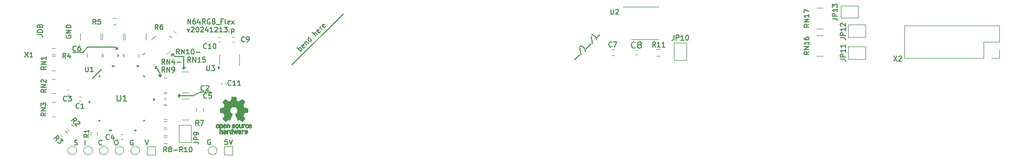
<source format=gbr>
%TF.GenerationSoftware,KiCad,Pcbnew,8.0.7*%
%TF.CreationDate,2025-01-15T17:23:36+01:00*%
%TF.ProjectId,n64rgb_v3.prod,6e363472-6762-45f7-9633-2e70726f642e,20241213.p*%
%TF.SameCoordinates,Original*%
%TF.FileFunction,Legend,Top*%
%TF.FilePolarity,Positive*%
%FSLAX46Y46*%
G04 Gerber Fmt 4.6, Leading zero omitted, Abs format (unit mm)*
G04 Created by KiCad (PCBNEW 8.0.7) date 2025-01-15 17:23:36*
%MOMM*%
%LPD*%
G01*
G04 APERTURE LIST*
%ADD10C,0.150000*%
%ADD11C,0.200000*%
%ADD12C,0.120000*%
%ADD13C,0.152400*%
%ADD14C,0.000000*%
%ADD15C,0.010000*%
G04 APERTURE END LIST*
D10*
X52770000Y-122170000D02*
X52800000Y-121840000D01*
X57410000Y-122250000D02*
X57650000Y-121930000D01*
X56440000Y-126530000D02*
X56760000Y-126280000D01*
X41100000Y-119530000D02*
X39830000Y-119530000D01*
X52800000Y-121840000D02*
X52770000Y-122170000D01*
X57410000Y-120240000D02*
X57410000Y-122250000D01*
X44160000Y-122240000D02*
X42620000Y-123760000D01*
X41850000Y-118680000D02*
X41100000Y-119530000D01*
X56440000Y-126530000D02*
X56730000Y-126810000D01*
X55390000Y-119780000D02*
X55860000Y-119780000D01*
X46720000Y-118680000D02*
X46720000Y-119040000D01*
D11*
X74800000Y-121600000D02*
X83100000Y-113400000D01*
D10*
X53410000Y-122650000D02*
X53580000Y-122990000D01*
X53810000Y-123180000D02*
X53580000Y-123480000D01*
X53580000Y-123480000D02*
X53810000Y-123180000D01*
X57170000Y-121960000D02*
X57410000Y-122250000D01*
X56760000Y-126280000D02*
X56440000Y-126530000D01*
X52800000Y-121840000D02*
X53080000Y-121860000D01*
X60070000Y-125950000D02*
X58860000Y-126530000D01*
X39830000Y-119530000D02*
X39530000Y-119530000D01*
X41850000Y-118680000D02*
X46330000Y-118680000D01*
X46330000Y-118680000D02*
X46720000Y-119040000D01*
X58860000Y-126530000D02*
X56440000Y-126530000D01*
X55390000Y-119780000D02*
X55910000Y-120240000D01*
X61870000Y-125950000D02*
X60070000Y-125950000D01*
X53090000Y-122180000D02*
X53410000Y-122650000D01*
X55910000Y-120240000D02*
X57410000Y-120240000D01*
X53580000Y-122990000D02*
X53580000Y-123480000D01*
X52800000Y-121840000D02*
X53090000Y-122180000D01*
X46370000Y-119040000D02*
X46720000Y-119040000D01*
X53340000Y-123180000D02*
X53580000Y-123480000D01*
X55390000Y-119780000D02*
X55390000Y-120160000D01*
X38452390Y-116801792D02*
X38414295Y-116877982D01*
X38414295Y-116877982D02*
X38414295Y-116992268D01*
X38414295Y-116992268D02*
X38452390Y-117106554D01*
X38452390Y-117106554D02*
X38528580Y-117182744D01*
X38528580Y-117182744D02*
X38604771Y-117220839D01*
X38604771Y-117220839D02*
X38757152Y-117258935D01*
X38757152Y-117258935D02*
X38871438Y-117258935D01*
X38871438Y-117258935D02*
X39023819Y-117220839D01*
X39023819Y-117220839D02*
X39100009Y-117182744D01*
X39100009Y-117182744D02*
X39176200Y-117106554D01*
X39176200Y-117106554D02*
X39214295Y-116992268D01*
X39214295Y-116992268D02*
X39214295Y-116916077D01*
X39214295Y-116916077D02*
X39176200Y-116801792D01*
X39176200Y-116801792D02*
X39138104Y-116763696D01*
X39138104Y-116763696D02*
X38871438Y-116763696D01*
X38871438Y-116763696D02*
X38871438Y-116916077D01*
X39214295Y-116420839D02*
X38414295Y-116420839D01*
X38414295Y-116420839D02*
X39214295Y-115963696D01*
X39214295Y-115963696D02*
X38414295Y-115963696D01*
X39214295Y-115582744D02*
X38414295Y-115582744D01*
X38414295Y-115582744D02*
X38414295Y-115392268D01*
X38414295Y-115392268D02*
X38452390Y-115277982D01*
X38452390Y-115277982D02*
X38528580Y-115201792D01*
X38528580Y-115201792D02*
X38604771Y-115163697D01*
X38604771Y-115163697D02*
X38757152Y-115125601D01*
X38757152Y-115125601D02*
X38871438Y-115125601D01*
X38871438Y-115125601D02*
X39023819Y-115163697D01*
X39023819Y-115163697D02*
X39100009Y-115201792D01*
X39100009Y-115201792D02*
X39176200Y-115277982D01*
X39176200Y-115277982D02*
X39214295Y-115392268D01*
X39214295Y-115392268D02*
X39214295Y-115582744D01*
X39771064Y-134496200D02*
X39885350Y-134534295D01*
X39885350Y-134534295D02*
X40075826Y-134534295D01*
X40075826Y-134534295D02*
X40152017Y-134496200D01*
X40152017Y-134496200D02*
X40190112Y-134458104D01*
X40190112Y-134458104D02*
X40228207Y-134381914D01*
X40228207Y-134381914D02*
X40228207Y-134305723D01*
X40228207Y-134305723D02*
X40190112Y-134229533D01*
X40190112Y-134229533D02*
X40152017Y-134191438D01*
X40152017Y-134191438D02*
X40075826Y-134153342D01*
X40075826Y-134153342D02*
X39923445Y-134115247D01*
X39923445Y-134115247D02*
X39847255Y-134077152D01*
X39847255Y-134077152D02*
X39809160Y-134039057D01*
X39809160Y-134039057D02*
X39771064Y-133962866D01*
X39771064Y-133962866D02*
X39771064Y-133886676D01*
X39771064Y-133886676D02*
X39809160Y-133810485D01*
X39809160Y-133810485D02*
X39847255Y-133772390D01*
X39847255Y-133772390D02*
X39923445Y-133734295D01*
X39923445Y-133734295D02*
X40113922Y-133734295D01*
X40113922Y-133734295D02*
X40228207Y-133772390D01*
X46431541Y-133754295D02*
X46583922Y-133754295D01*
X46583922Y-133754295D02*
X46660112Y-133792390D01*
X46660112Y-133792390D02*
X46736303Y-133868580D01*
X46736303Y-133868580D02*
X46774398Y-134020961D01*
X46774398Y-134020961D02*
X46774398Y-134287628D01*
X46774398Y-134287628D02*
X46736303Y-134440009D01*
X46736303Y-134440009D02*
X46660112Y-134516200D01*
X46660112Y-134516200D02*
X46583922Y-134554295D01*
X46583922Y-134554295D02*
X46431541Y-134554295D01*
X46431541Y-134554295D02*
X46355350Y-134516200D01*
X46355350Y-134516200D02*
X46279160Y-134440009D01*
X46279160Y-134440009D02*
X46241064Y-134287628D01*
X46241064Y-134287628D02*
X46241064Y-134020961D01*
X46241064Y-134020961D02*
X46279160Y-133868580D01*
X46279160Y-133868580D02*
X46355350Y-133792390D01*
X46355350Y-133792390D02*
X46431541Y-133754295D01*
X64440112Y-133674295D02*
X64059160Y-133674295D01*
X64059160Y-133674295D02*
X64021064Y-134055247D01*
X64021064Y-134055247D02*
X64059160Y-134017152D01*
X64059160Y-134017152D02*
X64135350Y-133979057D01*
X64135350Y-133979057D02*
X64325826Y-133979057D01*
X64325826Y-133979057D02*
X64402017Y-134017152D01*
X64402017Y-134017152D02*
X64440112Y-134055247D01*
X64440112Y-134055247D02*
X64478207Y-134131438D01*
X64478207Y-134131438D02*
X64478207Y-134321914D01*
X64478207Y-134321914D02*
X64440112Y-134398104D01*
X64440112Y-134398104D02*
X64402017Y-134436200D01*
X64402017Y-134436200D02*
X64325826Y-134474295D01*
X64325826Y-134474295D02*
X64135350Y-134474295D01*
X64135350Y-134474295D02*
X64059160Y-134436200D01*
X64059160Y-134436200D02*
X64021064Y-134398104D01*
X64706779Y-133674295D02*
X64973446Y-134474295D01*
X64973446Y-134474295D02*
X65240112Y-133674295D01*
X54626303Y-135664295D02*
X54359636Y-135283342D01*
X54169160Y-135664295D02*
X54169160Y-134864295D01*
X54169160Y-134864295D02*
X54473922Y-134864295D01*
X54473922Y-134864295D02*
X54550112Y-134902390D01*
X54550112Y-134902390D02*
X54588207Y-134940485D01*
X54588207Y-134940485D02*
X54626303Y-135016676D01*
X54626303Y-135016676D02*
X54626303Y-135130961D01*
X54626303Y-135130961D02*
X54588207Y-135207152D01*
X54588207Y-135207152D02*
X54550112Y-135245247D01*
X54550112Y-135245247D02*
X54473922Y-135283342D01*
X54473922Y-135283342D02*
X54169160Y-135283342D01*
X55083445Y-135207152D02*
X55007255Y-135169057D01*
X55007255Y-135169057D02*
X54969160Y-135130961D01*
X54969160Y-135130961D02*
X54931064Y-135054771D01*
X54931064Y-135054771D02*
X54931064Y-135016676D01*
X54931064Y-135016676D02*
X54969160Y-134940485D01*
X54969160Y-134940485D02*
X55007255Y-134902390D01*
X55007255Y-134902390D02*
X55083445Y-134864295D01*
X55083445Y-134864295D02*
X55235826Y-134864295D01*
X55235826Y-134864295D02*
X55312017Y-134902390D01*
X55312017Y-134902390D02*
X55350112Y-134940485D01*
X55350112Y-134940485D02*
X55388207Y-135016676D01*
X55388207Y-135016676D02*
X55388207Y-135054771D01*
X55388207Y-135054771D02*
X55350112Y-135130961D01*
X55350112Y-135130961D02*
X55312017Y-135169057D01*
X55312017Y-135169057D02*
X55235826Y-135207152D01*
X55235826Y-135207152D02*
X55083445Y-135207152D01*
X55083445Y-135207152D02*
X55007255Y-135245247D01*
X55007255Y-135245247D02*
X54969160Y-135283342D01*
X54969160Y-135283342D02*
X54931064Y-135359533D01*
X54931064Y-135359533D02*
X54931064Y-135511914D01*
X54931064Y-135511914D02*
X54969160Y-135588104D01*
X54969160Y-135588104D02*
X55007255Y-135626200D01*
X55007255Y-135626200D02*
X55083445Y-135664295D01*
X55083445Y-135664295D02*
X55235826Y-135664295D01*
X55235826Y-135664295D02*
X55312017Y-135626200D01*
X55312017Y-135626200D02*
X55350112Y-135588104D01*
X55350112Y-135588104D02*
X55388207Y-135511914D01*
X55388207Y-135511914D02*
X55388207Y-135359533D01*
X55388207Y-135359533D02*
X55350112Y-135283342D01*
X55350112Y-135283342D02*
X55312017Y-135245247D01*
X55312017Y-135245247D02*
X55235826Y-135207152D01*
X55731065Y-135359533D02*
X56340589Y-135359533D01*
X57178684Y-135664295D02*
X56912017Y-135283342D01*
X56721541Y-135664295D02*
X56721541Y-134864295D01*
X56721541Y-134864295D02*
X57026303Y-134864295D01*
X57026303Y-134864295D02*
X57102493Y-134902390D01*
X57102493Y-134902390D02*
X57140588Y-134940485D01*
X57140588Y-134940485D02*
X57178684Y-135016676D01*
X57178684Y-135016676D02*
X57178684Y-135130961D01*
X57178684Y-135130961D02*
X57140588Y-135207152D01*
X57140588Y-135207152D02*
X57102493Y-135245247D01*
X57102493Y-135245247D02*
X57026303Y-135283342D01*
X57026303Y-135283342D02*
X56721541Y-135283342D01*
X57940588Y-135664295D02*
X57483445Y-135664295D01*
X57712017Y-135664295D02*
X57712017Y-134864295D01*
X57712017Y-134864295D02*
X57635826Y-134978580D01*
X57635826Y-134978580D02*
X57559636Y-135054771D01*
X57559636Y-135054771D02*
X57483445Y-135092866D01*
X58435827Y-134864295D02*
X58512017Y-134864295D01*
X58512017Y-134864295D02*
X58588208Y-134902390D01*
X58588208Y-134902390D02*
X58626303Y-134940485D01*
X58626303Y-134940485D02*
X58664398Y-135016676D01*
X58664398Y-135016676D02*
X58702493Y-135169057D01*
X58702493Y-135169057D02*
X58702493Y-135359533D01*
X58702493Y-135359533D02*
X58664398Y-135511914D01*
X58664398Y-135511914D02*
X58626303Y-135588104D01*
X58626303Y-135588104D02*
X58588208Y-135626200D01*
X58588208Y-135626200D02*
X58512017Y-135664295D01*
X58512017Y-135664295D02*
X58435827Y-135664295D01*
X58435827Y-135664295D02*
X58359636Y-135626200D01*
X58359636Y-135626200D02*
X58321541Y-135588104D01*
X58321541Y-135588104D02*
X58283446Y-135511914D01*
X58283446Y-135511914D02*
X58245350Y-135359533D01*
X58245350Y-135359533D02*
X58245350Y-135169057D01*
X58245350Y-135169057D02*
X58283446Y-135016676D01*
X58283446Y-135016676D02*
X58321541Y-134940485D01*
X58321541Y-134940485D02*
X58359636Y-134902390D01*
X58359636Y-134902390D02*
X58435827Y-134864295D01*
X61668207Y-133712390D02*
X61592017Y-133674295D01*
X61592017Y-133674295D02*
X61477731Y-133674295D01*
X61477731Y-133674295D02*
X61363445Y-133712390D01*
X61363445Y-133712390D02*
X61287255Y-133788580D01*
X61287255Y-133788580D02*
X61249160Y-133864771D01*
X61249160Y-133864771D02*
X61211064Y-134017152D01*
X61211064Y-134017152D02*
X61211064Y-134131438D01*
X61211064Y-134131438D02*
X61249160Y-134283819D01*
X61249160Y-134283819D02*
X61287255Y-134360009D01*
X61287255Y-134360009D02*
X61363445Y-134436200D01*
X61363445Y-134436200D02*
X61477731Y-134474295D01*
X61477731Y-134474295D02*
X61553922Y-134474295D01*
X61553922Y-134474295D02*
X61668207Y-134436200D01*
X61668207Y-134436200D02*
X61706303Y-134398104D01*
X61706303Y-134398104D02*
X61706303Y-134131438D01*
X61706303Y-134131438D02*
X61553922Y-134131438D01*
X51144874Y-133714295D02*
X51411541Y-134514295D01*
X51411541Y-134514295D02*
X51678207Y-133714295D01*
X41459160Y-134534295D02*
X41459160Y-133734295D01*
X33784295Y-116672268D02*
X34355723Y-116672268D01*
X34355723Y-116672268D02*
X34470009Y-116710363D01*
X34470009Y-116710363D02*
X34546200Y-116786554D01*
X34546200Y-116786554D02*
X34584295Y-116900839D01*
X34584295Y-116900839D02*
X34584295Y-116977030D01*
X34584295Y-116291315D02*
X33784295Y-116291315D01*
X33784295Y-116291315D02*
X33784295Y-116100839D01*
X33784295Y-116100839D02*
X33822390Y-115986553D01*
X33822390Y-115986553D02*
X33898580Y-115910363D01*
X33898580Y-115910363D02*
X33974771Y-115872268D01*
X33974771Y-115872268D02*
X34127152Y-115834172D01*
X34127152Y-115834172D02*
X34241438Y-115834172D01*
X34241438Y-115834172D02*
X34393819Y-115872268D01*
X34393819Y-115872268D02*
X34470009Y-115910363D01*
X34470009Y-115910363D02*
X34546200Y-115986553D01*
X34546200Y-115986553D02*
X34584295Y-116100839D01*
X34584295Y-116100839D02*
X34584295Y-116291315D01*
X34165247Y-115224649D02*
X34203342Y-115110363D01*
X34203342Y-115110363D02*
X34241438Y-115072268D01*
X34241438Y-115072268D02*
X34317628Y-115034172D01*
X34317628Y-115034172D02*
X34431914Y-115034172D01*
X34431914Y-115034172D02*
X34508104Y-115072268D01*
X34508104Y-115072268D02*
X34546200Y-115110363D01*
X34546200Y-115110363D02*
X34584295Y-115186553D01*
X34584295Y-115186553D02*
X34584295Y-115491315D01*
X34584295Y-115491315D02*
X33784295Y-115491315D01*
X33784295Y-115491315D02*
X33784295Y-115224649D01*
X33784295Y-115224649D02*
X33822390Y-115148458D01*
X33822390Y-115148458D02*
X33860485Y-115110363D01*
X33860485Y-115110363D02*
X33936676Y-115072268D01*
X33936676Y-115072268D02*
X34012866Y-115072268D01*
X34012866Y-115072268D02*
X34089057Y-115110363D01*
X34089057Y-115110363D02*
X34127152Y-115148458D01*
X34127152Y-115148458D02*
X34165247Y-115224649D01*
X34165247Y-115224649D02*
X34165247Y-115491315D01*
X58029160Y-114956340D02*
X58029160Y-114156340D01*
X58029160Y-114156340D02*
X58486303Y-114956340D01*
X58486303Y-114956340D02*
X58486303Y-114156340D01*
X59210112Y-114156340D02*
X59057731Y-114156340D01*
X59057731Y-114156340D02*
X58981540Y-114194435D01*
X58981540Y-114194435D02*
X58943445Y-114232530D01*
X58943445Y-114232530D02*
X58867255Y-114346816D01*
X58867255Y-114346816D02*
X58829159Y-114499197D01*
X58829159Y-114499197D02*
X58829159Y-114803959D01*
X58829159Y-114803959D02*
X58867255Y-114880149D01*
X58867255Y-114880149D02*
X58905350Y-114918245D01*
X58905350Y-114918245D02*
X58981540Y-114956340D01*
X58981540Y-114956340D02*
X59133921Y-114956340D01*
X59133921Y-114956340D02*
X59210112Y-114918245D01*
X59210112Y-114918245D02*
X59248207Y-114880149D01*
X59248207Y-114880149D02*
X59286302Y-114803959D01*
X59286302Y-114803959D02*
X59286302Y-114613483D01*
X59286302Y-114613483D02*
X59248207Y-114537292D01*
X59248207Y-114537292D02*
X59210112Y-114499197D01*
X59210112Y-114499197D02*
X59133921Y-114461102D01*
X59133921Y-114461102D02*
X58981540Y-114461102D01*
X58981540Y-114461102D02*
X58905350Y-114499197D01*
X58905350Y-114499197D02*
X58867255Y-114537292D01*
X58867255Y-114537292D02*
X58829159Y-114613483D01*
X59972017Y-114423006D02*
X59972017Y-114956340D01*
X59781541Y-114118245D02*
X59591064Y-114689673D01*
X59591064Y-114689673D02*
X60086303Y-114689673D01*
X60848208Y-114956340D02*
X60581541Y-114575387D01*
X60391065Y-114956340D02*
X60391065Y-114156340D01*
X60391065Y-114156340D02*
X60695827Y-114156340D01*
X60695827Y-114156340D02*
X60772017Y-114194435D01*
X60772017Y-114194435D02*
X60810112Y-114232530D01*
X60810112Y-114232530D02*
X60848208Y-114308721D01*
X60848208Y-114308721D02*
X60848208Y-114423006D01*
X60848208Y-114423006D02*
X60810112Y-114499197D01*
X60810112Y-114499197D02*
X60772017Y-114537292D01*
X60772017Y-114537292D02*
X60695827Y-114575387D01*
X60695827Y-114575387D02*
X60391065Y-114575387D01*
X61610112Y-114194435D02*
X61533922Y-114156340D01*
X61533922Y-114156340D02*
X61419636Y-114156340D01*
X61419636Y-114156340D02*
X61305350Y-114194435D01*
X61305350Y-114194435D02*
X61229160Y-114270625D01*
X61229160Y-114270625D02*
X61191065Y-114346816D01*
X61191065Y-114346816D02*
X61152969Y-114499197D01*
X61152969Y-114499197D02*
X61152969Y-114613483D01*
X61152969Y-114613483D02*
X61191065Y-114765864D01*
X61191065Y-114765864D02*
X61229160Y-114842054D01*
X61229160Y-114842054D02*
X61305350Y-114918245D01*
X61305350Y-114918245D02*
X61419636Y-114956340D01*
X61419636Y-114956340D02*
X61495827Y-114956340D01*
X61495827Y-114956340D02*
X61610112Y-114918245D01*
X61610112Y-114918245D02*
X61648208Y-114880149D01*
X61648208Y-114880149D02*
X61648208Y-114613483D01*
X61648208Y-114613483D02*
X61495827Y-114613483D01*
X62257731Y-114537292D02*
X62372017Y-114575387D01*
X62372017Y-114575387D02*
X62410112Y-114613483D01*
X62410112Y-114613483D02*
X62448208Y-114689673D01*
X62448208Y-114689673D02*
X62448208Y-114803959D01*
X62448208Y-114803959D02*
X62410112Y-114880149D01*
X62410112Y-114880149D02*
X62372017Y-114918245D01*
X62372017Y-114918245D02*
X62295827Y-114956340D01*
X62295827Y-114956340D02*
X61991065Y-114956340D01*
X61991065Y-114956340D02*
X61991065Y-114156340D01*
X61991065Y-114156340D02*
X62257731Y-114156340D01*
X62257731Y-114156340D02*
X62333922Y-114194435D01*
X62333922Y-114194435D02*
X62372017Y-114232530D01*
X62372017Y-114232530D02*
X62410112Y-114308721D01*
X62410112Y-114308721D02*
X62410112Y-114384911D01*
X62410112Y-114384911D02*
X62372017Y-114461102D01*
X62372017Y-114461102D02*
X62333922Y-114499197D01*
X62333922Y-114499197D02*
X62257731Y-114537292D01*
X62257731Y-114537292D02*
X61991065Y-114537292D01*
X62600589Y-115032530D02*
X63210112Y-115032530D01*
X63667255Y-114537292D02*
X63400589Y-114537292D01*
X63400589Y-114956340D02*
X63400589Y-114156340D01*
X63400589Y-114156340D02*
X63781541Y-114156340D01*
X64200588Y-114956340D02*
X64124398Y-114918245D01*
X64124398Y-114918245D02*
X64086303Y-114842054D01*
X64086303Y-114842054D02*
X64086303Y-114156340D01*
X64810113Y-114918245D02*
X64733922Y-114956340D01*
X64733922Y-114956340D02*
X64581541Y-114956340D01*
X64581541Y-114956340D02*
X64505351Y-114918245D01*
X64505351Y-114918245D02*
X64467255Y-114842054D01*
X64467255Y-114842054D02*
X64467255Y-114537292D01*
X64467255Y-114537292D02*
X64505351Y-114461102D01*
X64505351Y-114461102D02*
X64581541Y-114423006D01*
X64581541Y-114423006D02*
X64733922Y-114423006D01*
X64733922Y-114423006D02*
X64810113Y-114461102D01*
X64810113Y-114461102D02*
X64848208Y-114537292D01*
X64848208Y-114537292D02*
X64848208Y-114613483D01*
X64848208Y-114613483D02*
X64467255Y-114689673D01*
X65114874Y-114956340D02*
X65533922Y-114423006D01*
X65114874Y-114423006D02*
X65533922Y-114956340D01*
X57952969Y-115710961D02*
X58143445Y-116244295D01*
X58143445Y-116244295D02*
X58333922Y-115710961D01*
X58600588Y-115520485D02*
X58638684Y-115482390D01*
X58638684Y-115482390D02*
X58714874Y-115444295D01*
X58714874Y-115444295D02*
X58905350Y-115444295D01*
X58905350Y-115444295D02*
X58981541Y-115482390D01*
X58981541Y-115482390D02*
X59019636Y-115520485D01*
X59019636Y-115520485D02*
X59057731Y-115596676D01*
X59057731Y-115596676D02*
X59057731Y-115672866D01*
X59057731Y-115672866D02*
X59019636Y-115787152D01*
X59019636Y-115787152D02*
X58562493Y-116244295D01*
X58562493Y-116244295D02*
X59057731Y-116244295D01*
X59552970Y-115444295D02*
X59629160Y-115444295D01*
X59629160Y-115444295D02*
X59705351Y-115482390D01*
X59705351Y-115482390D02*
X59743446Y-115520485D01*
X59743446Y-115520485D02*
X59781541Y-115596676D01*
X59781541Y-115596676D02*
X59819636Y-115749057D01*
X59819636Y-115749057D02*
X59819636Y-115939533D01*
X59819636Y-115939533D02*
X59781541Y-116091914D01*
X59781541Y-116091914D02*
X59743446Y-116168104D01*
X59743446Y-116168104D02*
X59705351Y-116206200D01*
X59705351Y-116206200D02*
X59629160Y-116244295D01*
X59629160Y-116244295D02*
X59552970Y-116244295D01*
X59552970Y-116244295D02*
X59476779Y-116206200D01*
X59476779Y-116206200D02*
X59438684Y-116168104D01*
X59438684Y-116168104D02*
X59400589Y-116091914D01*
X59400589Y-116091914D02*
X59362493Y-115939533D01*
X59362493Y-115939533D02*
X59362493Y-115749057D01*
X59362493Y-115749057D02*
X59400589Y-115596676D01*
X59400589Y-115596676D02*
X59438684Y-115520485D01*
X59438684Y-115520485D02*
X59476779Y-115482390D01*
X59476779Y-115482390D02*
X59552970Y-115444295D01*
X60124398Y-115520485D02*
X60162494Y-115482390D01*
X60162494Y-115482390D02*
X60238684Y-115444295D01*
X60238684Y-115444295D02*
X60429160Y-115444295D01*
X60429160Y-115444295D02*
X60505351Y-115482390D01*
X60505351Y-115482390D02*
X60543446Y-115520485D01*
X60543446Y-115520485D02*
X60581541Y-115596676D01*
X60581541Y-115596676D02*
X60581541Y-115672866D01*
X60581541Y-115672866D02*
X60543446Y-115787152D01*
X60543446Y-115787152D02*
X60086303Y-116244295D01*
X60086303Y-116244295D02*
X60581541Y-116244295D01*
X61267256Y-115710961D02*
X61267256Y-116244295D01*
X61076780Y-115406200D02*
X60886303Y-115977628D01*
X60886303Y-115977628D02*
X61381542Y-115977628D01*
X62105351Y-116244295D02*
X61648208Y-116244295D01*
X61876780Y-116244295D02*
X61876780Y-115444295D01*
X61876780Y-115444295D02*
X61800589Y-115558580D01*
X61800589Y-115558580D02*
X61724399Y-115634771D01*
X61724399Y-115634771D02*
X61648208Y-115672866D01*
X62410113Y-115520485D02*
X62448209Y-115482390D01*
X62448209Y-115482390D02*
X62524399Y-115444295D01*
X62524399Y-115444295D02*
X62714875Y-115444295D01*
X62714875Y-115444295D02*
X62791066Y-115482390D01*
X62791066Y-115482390D02*
X62829161Y-115520485D01*
X62829161Y-115520485D02*
X62867256Y-115596676D01*
X62867256Y-115596676D02*
X62867256Y-115672866D01*
X62867256Y-115672866D02*
X62829161Y-115787152D01*
X62829161Y-115787152D02*
X62372018Y-116244295D01*
X62372018Y-116244295D02*
X62867256Y-116244295D01*
X63629161Y-116244295D02*
X63172018Y-116244295D01*
X63400590Y-116244295D02*
X63400590Y-115444295D01*
X63400590Y-115444295D02*
X63324399Y-115558580D01*
X63324399Y-115558580D02*
X63248209Y-115634771D01*
X63248209Y-115634771D02*
X63172018Y-115672866D01*
X63895828Y-115444295D02*
X64391066Y-115444295D01*
X64391066Y-115444295D02*
X64124400Y-115749057D01*
X64124400Y-115749057D02*
X64238685Y-115749057D01*
X64238685Y-115749057D02*
X64314876Y-115787152D01*
X64314876Y-115787152D02*
X64352971Y-115825247D01*
X64352971Y-115825247D02*
X64391066Y-115901438D01*
X64391066Y-115901438D02*
X64391066Y-116091914D01*
X64391066Y-116091914D02*
X64352971Y-116168104D01*
X64352971Y-116168104D02*
X64314876Y-116206200D01*
X64314876Y-116206200D02*
X64238685Y-116244295D01*
X64238685Y-116244295D02*
X64010114Y-116244295D01*
X64010114Y-116244295D02*
X63933923Y-116206200D01*
X63933923Y-116206200D02*
X63895828Y-116168104D01*
X64733924Y-116168104D02*
X64772019Y-116206200D01*
X64772019Y-116206200D02*
X64733924Y-116244295D01*
X64733924Y-116244295D02*
X64695828Y-116206200D01*
X64695828Y-116206200D02*
X64733924Y-116168104D01*
X64733924Y-116168104D02*
X64733924Y-116244295D01*
X65114876Y-115710961D02*
X65114876Y-116510961D01*
X65114876Y-115749057D02*
X65191066Y-115710961D01*
X65191066Y-115710961D02*
X65343447Y-115710961D01*
X65343447Y-115710961D02*
X65419638Y-115749057D01*
X65419638Y-115749057D02*
X65457733Y-115787152D01*
X65457733Y-115787152D02*
X65495828Y-115863342D01*
X65495828Y-115863342D02*
X65495828Y-116091914D01*
X65495828Y-116091914D02*
X65457733Y-116168104D01*
X65457733Y-116168104D02*
X65419638Y-116206200D01*
X65419638Y-116206200D02*
X65343447Y-116244295D01*
X65343447Y-116244295D02*
X65191066Y-116244295D01*
X65191066Y-116244295D02*
X65114876Y-116206200D01*
X44186303Y-134488104D02*
X44148207Y-134526200D01*
X44148207Y-134526200D02*
X44033922Y-134564295D01*
X44033922Y-134564295D02*
X43957731Y-134564295D01*
X43957731Y-134564295D02*
X43843445Y-134526200D01*
X43843445Y-134526200D02*
X43767255Y-134450009D01*
X43767255Y-134450009D02*
X43729160Y-134373819D01*
X43729160Y-134373819D02*
X43691064Y-134221438D01*
X43691064Y-134221438D02*
X43691064Y-134107152D01*
X43691064Y-134107152D02*
X43729160Y-133954771D01*
X43729160Y-133954771D02*
X43767255Y-133878580D01*
X43767255Y-133878580D02*
X43843445Y-133802390D01*
X43843445Y-133802390D02*
X43957731Y-133764295D01*
X43957731Y-133764295D02*
X44033922Y-133764295D01*
X44033922Y-133764295D02*
X44148207Y-133802390D01*
X44148207Y-133802390D02*
X44186303Y-133840485D01*
X76249344Y-119363018D02*
X75683659Y-118797332D01*
X75899158Y-119012831D02*
X75926095Y-118932019D01*
X75926095Y-118932019D02*
X76033845Y-118824270D01*
X76033845Y-118824270D02*
X76114657Y-118797332D01*
X76114657Y-118797332D02*
X76168532Y-118797332D01*
X76168532Y-118797332D02*
X76249344Y-118824270D01*
X76249344Y-118824270D02*
X76410969Y-118985894D01*
X76410969Y-118985894D02*
X76437906Y-119066706D01*
X76437906Y-119066706D02*
X76437906Y-119120581D01*
X76437906Y-119120581D02*
X76410969Y-119201393D01*
X76410969Y-119201393D02*
X76303219Y-119309143D01*
X76303219Y-119309143D02*
X76222407Y-119336080D01*
X76949717Y-118608770D02*
X76922779Y-118689582D01*
X76922779Y-118689582D02*
X76815030Y-118797332D01*
X76815030Y-118797332D02*
X76734218Y-118824269D01*
X76734218Y-118824269D02*
X76653405Y-118797332D01*
X76653405Y-118797332D02*
X76437906Y-118581833D01*
X76437906Y-118581833D02*
X76410969Y-118501021D01*
X76410969Y-118501021D02*
X76437906Y-118420208D01*
X76437906Y-118420208D02*
X76545656Y-118312459D01*
X76545656Y-118312459D02*
X76626468Y-118285521D01*
X76626468Y-118285521D02*
X76707280Y-118312459D01*
X76707280Y-118312459D02*
X76761155Y-118366334D01*
X76761155Y-118366334D02*
X76545656Y-118689582D01*
X76868904Y-117989210D02*
X77246028Y-118366334D01*
X76922779Y-118043085D02*
X76922779Y-117989210D01*
X76922779Y-117989210D02*
X76949717Y-117908398D01*
X76949717Y-117908398D02*
X77030529Y-117827586D01*
X77030529Y-117827586D02*
X77111341Y-117800648D01*
X77111341Y-117800648D02*
X77192153Y-117827586D01*
X77192153Y-117827586D02*
X77488465Y-118123897D01*
X78000276Y-117612086D02*
X77434590Y-117046401D01*
X77973338Y-117585149D02*
X77946401Y-117665961D01*
X77946401Y-117665961D02*
X77838651Y-117773711D01*
X77838651Y-117773711D02*
X77757839Y-117800648D01*
X77757839Y-117800648D02*
X77703964Y-117800648D01*
X77703964Y-117800648D02*
X77623152Y-117773711D01*
X77623152Y-117773711D02*
X77461528Y-117612086D01*
X77461528Y-117612086D02*
X77434590Y-117531274D01*
X77434590Y-117531274D02*
X77434590Y-117477399D01*
X77434590Y-117477399D02*
X77461528Y-117396587D01*
X77461528Y-117396587D02*
X77569277Y-117288837D01*
X77569277Y-117288837D02*
X77650089Y-117261900D01*
X78700649Y-116911713D02*
X78134963Y-116346028D01*
X78943085Y-116669277D02*
X78646774Y-116372965D01*
X78646774Y-116372965D02*
X78565962Y-116346028D01*
X78565962Y-116346028D02*
X78485149Y-116372965D01*
X78485149Y-116372965D02*
X78404337Y-116453777D01*
X78404337Y-116453777D02*
X78377400Y-116534590D01*
X78377400Y-116534590D02*
X78377400Y-116588464D01*
X79401021Y-116157466D02*
X79374084Y-116238278D01*
X79374084Y-116238278D02*
X79266334Y-116346027D01*
X79266334Y-116346027D02*
X79185522Y-116372965D01*
X79185522Y-116372965D02*
X79104710Y-116346027D01*
X79104710Y-116346027D02*
X78889211Y-116130528D01*
X78889211Y-116130528D02*
X78862273Y-116049716D01*
X78862273Y-116049716D02*
X78889211Y-115968904D01*
X78889211Y-115968904D02*
X78996960Y-115861154D01*
X78996960Y-115861154D02*
X79077773Y-115834217D01*
X79077773Y-115834217D02*
X79158585Y-115861154D01*
X79158585Y-115861154D02*
X79212460Y-115915029D01*
X79212460Y-115915029D02*
X78996960Y-116238278D01*
X79697333Y-115915029D02*
X79320209Y-115537906D01*
X79427959Y-115645655D02*
X79401021Y-115564843D01*
X79401021Y-115564843D02*
X79401021Y-115510968D01*
X79401021Y-115510968D02*
X79427959Y-115430156D01*
X79427959Y-115430156D02*
X79481833Y-115376281D01*
X80236081Y-115322407D02*
X80209143Y-115403219D01*
X80209143Y-115403219D02*
X80101394Y-115510968D01*
X80101394Y-115510968D02*
X80020581Y-115537906D01*
X80020581Y-115537906D02*
X79939769Y-115510968D01*
X79939769Y-115510968D02*
X79724270Y-115295469D01*
X79724270Y-115295469D02*
X79697332Y-115214657D01*
X79697332Y-115214657D02*
X79724270Y-115133845D01*
X79724270Y-115133845D02*
X79832019Y-115026095D01*
X79832019Y-115026095D02*
X79912832Y-114999158D01*
X79912832Y-114999158D02*
X79993644Y-115026095D01*
X79993644Y-115026095D02*
X80047519Y-115079970D01*
X80047519Y-115079970D02*
X79832019Y-115403219D01*
X56676303Y-119836340D02*
X56409636Y-119455387D01*
X56219160Y-119836340D02*
X56219160Y-119036340D01*
X56219160Y-119036340D02*
X56523922Y-119036340D01*
X56523922Y-119036340D02*
X56600112Y-119074435D01*
X56600112Y-119074435D02*
X56638207Y-119112530D01*
X56638207Y-119112530D02*
X56676303Y-119188721D01*
X56676303Y-119188721D02*
X56676303Y-119303006D01*
X56676303Y-119303006D02*
X56638207Y-119379197D01*
X56638207Y-119379197D02*
X56600112Y-119417292D01*
X56600112Y-119417292D02*
X56523922Y-119455387D01*
X56523922Y-119455387D02*
X56219160Y-119455387D01*
X57019160Y-119836340D02*
X57019160Y-119036340D01*
X57019160Y-119036340D02*
X57476303Y-119836340D01*
X57476303Y-119836340D02*
X57476303Y-119036340D01*
X58276302Y-119836340D02*
X57819159Y-119836340D01*
X58047731Y-119836340D02*
X58047731Y-119036340D01*
X58047731Y-119036340D02*
X57971540Y-119150625D01*
X57971540Y-119150625D02*
X57895350Y-119226816D01*
X57895350Y-119226816D02*
X57819159Y-119264911D01*
X58771541Y-119036340D02*
X58847731Y-119036340D01*
X58847731Y-119036340D02*
X58923922Y-119074435D01*
X58923922Y-119074435D02*
X58962017Y-119112530D01*
X58962017Y-119112530D02*
X59000112Y-119188721D01*
X59000112Y-119188721D02*
X59038207Y-119341102D01*
X59038207Y-119341102D02*
X59038207Y-119531578D01*
X59038207Y-119531578D02*
X59000112Y-119683959D01*
X59000112Y-119683959D02*
X58962017Y-119760149D01*
X58962017Y-119760149D02*
X58923922Y-119798245D01*
X58923922Y-119798245D02*
X58847731Y-119836340D01*
X58847731Y-119836340D02*
X58771541Y-119836340D01*
X58771541Y-119836340D02*
X58695350Y-119798245D01*
X58695350Y-119798245D02*
X58657255Y-119760149D01*
X58657255Y-119760149D02*
X58619160Y-119683959D01*
X58619160Y-119683959D02*
X58581064Y-119531578D01*
X58581064Y-119531578D02*
X58581064Y-119341102D01*
X58581064Y-119341102D02*
X58619160Y-119188721D01*
X58619160Y-119188721D02*
X58657255Y-119112530D01*
X58657255Y-119112530D02*
X58695350Y-119074435D01*
X58695350Y-119074435D02*
X58771541Y-119036340D01*
X59381065Y-119531578D02*
X59990589Y-119531578D01*
X58504875Y-121124295D02*
X58238208Y-120743342D01*
X58047732Y-121124295D02*
X58047732Y-120324295D01*
X58047732Y-120324295D02*
X58352494Y-120324295D01*
X58352494Y-120324295D02*
X58428684Y-120362390D01*
X58428684Y-120362390D02*
X58466779Y-120400485D01*
X58466779Y-120400485D02*
X58504875Y-120476676D01*
X58504875Y-120476676D02*
X58504875Y-120590961D01*
X58504875Y-120590961D02*
X58466779Y-120667152D01*
X58466779Y-120667152D02*
X58428684Y-120705247D01*
X58428684Y-120705247D02*
X58352494Y-120743342D01*
X58352494Y-120743342D02*
X58047732Y-120743342D01*
X58847732Y-121124295D02*
X58847732Y-120324295D01*
X58847732Y-120324295D02*
X59304875Y-121124295D01*
X59304875Y-121124295D02*
X59304875Y-120324295D01*
X60104874Y-121124295D02*
X59647731Y-121124295D01*
X59876303Y-121124295D02*
X59876303Y-120324295D01*
X59876303Y-120324295D02*
X59800112Y-120438580D01*
X59800112Y-120438580D02*
X59723922Y-120514771D01*
X59723922Y-120514771D02*
X59647731Y-120552866D01*
X60828684Y-120324295D02*
X60447732Y-120324295D01*
X60447732Y-120324295D02*
X60409636Y-120705247D01*
X60409636Y-120705247D02*
X60447732Y-120667152D01*
X60447732Y-120667152D02*
X60523922Y-120629057D01*
X60523922Y-120629057D02*
X60714398Y-120629057D01*
X60714398Y-120629057D02*
X60790589Y-120667152D01*
X60790589Y-120667152D02*
X60828684Y-120705247D01*
X60828684Y-120705247D02*
X60866779Y-120781438D01*
X60866779Y-120781438D02*
X60866779Y-120971914D01*
X60866779Y-120971914D02*
X60828684Y-121048104D01*
X60828684Y-121048104D02*
X60790589Y-121086200D01*
X60790589Y-121086200D02*
X60714398Y-121124295D01*
X60714398Y-121124295D02*
X60523922Y-121124295D01*
X60523922Y-121124295D02*
X60447732Y-121086200D01*
X60447732Y-121086200D02*
X60409636Y-121048104D01*
X49228207Y-133782390D02*
X49152017Y-133744295D01*
X49152017Y-133744295D02*
X49037731Y-133744295D01*
X49037731Y-133744295D02*
X48923445Y-133782390D01*
X48923445Y-133782390D02*
X48847255Y-133858580D01*
X48847255Y-133858580D02*
X48809160Y-133934771D01*
X48809160Y-133934771D02*
X48771064Y-134087152D01*
X48771064Y-134087152D02*
X48771064Y-134201438D01*
X48771064Y-134201438D02*
X48809160Y-134353819D01*
X48809160Y-134353819D02*
X48847255Y-134430009D01*
X48847255Y-134430009D02*
X48923445Y-134506200D01*
X48923445Y-134506200D02*
X49037731Y-134544295D01*
X49037731Y-134544295D02*
X49113922Y-134544295D01*
X49113922Y-134544295D02*
X49228207Y-134506200D01*
X49228207Y-134506200D02*
X49266303Y-134468104D01*
X49266303Y-134468104D02*
X49266303Y-134201438D01*
X49266303Y-134201438D02*
X49113922Y-134201438D01*
X54326303Y-121456340D02*
X54059636Y-121075387D01*
X53869160Y-121456340D02*
X53869160Y-120656340D01*
X53869160Y-120656340D02*
X54173922Y-120656340D01*
X54173922Y-120656340D02*
X54250112Y-120694435D01*
X54250112Y-120694435D02*
X54288207Y-120732530D01*
X54288207Y-120732530D02*
X54326303Y-120808721D01*
X54326303Y-120808721D02*
X54326303Y-120923006D01*
X54326303Y-120923006D02*
X54288207Y-120999197D01*
X54288207Y-120999197D02*
X54250112Y-121037292D01*
X54250112Y-121037292D02*
X54173922Y-121075387D01*
X54173922Y-121075387D02*
X53869160Y-121075387D01*
X54669160Y-121456340D02*
X54669160Y-120656340D01*
X54669160Y-120656340D02*
X55126303Y-121456340D01*
X55126303Y-121456340D02*
X55126303Y-120656340D01*
X55850112Y-120923006D02*
X55850112Y-121456340D01*
X55659636Y-120618245D02*
X55469159Y-121189673D01*
X55469159Y-121189673D02*
X55964398Y-121189673D01*
X56269160Y-121151578D02*
X56878684Y-121151578D01*
X54326303Y-122744295D02*
X54059636Y-122363342D01*
X53869160Y-122744295D02*
X53869160Y-121944295D01*
X53869160Y-121944295D02*
X54173922Y-121944295D01*
X54173922Y-121944295D02*
X54250112Y-121982390D01*
X54250112Y-121982390D02*
X54288207Y-122020485D01*
X54288207Y-122020485D02*
X54326303Y-122096676D01*
X54326303Y-122096676D02*
X54326303Y-122210961D01*
X54326303Y-122210961D02*
X54288207Y-122287152D01*
X54288207Y-122287152D02*
X54250112Y-122325247D01*
X54250112Y-122325247D02*
X54173922Y-122363342D01*
X54173922Y-122363342D02*
X53869160Y-122363342D01*
X54669160Y-122744295D02*
X54669160Y-121944295D01*
X54669160Y-121944295D02*
X55126303Y-122744295D01*
X55126303Y-122744295D02*
X55126303Y-121944295D01*
X55545350Y-122744295D02*
X55697731Y-122744295D01*
X55697731Y-122744295D02*
X55773921Y-122706200D01*
X55773921Y-122706200D02*
X55812017Y-122668104D01*
X55812017Y-122668104D02*
X55888207Y-122553819D01*
X55888207Y-122553819D02*
X55926302Y-122401438D01*
X55926302Y-122401438D02*
X55926302Y-122096676D01*
X55926302Y-122096676D02*
X55888207Y-122020485D01*
X55888207Y-122020485D02*
X55850112Y-121982390D01*
X55850112Y-121982390D02*
X55773921Y-121944295D01*
X55773921Y-121944295D02*
X55621540Y-121944295D01*
X55621540Y-121944295D02*
X55545350Y-121982390D01*
X55545350Y-121982390D02*
X55507255Y-122020485D01*
X55507255Y-122020485D02*
X55469159Y-122096676D01*
X55469159Y-122096676D02*
X55469159Y-122287152D01*
X55469159Y-122287152D02*
X55507255Y-122363342D01*
X55507255Y-122363342D02*
X55545350Y-122401438D01*
X55545350Y-122401438D02*
X55621540Y-122439533D01*
X55621540Y-122439533D02*
X55773921Y-122439533D01*
X55773921Y-122439533D02*
X55850112Y-122401438D01*
X55850112Y-122401438D02*
X55888207Y-122363342D01*
X55888207Y-122363342D02*
X55926302Y-122287152D01*
X120462813Y-120757298D02*
X120893812Y-120326300D01*
X120893812Y-120326300D02*
X121324810Y-119895301D01*
X121217061Y-118710055D02*
X121459497Y-119922238D01*
X122159870Y-119383491D02*
X122159870Y-119329616D01*
X122159870Y-119329616D02*
X122132932Y-119194929D01*
X122132932Y-119194929D02*
X122105995Y-119114117D01*
X122105995Y-119114117D02*
X122052120Y-119006367D01*
X122052120Y-119006367D02*
X121944370Y-118844743D01*
X121944370Y-118844743D02*
X121836621Y-118736993D01*
X121836621Y-118736993D02*
X121674996Y-118629243D01*
X121674996Y-118629243D02*
X121567247Y-118575369D01*
X121567247Y-118575369D02*
X121486435Y-118548431D01*
X121486435Y-118548431D02*
X121351748Y-118521494D01*
X121351748Y-118521494D02*
X121297873Y-118521494D01*
X122294556Y-118925555D02*
X122725555Y-118494557D01*
X122725555Y-118494556D02*
X123156553Y-118063558D01*
X123048804Y-116878312D02*
X123291241Y-118090495D01*
X123991613Y-117551747D02*
X123991613Y-117497873D01*
X123991613Y-117497873D02*
X123964675Y-117363186D01*
X123964675Y-117363186D02*
X123937738Y-117282373D01*
X123937738Y-117282373D02*
X123883863Y-117174624D01*
X123883863Y-117174624D02*
X123776114Y-117012999D01*
X123776114Y-117012999D02*
X123668364Y-116905250D01*
X123668364Y-116905250D02*
X123506740Y-116797500D01*
X123506740Y-116797500D02*
X123398990Y-116743625D01*
X123398990Y-116743625D02*
X123318178Y-116716688D01*
X123318178Y-116716688D02*
X123183491Y-116689751D01*
X123183491Y-116689751D02*
X123129616Y-116689751D01*
X124126300Y-117093812D02*
X124557298Y-116662813D01*
X39579537Y-130981900D02*
X39660350Y-130523964D01*
X39256289Y-130658651D02*
X39821974Y-130092966D01*
X39821974Y-130092966D02*
X40037473Y-130308465D01*
X40037473Y-130308465D02*
X40064411Y-130389277D01*
X40064411Y-130389277D02*
X40064411Y-130443152D01*
X40064411Y-130443152D02*
X40037473Y-130523964D01*
X40037473Y-130523964D02*
X39956661Y-130604777D01*
X39956661Y-130604777D02*
X39875849Y-130631714D01*
X39875849Y-130631714D02*
X39821974Y-130631714D01*
X39821974Y-130631714D02*
X39741162Y-130604777D01*
X39741162Y-130604777D02*
X39525663Y-130389277D01*
X40306847Y-130685589D02*
X40360722Y-130685589D01*
X40360722Y-130685589D02*
X40441534Y-130712526D01*
X40441534Y-130712526D02*
X40576221Y-130847213D01*
X40576221Y-130847213D02*
X40603159Y-130928025D01*
X40603159Y-130928025D02*
X40603159Y-130981900D01*
X40603159Y-130981900D02*
X40576221Y-131062712D01*
X40576221Y-131062712D02*
X40522346Y-131116587D01*
X40522346Y-131116587D02*
X40414597Y-131170462D01*
X40414597Y-131170462D02*
X39768099Y-131170462D01*
X39768099Y-131170462D02*
X40118285Y-131520648D01*
X39996667Y-119216104D02*
X39958571Y-119254200D01*
X39958571Y-119254200D02*
X39844286Y-119292295D01*
X39844286Y-119292295D02*
X39768095Y-119292295D01*
X39768095Y-119292295D02*
X39653809Y-119254200D01*
X39653809Y-119254200D02*
X39577619Y-119178009D01*
X39577619Y-119178009D02*
X39539524Y-119101819D01*
X39539524Y-119101819D02*
X39501428Y-118949438D01*
X39501428Y-118949438D02*
X39501428Y-118835152D01*
X39501428Y-118835152D02*
X39539524Y-118682771D01*
X39539524Y-118682771D02*
X39577619Y-118606580D01*
X39577619Y-118606580D02*
X39653809Y-118530390D01*
X39653809Y-118530390D02*
X39768095Y-118492295D01*
X39768095Y-118492295D02*
X39844286Y-118492295D01*
X39844286Y-118492295D02*
X39958571Y-118530390D01*
X39958571Y-118530390D02*
X39996667Y-118568485D01*
X40682381Y-118492295D02*
X40530000Y-118492295D01*
X40530000Y-118492295D02*
X40453809Y-118530390D01*
X40453809Y-118530390D02*
X40415714Y-118568485D01*
X40415714Y-118568485D02*
X40339524Y-118682771D01*
X40339524Y-118682771D02*
X40301428Y-118835152D01*
X40301428Y-118835152D02*
X40301428Y-119139914D01*
X40301428Y-119139914D02*
X40339524Y-119216104D01*
X40339524Y-119216104D02*
X40377619Y-119254200D01*
X40377619Y-119254200D02*
X40453809Y-119292295D01*
X40453809Y-119292295D02*
X40606190Y-119292295D01*
X40606190Y-119292295D02*
X40682381Y-119254200D01*
X40682381Y-119254200D02*
X40720476Y-119216104D01*
X40720476Y-119216104D02*
X40758571Y-119139914D01*
X40758571Y-119139914D02*
X40758571Y-118949438D01*
X40758571Y-118949438D02*
X40720476Y-118873247D01*
X40720476Y-118873247D02*
X40682381Y-118835152D01*
X40682381Y-118835152D02*
X40606190Y-118797057D01*
X40606190Y-118797057D02*
X40453809Y-118797057D01*
X40453809Y-118797057D02*
X40377619Y-118835152D01*
X40377619Y-118835152D02*
X40339524Y-118873247D01*
X40339524Y-118873247D02*
X40301428Y-118949438D01*
X45366667Y-133576104D02*
X45328571Y-133614200D01*
X45328571Y-133614200D02*
X45214286Y-133652295D01*
X45214286Y-133652295D02*
X45138095Y-133652295D01*
X45138095Y-133652295D02*
X45023809Y-133614200D01*
X45023809Y-133614200D02*
X44947619Y-133538009D01*
X44947619Y-133538009D02*
X44909524Y-133461819D01*
X44909524Y-133461819D02*
X44871428Y-133309438D01*
X44871428Y-133309438D02*
X44871428Y-133195152D01*
X44871428Y-133195152D02*
X44909524Y-133042771D01*
X44909524Y-133042771D02*
X44947619Y-132966580D01*
X44947619Y-132966580D02*
X45023809Y-132890390D01*
X45023809Y-132890390D02*
X45138095Y-132852295D01*
X45138095Y-132852295D02*
X45214286Y-132852295D01*
X45214286Y-132852295D02*
X45328571Y-132890390D01*
X45328571Y-132890390D02*
X45366667Y-132928485D01*
X46052381Y-133118961D02*
X46052381Y-133652295D01*
X45861905Y-132814200D02*
X45671428Y-133385628D01*
X45671428Y-133385628D02*
X46166667Y-133385628D01*
X163312295Y-117197619D02*
X163883723Y-117197619D01*
X163883723Y-117197619D02*
X163998009Y-117235714D01*
X163998009Y-117235714D02*
X164074200Y-117311905D01*
X164074200Y-117311905D02*
X164112295Y-117426190D01*
X164112295Y-117426190D02*
X164112295Y-117502381D01*
X164112295Y-116816666D02*
X163312295Y-116816666D01*
X163312295Y-116816666D02*
X163312295Y-116511904D01*
X163312295Y-116511904D02*
X163350390Y-116435714D01*
X163350390Y-116435714D02*
X163388485Y-116397619D01*
X163388485Y-116397619D02*
X163464676Y-116359523D01*
X163464676Y-116359523D02*
X163578961Y-116359523D01*
X163578961Y-116359523D02*
X163655152Y-116397619D01*
X163655152Y-116397619D02*
X163693247Y-116435714D01*
X163693247Y-116435714D02*
X163731342Y-116511904D01*
X163731342Y-116511904D02*
X163731342Y-116816666D01*
X164112295Y-115597619D02*
X164112295Y-116054762D01*
X164112295Y-115826190D02*
X163312295Y-115826190D01*
X163312295Y-115826190D02*
X163426580Y-115902381D01*
X163426580Y-115902381D02*
X163502771Y-115978571D01*
X163502771Y-115978571D02*
X163540866Y-116054762D01*
X163388485Y-115292857D02*
X163350390Y-115254761D01*
X163350390Y-115254761D02*
X163312295Y-115178571D01*
X163312295Y-115178571D02*
X163312295Y-114988095D01*
X163312295Y-114988095D02*
X163350390Y-114911904D01*
X163350390Y-114911904D02*
X163388485Y-114873809D01*
X163388485Y-114873809D02*
X163464676Y-114835714D01*
X163464676Y-114835714D02*
X163540866Y-114835714D01*
X163540866Y-114835714D02*
X163655152Y-114873809D01*
X163655152Y-114873809D02*
X164112295Y-115330952D01*
X164112295Y-115330952D02*
X164112295Y-114835714D01*
X163312295Y-120647619D02*
X163883723Y-120647619D01*
X163883723Y-120647619D02*
X163998009Y-120685714D01*
X163998009Y-120685714D02*
X164074200Y-120761905D01*
X164074200Y-120761905D02*
X164112295Y-120876190D01*
X164112295Y-120876190D02*
X164112295Y-120952381D01*
X164112295Y-120266666D02*
X163312295Y-120266666D01*
X163312295Y-120266666D02*
X163312295Y-119961904D01*
X163312295Y-119961904D02*
X163350390Y-119885714D01*
X163350390Y-119885714D02*
X163388485Y-119847619D01*
X163388485Y-119847619D02*
X163464676Y-119809523D01*
X163464676Y-119809523D02*
X163578961Y-119809523D01*
X163578961Y-119809523D02*
X163655152Y-119847619D01*
X163655152Y-119847619D02*
X163693247Y-119885714D01*
X163693247Y-119885714D02*
X163731342Y-119961904D01*
X163731342Y-119961904D02*
X163731342Y-120266666D01*
X164112295Y-119047619D02*
X164112295Y-119504762D01*
X164112295Y-119276190D02*
X163312295Y-119276190D01*
X163312295Y-119276190D02*
X163426580Y-119352381D01*
X163426580Y-119352381D02*
X163502771Y-119428571D01*
X163502771Y-119428571D02*
X163540866Y-119504762D01*
X164112295Y-118285714D02*
X164112295Y-118742857D01*
X164112295Y-118514285D02*
X163312295Y-118514285D01*
X163312295Y-118514285D02*
X163426580Y-118590476D01*
X163426580Y-118590476D02*
X163502771Y-118666666D01*
X163502771Y-118666666D02*
X163540866Y-118742857D01*
X158222295Y-119423332D02*
X157841342Y-119689999D01*
X158222295Y-119880475D02*
X157422295Y-119880475D01*
X157422295Y-119880475D02*
X157422295Y-119575713D01*
X157422295Y-119575713D02*
X157460390Y-119499523D01*
X157460390Y-119499523D02*
X157498485Y-119461428D01*
X157498485Y-119461428D02*
X157574676Y-119423332D01*
X157574676Y-119423332D02*
X157688961Y-119423332D01*
X157688961Y-119423332D02*
X157765152Y-119461428D01*
X157765152Y-119461428D02*
X157803247Y-119499523D01*
X157803247Y-119499523D02*
X157841342Y-119575713D01*
X157841342Y-119575713D02*
X157841342Y-119880475D01*
X158222295Y-119080475D02*
X157422295Y-119080475D01*
X157422295Y-119080475D02*
X158222295Y-118623332D01*
X158222295Y-118623332D02*
X157422295Y-118623332D01*
X158222295Y-117823333D02*
X158222295Y-118280476D01*
X158222295Y-118051904D02*
X157422295Y-118051904D01*
X157422295Y-118051904D02*
X157536580Y-118128095D01*
X157536580Y-118128095D02*
X157612771Y-118204285D01*
X157612771Y-118204285D02*
X157650866Y-118280476D01*
X157422295Y-117137618D02*
X157422295Y-117289999D01*
X157422295Y-117289999D02*
X157460390Y-117366190D01*
X157460390Y-117366190D02*
X157498485Y-117404285D01*
X157498485Y-117404285D02*
X157612771Y-117480475D01*
X157612771Y-117480475D02*
X157765152Y-117518571D01*
X157765152Y-117518571D02*
X158069914Y-117518571D01*
X158069914Y-117518571D02*
X158146104Y-117480475D01*
X158146104Y-117480475D02*
X158184200Y-117442380D01*
X158184200Y-117442380D02*
X158222295Y-117366190D01*
X158222295Y-117366190D02*
X158222295Y-117213809D01*
X158222295Y-117213809D02*
X158184200Y-117137618D01*
X158184200Y-117137618D02*
X158146104Y-117099523D01*
X158146104Y-117099523D02*
X158069914Y-117061428D01*
X158069914Y-117061428D02*
X157879438Y-117061428D01*
X157879438Y-117061428D02*
X157803247Y-117099523D01*
X157803247Y-117099523D02*
X157765152Y-117137618D01*
X157765152Y-117137618D02*
X157727057Y-117213809D01*
X157727057Y-117213809D02*
X157727057Y-117366190D01*
X157727057Y-117366190D02*
X157765152Y-117442380D01*
X157765152Y-117442380D02*
X157803247Y-117480475D01*
X157803247Y-117480475D02*
X157879438Y-117518571D01*
X38456667Y-127366104D02*
X38418571Y-127404200D01*
X38418571Y-127404200D02*
X38304286Y-127442295D01*
X38304286Y-127442295D02*
X38228095Y-127442295D01*
X38228095Y-127442295D02*
X38113809Y-127404200D01*
X38113809Y-127404200D02*
X38037619Y-127328009D01*
X38037619Y-127328009D02*
X37999524Y-127251819D01*
X37999524Y-127251819D02*
X37961428Y-127099438D01*
X37961428Y-127099438D02*
X37961428Y-126985152D01*
X37961428Y-126985152D02*
X37999524Y-126832771D01*
X37999524Y-126832771D02*
X38037619Y-126756580D01*
X38037619Y-126756580D02*
X38113809Y-126680390D01*
X38113809Y-126680390D02*
X38228095Y-126642295D01*
X38228095Y-126642295D02*
X38304286Y-126642295D01*
X38304286Y-126642295D02*
X38418571Y-126680390D01*
X38418571Y-126680390D02*
X38456667Y-126718485D01*
X38723333Y-126642295D02*
X39218571Y-126642295D01*
X39218571Y-126642295D02*
X38951905Y-126947057D01*
X38951905Y-126947057D02*
X39066190Y-126947057D01*
X39066190Y-126947057D02*
X39142381Y-126985152D01*
X39142381Y-126985152D02*
X39180476Y-127023247D01*
X39180476Y-127023247D02*
X39218571Y-127099438D01*
X39218571Y-127099438D02*
X39218571Y-127289914D01*
X39218571Y-127289914D02*
X39180476Y-127366104D01*
X39180476Y-127366104D02*
X39142381Y-127404200D01*
X39142381Y-127404200D02*
X39066190Y-127442295D01*
X39066190Y-127442295D02*
X38837619Y-127442295D01*
X38837619Y-127442295D02*
X38761428Y-127404200D01*
X38761428Y-127404200D02*
X38723333Y-127366104D01*
X53266667Y-115822295D02*
X53000000Y-115441342D01*
X52809524Y-115822295D02*
X52809524Y-115022295D01*
X52809524Y-115022295D02*
X53114286Y-115022295D01*
X53114286Y-115022295D02*
X53190476Y-115060390D01*
X53190476Y-115060390D02*
X53228571Y-115098485D01*
X53228571Y-115098485D02*
X53266667Y-115174676D01*
X53266667Y-115174676D02*
X53266667Y-115288961D01*
X53266667Y-115288961D02*
X53228571Y-115365152D01*
X53228571Y-115365152D02*
X53190476Y-115403247D01*
X53190476Y-115403247D02*
X53114286Y-115441342D01*
X53114286Y-115441342D02*
X52809524Y-115441342D01*
X53952381Y-115022295D02*
X53800000Y-115022295D01*
X53800000Y-115022295D02*
X53723809Y-115060390D01*
X53723809Y-115060390D02*
X53685714Y-115098485D01*
X53685714Y-115098485D02*
X53609524Y-115212771D01*
X53609524Y-115212771D02*
X53571428Y-115365152D01*
X53571428Y-115365152D02*
X53571428Y-115669914D01*
X53571428Y-115669914D02*
X53609524Y-115746104D01*
X53609524Y-115746104D02*
X53647619Y-115784200D01*
X53647619Y-115784200D02*
X53723809Y-115822295D01*
X53723809Y-115822295D02*
X53876190Y-115822295D01*
X53876190Y-115822295D02*
X53952381Y-115784200D01*
X53952381Y-115784200D02*
X53990476Y-115746104D01*
X53990476Y-115746104D02*
X54028571Y-115669914D01*
X54028571Y-115669914D02*
X54028571Y-115479438D01*
X54028571Y-115479438D02*
X53990476Y-115403247D01*
X53990476Y-115403247D02*
X53952381Y-115365152D01*
X53952381Y-115365152D02*
X53876190Y-115327057D01*
X53876190Y-115327057D02*
X53723809Y-115327057D01*
X53723809Y-115327057D02*
X53647619Y-115365152D01*
X53647619Y-115365152D02*
X53609524Y-115403247D01*
X53609524Y-115403247D02*
X53571428Y-115479438D01*
X61055714Y-118866104D02*
X61017618Y-118904200D01*
X61017618Y-118904200D02*
X60903333Y-118942295D01*
X60903333Y-118942295D02*
X60827142Y-118942295D01*
X60827142Y-118942295D02*
X60712856Y-118904200D01*
X60712856Y-118904200D02*
X60636666Y-118828009D01*
X60636666Y-118828009D02*
X60598571Y-118751819D01*
X60598571Y-118751819D02*
X60560475Y-118599438D01*
X60560475Y-118599438D02*
X60560475Y-118485152D01*
X60560475Y-118485152D02*
X60598571Y-118332771D01*
X60598571Y-118332771D02*
X60636666Y-118256580D01*
X60636666Y-118256580D02*
X60712856Y-118180390D01*
X60712856Y-118180390D02*
X60827142Y-118142295D01*
X60827142Y-118142295D02*
X60903333Y-118142295D01*
X60903333Y-118142295D02*
X61017618Y-118180390D01*
X61017618Y-118180390D02*
X61055714Y-118218485D01*
X61817618Y-118942295D02*
X61360475Y-118942295D01*
X61589047Y-118942295D02*
X61589047Y-118142295D01*
X61589047Y-118142295D02*
X61512856Y-118256580D01*
X61512856Y-118256580D02*
X61436666Y-118332771D01*
X61436666Y-118332771D02*
X61360475Y-118370866D01*
X62312857Y-118142295D02*
X62389047Y-118142295D01*
X62389047Y-118142295D02*
X62465238Y-118180390D01*
X62465238Y-118180390D02*
X62503333Y-118218485D01*
X62503333Y-118218485D02*
X62541428Y-118294676D01*
X62541428Y-118294676D02*
X62579523Y-118447057D01*
X62579523Y-118447057D02*
X62579523Y-118637533D01*
X62579523Y-118637533D02*
X62541428Y-118789914D01*
X62541428Y-118789914D02*
X62503333Y-118866104D01*
X62503333Y-118866104D02*
X62465238Y-118904200D01*
X62465238Y-118904200D02*
X62389047Y-118942295D01*
X62389047Y-118942295D02*
X62312857Y-118942295D01*
X62312857Y-118942295D02*
X62236666Y-118904200D01*
X62236666Y-118904200D02*
X62198571Y-118866104D01*
X62198571Y-118866104D02*
X62160476Y-118789914D01*
X62160476Y-118789914D02*
X62122380Y-118637533D01*
X62122380Y-118637533D02*
X62122380Y-118447057D01*
X62122380Y-118447057D02*
X62160476Y-118294676D01*
X62160476Y-118294676D02*
X62198571Y-118218485D01*
X62198571Y-118218485D02*
X62236666Y-118180390D01*
X62236666Y-118180390D02*
X62312857Y-118142295D01*
X126263476Y-112592295D02*
X126263476Y-113239914D01*
X126263476Y-113239914D02*
X126301571Y-113316104D01*
X126301571Y-113316104D02*
X126339666Y-113354200D01*
X126339666Y-113354200D02*
X126415857Y-113392295D01*
X126415857Y-113392295D02*
X126568238Y-113392295D01*
X126568238Y-113392295D02*
X126644428Y-113354200D01*
X126644428Y-113354200D02*
X126682523Y-113316104D01*
X126682523Y-113316104D02*
X126720619Y-113239914D01*
X126720619Y-113239914D02*
X126720619Y-112592295D01*
X127063475Y-112668485D02*
X127101571Y-112630390D01*
X127101571Y-112630390D02*
X127177761Y-112592295D01*
X127177761Y-112592295D02*
X127368237Y-112592295D01*
X127368237Y-112592295D02*
X127444428Y-112630390D01*
X127444428Y-112630390D02*
X127482523Y-112668485D01*
X127482523Y-112668485D02*
X127520618Y-112744676D01*
X127520618Y-112744676D02*
X127520618Y-112820866D01*
X127520618Y-112820866D02*
X127482523Y-112935152D01*
X127482523Y-112935152D02*
X127025380Y-113392295D01*
X127025380Y-113392295D02*
X127520618Y-113392295D01*
X59816667Y-131382295D02*
X59550000Y-131001342D01*
X59359524Y-131382295D02*
X59359524Y-130582295D01*
X59359524Y-130582295D02*
X59664286Y-130582295D01*
X59664286Y-130582295D02*
X59740476Y-130620390D01*
X59740476Y-130620390D02*
X59778571Y-130658485D01*
X59778571Y-130658485D02*
X59816667Y-130734676D01*
X59816667Y-130734676D02*
X59816667Y-130848961D01*
X59816667Y-130848961D02*
X59778571Y-130925152D01*
X59778571Y-130925152D02*
X59740476Y-130963247D01*
X59740476Y-130963247D02*
X59664286Y-131001342D01*
X59664286Y-131001342D02*
X59359524Y-131001342D01*
X60083333Y-130582295D02*
X60616667Y-130582295D01*
X60616667Y-130582295D02*
X60273809Y-131382295D01*
X133485714Y-118662295D02*
X133219047Y-118281342D01*
X133028571Y-118662295D02*
X133028571Y-117862295D01*
X133028571Y-117862295D02*
X133333333Y-117862295D01*
X133333333Y-117862295D02*
X133409523Y-117900390D01*
X133409523Y-117900390D02*
X133447618Y-117938485D01*
X133447618Y-117938485D02*
X133485714Y-118014676D01*
X133485714Y-118014676D02*
X133485714Y-118128961D01*
X133485714Y-118128961D02*
X133447618Y-118205152D01*
X133447618Y-118205152D02*
X133409523Y-118243247D01*
X133409523Y-118243247D02*
X133333333Y-118281342D01*
X133333333Y-118281342D02*
X133028571Y-118281342D01*
X134247618Y-118662295D02*
X133790475Y-118662295D01*
X134019047Y-118662295D02*
X134019047Y-117862295D01*
X134019047Y-117862295D02*
X133942856Y-117976580D01*
X133942856Y-117976580D02*
X133866666Y-118052771D01*
X133866666Y-118052771D02*
X133790475Y-118090866D01*
X135009523Y-118662295D02*
X134552380Y-118662295D01*
X134780952Y-118662295D02*
X134780952Y-117862295D01*
X134780952Y-117862295D02*
X134704761Y-117976580D01*
X134704761Y-117976580D02*
X134628571Y-118052771D01*
X134628571Y-118052771D02*
X134552380Y-118090866D01*
X61116667Y-126906104D02*
X61078571Y-126944200D01*
X61078571Y-126944200D02*
X60964286Y-126982295D01*
X60964286Y-126982295D02*
X60888095Y-126982295D01*
X60888095Y-126982295D02*
X60773809Y-126944200D01*
X60773809Y-126944200D02*
X60697619Y-126868009D01*
X60697619Y-126868009D02*
X60659524Y-126791819D01*
X60659524Y-126791819D02*
X60621428Y-126639438D01*
X60621428Y-126639438D02*
X60621428Y-126525152D01*
X60621428Y-126525152D02*
X60659524Y-126372771D01*
X60659524Y-126372771D02*
X60697619Y-126296580D01*
X60697619Y-126296580D02*
X60773809Y-126220390D01*
X60773809Y-126220390D02*
X60888095Y-126182295D01*
X60888095Y-126182295D02*
X60964286Y-126182295D01*
X60964286Y-126182295D02*
X61078571Y-126220390D01*
X61078571Y-126220390D02*
X61116667Y-126258485D01*
X61840476Y-126182295D02*
X61459524Y-126182295D01*
X61459524Y-126182295D02*
X61421428Y-126563247D01*
X61421428Y-126563247D02*
X61459524Y-126525152D01*
X61459524Y-126525152D02*
X61535714Y-126487057D01*
X61535714Y-126487057D02*
X61726190Y-126487057D01*
X61726190Y-126487057D02*
X61802381Y-126525152D01*
X61802381Y-126525152D02*
X61840476Y-126563247D01*
X61840476Y-126563247D02*
X61878571Y-126639438D01*
X61878571Y-126639438D02*
X61878571Y-126829914D01*
X61878571Y-126829914D02*
X61840476Y-126906104D01*
X61840476Y-126906104D02*
X61802381Y-126944200D01*
X61802381Y-126944200D02*
X61726190Y-126982295D01*
X61726190Y-126982295D02*
X61535714Y-126982295D01*
X61535714Y-126982295D02*
X61459524Y-126944200D01*
X61459524Y-126944200D02*
X61421428Y-126906104D01*
X46616395Y-126454820D02*
X46616395Y-127264343D01*
X46616395Y-127264343D02*
X46664014Y-127359581D01*
X46664014Y-127359581D02*
X46711633Y-127407201D01*
X46711633Y-127407201D02*
X46806871Y-127454820D01*
X46806871Y-127454820D02*
X46997347Y-127454820D01*
X46997347Y-127454820D02*
X47092585Y-127407201D01*
X47092585Y-127407201D02*
X47140204Y-127359581D01*
X47140204Y-127359581D02*
X47187823Y-127264343D01*
X47187823Y-127264343D02*
X47187823Y-126454820D01*
X48187823Y-127454820D02*
X47616395Y-127454820D01*
X47902109Y-127454820D02*
X47902109Y-126454820D01*
X47902109Y-126454820D02*
X47806871Y-126597677D01*
X47806871Y-126597677D02*
X47711633Y-126692915D01*
X47711633Y-126692915D02*
X47616395Y-126740534D01*
X41530476Y-121892295D02*
X41530476Y-122539914D01*
X41530476Y-122539914D02*
X41568571Y-122616104D01*
X41568571Y-122616104D02*
X41606666Y-122654200D01*
X41606666Y-122654200D02*
X41682857Y-122692295D01*
X41682857Y-122692295D02*
X41835238Y-122692295D01*
X41835238Y-122692295D02*
X41911428Y-122654200D01*
X41911428Y-122654200D02*
X41949523Y-122616104D01*
X41949523Y-122616104D02*
X41987619Y-122539914D01*
X41987619Y-122539914D02*
X41987619Y-121892295D01*
X42787618Y-122692295D02*
X42330475Y-122692295D01*
X42559047Y-122692295D02*
X42559047Y-121892295D01*
X42559047Y-121892295D02*
X42482856Y-122006580D01*
X42482856Y-122006580D02*
X42406666Y-122082771D01*
X42406666Y-122082771D02*
X42330475Y-122120866D01*
X126466667Y-118586104D02*
X126428571Y-118624200D01*
X126428571Y-118624200D02*
X126314286Y-118662295D01*
X126314286Y-118662295D02*
X126238095Y-118662295D01*
X126238095Y-118662295D02*
X126123809Y-118624200D01*
X126123809Y-118624200D02*
X126047619Y-118548009D01*
X126047619Y-118548009D02*
X126009524Y-118471819D01*
X126009524Y-118471819D02*
X125971428Y-118319438D01*
X125971428Y-118319438D02*
X125971428Y-118205152D01*
X125971428Y-118205152D02*
X126009524Y-118052771D01*
X126009524Y-118052771D02*
X126047619Y-117976580D01*
X126047619Y-117976580D02*
X126123809Y-117900390D01*
X126123809Y-117900390D02*
X126238095Y-117862295D01*
X126238095Y-117862295D02*
X126314286Y-117862295D01*
X126314286Y-117862295D02*
X126428571Y-117900390D01*
X126428571Y-117900390D02*
X126466667Y-117938485D01*
X126733333Y-117862295D02*
X127266667Y-117862295D01*
X127266667Y-117862295D02*
X126923809Y-118662295D01*
X58982295Y-134076666D02*
X59553723Y-134076666D01*
X59553723Y-134076666D02*
X59668009Y-134114761D01*
X59668009Y-134114761D02*
X59744200Y-134190952D01*
X59744200Y-134190952D02*
X59782295Y-134305237D01*
X59782295Y-134305237D02*
X59782295Y-134381428D01*
X59782295Y-133695713D02*
X58982295Y-133695713D01*
X58982295Y-133695713D02*
X58982295Y-133390951D01*
X58982295Y-133390951D02*
X59020390Y-133314761D01*
X59020390Y-133314761D02*
X59058485Y-133276666D01*
X59058485Y-133276666D02*
X59134676Y-133238570D01*
X59134676Y-133238570D02*
X59248961Y-133238570D01*
X59248961Y-133238570D02*
X59325152Y-133276666D01*
X59325152Y-133276666D02*
X59363247Y-133314761D01*
X59363247Y-133314761D02*
X59401342Y-133390951D01*
X59401342Y-133390951D02*
X59401342Y-133695713D01*
X59782295Y-132857618D02*
X59782295Y-132705237D01*
X59782295Y-132705237D02*
X59744200Y-132629047D01*
X59744200Y-132629047D02*
X59706104Y-132590951D01*
X59706104Y-132590951D02*
X59591819Y-132514761D01*
X59591819Y-132514761D02*
X59439438Y-132476666D01*
X59439438Y-132476666D02*
X59134676Y-132476666D01*
X59134676Y-132476666D02*
X59058485Y-132514761D01*
X59058485Y-132514761D02*
X59020390Y-132552856D01*
X59020390Y-132552856D02*
X58982295Y-132629047D01*
X58982295Y-132629047D02*
X58982295Y-132781428D01*
X58982295Y-132781428D02*
X59020390Y-132857618D01*
X59020390Y-132857618D02*
X59058485Y-132895713D01*
X59058485Y-132895713D02*
X59134676Y-132933809D01*
X59134676Y-132933809D02*
X59325152Y-132933809D01*
X59325152Y-132933809D02*
X59401342Y-132895713D01*
X59401342Y-132895713D02*
X59439438Y-132857618D01*
X59439438Y-132857618D02*
X59477533Y-132781428D01*
X59477533Y-132781428D02*
X59477533Y-132629047D01*
X59477533Y-132629047D02*
X59439438Y-132552856D01*
X59439438Y-132552856D02*
X59401342Y-132514761D01*
X59401342Y-132514761D02*
X59325152Y-132476666D01*
X35152295Y-125552380D02*
X34771342Y-125819047D01*
X35152295Y-126009523D02*
X34352295Y-126009523D01*
X34352295Y-126009523D02*
X34352295Y-125704761D01*
X34352295Y-125704761D02*
X34390390Y-125628571D01*
X34390390Y-125628571D02*
X34428485Y-125590476D01*
X34428485Y-125590476D02*
X34504676Y-125552380D01*
X34504676Y-125552380D02*
X34618961Y-125552380D01*
X34618961Y-125552380D02*
X34695152Y-125590476D01*
X34695152Y-125590476D02*
X34733247Y-125628571D01*
X34733247Y-125628571D02*
X34771342Y-125704761D01*
X34771342Y-125704761D02*
X34771342Y-126009523D01*
X35152295Y-125209523D02*
X34352295Y-125209523D01*
X34352295Y-125209523D02*
X35152295Y-124752380D01*
X35152295Y-124752380D02*
X34352295Y-124752380D01*
X34428485Y-124409524D02*
X34390390Y-124371428D01*
X34390390Y-124371428D02*
X34352295Y-124295238D01*
X34352295Y-124295238D02*
X34352295Y-124104762D01*
X34352295Y-124104762D02*
X34390390Y-124028571D01*
X34390390Y-124028571D02*
X34428485Y-123990476D01*
X34428485Y-123990476D02*
X34504676Y-123952381D01*
X34504676Y-123952381D02*
X34580866Y-123952381D01*
X34580866Y-123952381D02*
X34695152Y-123990476D01*
X34695152Y-123990476D02*
X35152295Y-124447619D01*
X35152295Y-124447619D02*
X35152295Y-123952381D01*
X40504167Y-128526104D02*
X40466071Y-128564200D01*
X40466071Y-128564200D02*
X40351786Y-128602295D01*
X40351786Y-128602295D02*
X40275595Y-128602295D01*
X40275595Y-128602295D02*
X40161309Y-128564200D01*
X40161309Y-128564200D02*
X40085119Y-128488009D01*
X40085119Y-128488009D02*
X40047024Y-128411819D01*
X40047024Y-128411819D02*
X40008928Y-128259438D01*
X40008928Y-128259438D02*
X40008928Y-128145152D01*
X40008928Y-128145152D02*
X40047024Y-127992771D01*
X40047024Y-127992771D02*
X40085119Y-127916580D01*
X40085119Y-127916580D02*
X40161309Y-127840390D01*
X40161309Y-127840390D02*
X40275595Y-127802295D01*
X40275595Y-127802295D02*
X40351786Y-127802295D01*
X40351786Y-127802295D02*
X40466071Y-127840390D01*
X40466071Y-127840390D02*
X40504167Y-127878485D01*
X41266071Y-128602295D02*
X40808928Y-128602295D01*
X41037500Y-128602295D02*
X41037500Y-127802295D01*
X41037500Y-127802295D02*
X40961309Y-127916580D01*
X40961309Y-127916580D02*
X40885119Y-127992771D01*
X40885119Y-127992771D02*
X40808928Y-128030866D01*
X38356667Y-120512295D02*
X38090000Y-120131342D01*
X37899524Y-120512295D02*
X37899524Y-119712295D01*
X37899524Y-119712295D02*
X38204286Y-119712295D01*
X38204286Y-119712295D02*
X38280476Y-119750390D01*
X38280476Y-119750390D02*
X38318571Y-119788485D01*
X38318571Y-119788485D02*
X38356667Y-119864676D01*
X38356667Y-119864676D02*
X38356667Y-119978961D01*
X38356667Y-119978961D02*
X38318571Y-120055152D01*
X38318571Y-120055152D02*
X38280476Y-120093247D01*
X38280476Y-120093247D02*
X38204286Y-120131342D01*
X38204286Y-120131342D02*
X37899524Y-120131342D01*
X39042381Y-119978961D02*
X39042381Y-120512295D01*
X38851905Y-119674200D02*
X38661428Y-120245628D01*
X38661428Y-120245628D02*
X39156667Y-120245628D01*
X35142295Y-129342380D02*
X34761342Y-129609047D01*
X35142295Y-129799523D02*
X34342295Y-129799523D01*
X34342295Y-129799523D02*
X34342295Y-129494761D01*
X34342295Y-129494761D02*
X34380390Y-129418571D01*
X34380390Y-129418571D02*
X34418485Y-129380476D01*
X34418485Y-129380476D02*
X34494676Y-129342380D01*
X34494676Y-129342380D02*
X34608961Y-129342380D01*
X34608961Y-129342380D02*
X34685152Y-129380476D01*
X34685152Y-129380476D02*
X34723247Y-129418571D01*
X34723247Y-129418571D02*
X34761342Y-129494761D01*
X34761342Y-129494761D02*
X34761342Y-129799523D01*
X35142295Y-128999523D02*
X34342295Y-128999523D01*
X34342295Y-128999523D02*
X35142295Y-128542380D01*
X35142295Y-128542380D02*
X34342295Y-128542380D01*
X34342295Y-128237619D02*
X34342295Y-127742381D01*
X34342295Y-127742381D02*
X34647057Y-128009047D01*
X34647057Y-128009047D02*
X34647057Y-127894762D01*
X34647057Y-127894762D02*
X34685152Y-127818571D01*
X34685152Y-127818571D02*
X34723247Y-127780476D01*
X34723247Y-127780476D02*
X34799438Y-127742381D01*
X34799438Y-127742381D02*
X34989914Y-127742381D01*
X34989914Y-127742381D02*
X35066104Y-127780476D01*
X35066104Y-127780476D02*
X35104200Y-127818571D01*
X35104200Y-127818571D02*
X35142295Y-127894762D01*
X35142295Y-127894762D02*
X35142295Y-128123333D01*
X35142295Y-128123333D02*
X35104200Y-128199524D01*
X35104200Y-128199524D02*
X35066104Y-128237619D01*
X130211533Y-118757380D02*
X130163914Y-118805000D01*
X130163914Y-118805000D02*
X130021057Y-118852619D01*
X130021057Y-118852619D02*
X129925819Y-118852619D01*
X129925819Y-118852619D02*
X129782962Y-118805000D01*
X129782962Y-118805000D02*
X129687724Y-118709761D01*
X129687724Y-118709761D02*
X129640105Y-118614523D01*
X129640105Y-118614523D02*
X129592486Y-118424047D01*
X129592486Y-118424047D02*
X129592486Y-118281190D01*
X129592486Y-118281190D02*
X129640105Y-118090714D01*
X129640105Y-118090714D02*
X129687724Y-117995476D01*
X129687724Y-117995476D02*
X129782962Y-117900238D01*
X129782962Y-117900238D02*
X129925819Y-117852619D01*
X129925819Y-117852619D02*
X130021057Y-117852619D01*
X130021057Y-117852619D02*
X130163914Y-117900238D01*
X130163914Y-117900238D02*
X130211533Y-117947857D01*
X130782962Y-118281190D02*
X130687724Y-118233571D01*
X130687724Y-118233571D02*
X130640105Y-118185952D01*
X130640105Y-118185952D02*
X130592486Y-118090714D01*
X130592486Y-118090714D02*
X130592486Y-118043095D01*
X130592486Y-118043095D02*
X130640105Y-117947857D01*
X130640105Y-117947857D02*
X130687724Y-117900238D01*
X130687724Y-117900238D02*
X130782962Y-117852619D01*
X130782962Y-117852619D02*
X130973438Y-117852619D01*
X130973438Y-117852619D02*
X131068676Y-117900238D01*
X131068676Y-117900238D02*
X131116295Y-117947857D01*
X131116295Y-117947857D02*
X131163914Y-118043095D01*
X131163914Y-118043095D02*
X131163914Y-118090714D01*
X131163914Y-118090714D02*
X131116295Y-118185952D01*
X131116295Y-118185952D02*
X131068676Y-118233571D01*
X131068676Y-118233571D02*
X130973438Y-118281190D01*
X130973438Y-118281190D02*
X130782962Y-118281190D01*
X130782962Y-118281190D02*
X130687724Y-118328809D01*
X130687724Y-118328809D02*
X130640105Y-118376428D01*
X130640105Y-118376428D02*
X130592486Y-118471666D01*
X130592486Y-118471666D02*
X130592486Y-118662142D01*
X130592486Y-118662142D02*
X130640105Y-118757380D01*
X130640105Y-118757380D02*
X130687724Y-118805000D01*
X130687724Y-118805000D02*
X130782962Y-118852619D01*
X130782962Y-118852619D02*
X130973438Y-118852619D01*
X130973438Y-118852619D02*
X131068676Y-118805000D01*
X131068676Y-118805000D02*
X131116295Y-118757380D01*
X131116295Y-118757380D02*
X131163914Y-118662142D01*
X131163914Y-118662142D02*
X131163914Y-118471666D01*
X131163914Y-118471666D02*
X131116295Y-118376428D01*
X131116295Y-118376428D02*
X131068676Y-118328809D01*
X131068676Y-118328809D02*
X130973438Y-118281190D01*
X162012295Y-114097619D02*
X162583723Y-114097619D01*
X162583723Y-114097619D02*
X162698009Y-114135714D01*
X162698009Y-114135714D02*
X162774200Y-114211905D01*
X162774200Y-114211905D02*
X162812295Y-114326190D01*
X162812295Y-114326190D02*
X162812295Y-114402381D01*
X162812295Y-113716666D02*
X162012295Y-113716666D01*
X162012295Y-113716666D02*
X162012295Y-113411904D01*
X162012295Y-113411904D02*
X162050390Y-113335714D01*
X162050390Y-113335714D02*
X162088485Y-113297619D01*
X162088485Y-113297619D02*
X162164676Y-113259523D01*
X162164676Y-113259523D02*
X162278961Y-113259523D01*
X162278961Y-113259523D02*
X162355152Y-113297619D01*
X162355152Y-113297619D02*
X162393247Y-113335714D01*
X162393247Y-113335714D02*
X162431342Y-113411904D01*
X162431342Y-113411904D02*
X162431342Y-113716666D01*
X162812295Y-112497619D02*
X162812295Y-112954762D01*
X162812295Y-112726190D02*
X162012295Y-112726190D01*
X162012295Y-112726190D02*
X162126580Y-112802381D01*
X162126580Y-112802381D02*
X162202771Y-112878571D01*
X162202771Y-112878571D02*
X162240866Y-112954762D01*
X162012295Y-112230952D02*
X162012295Y-111735714D01*
X162012295Y-111735714D02*
X162317057Y-112002380D01*
X162317057Y-112002380D02*
X162317057Y-111888095D01*
X162317057Y-111888095D02*
X162355152Y-111811904D01*
X162355152Y-111811904D02*
X162393247Y-111773809D01*
X162393247Y-111773809D02*
X162469438Y-111735714D01*
X162469438Y-111735714D02*
X162659914Y-111735714D01*
X162659914Y-111735714D02*
X162736104Y-111773809D01*
X162736104Y-111773809D02*
X162774200Y-111811904D01*
X162774200Y-111811904D02*
X162812295Y-111888095D01*
X162812295Y-111888095D02*
X162812295Y-112116666D01*
X162812295Y-112116666D02*
X162774200Y-112192857D01*
X162774200Y-112192857D02*
X162736104Y-112230952D01*
X35152295Y-121852380D02*
X34771342Y-122119047D01*
X35152295Y-122309523D02*
X34352295Y-122309523D01*
X34352295Y-122309523D02*
X34352295Y-122004761D01*
X34352295Y-122004761D02*
X34390390Y-121928571D01*
X34390390Y-121928571D02*
X34428485Y-121890476D01*
X34428485Y-121890476D02*
X34504676Y-121852380D01*
X34504676Y-121852380D02*
X34618961Y-121852380D01*
X34618961Y-121852380D02*
X34695152Y-121890476D01*
X34695152Y-121890476D02*
X34733247Y-121928571D01*
X34733247Y-121928571D02*
X34771342Y-122004761D01*
X34771342Y-122004761D02*
X34771342Y-122309523D01*
X35152295Y-121509523D02*
X34352295Y-121509523D01*
X34352295Y-121509523D02*
X35152295Y-121052380D01*
X35152295Y-121052380D02*
X34352295Y-121052380D01*
X35152295Y-120252381D02*
X35152295Y-120709524D01*
X35152295Y-120480952D02*
X34352295Y-120480952D01*
X34352295Y-120480952D02*
X34466580Y-120557143D01*
X34466580Y-120557143D02*
X34542771Y-120633333D01*
X34542771Y-120633333D02*
X34580866Y-120709524D01*
X65015714Y-124836104D02*
X64977618Y-124874200D01*
X64977618Y-124874200D02*
X64863333Y-124912295D01*
X64863333Y-124912295D02*
X64787142Y-124912295D01*
X64787142Y-124912295D02*
X64672856Y-124874200D01*
X64672856Y-124874200D02*
X64596666Y-124798009D01*
X64596666Y-124798009D02*
X64558571Y-124721819D01*
X64558571Y-124721819D02*
X64520475Y-124569438D01*
X64520475Y-124569438D02*
X64520475Y-124455152D01*
X64520475Y-124455152D02*
X64558571Y-124302771D01*
X64558571Y-124302771D02*
X64596666Y-124226580D01*
X64596666Y-124226580D02*
X64672856Y-124150390D01*
X64672856Y-124150390D02*
X64787142Y-124112295D01*
X64787142Y-124112295D02*
X64863333Y-124112295D01*
X64863333Y-124112295D02*
X64977618Y-124150390D01*
X64977618Y-124150390D02*
X65015714Y-124188485D01*
X65777618Y-124912295D02*
X65320475Y-124912295D01*
X65549047Y-124912295D02*
X65549047Y-124112295D01*
X65549047Y-124112295D02*
X65472856Y-124226580D01*
X65472856Y-124226580D02*
X65396666Y-124302771D01*
X65396666Y-124302771D02*
X65320475Y-124340866D01*
X66539523Y-124912295D02*
X66082380Y-124912295D01*
X66310952Y-124912295D02*
X66310952Y-124112295D01*
X66310952Y-124112295D02*
X66234761Y-124226580D01*
X66234761Y-124226580D02*
X66158571Y-124302771D01*
X66158571Y-124302771D02*
X66082380Y-124340866D01*
X36779536Y-133851900D02*
X36860349Y-133393964D01*
X36456288Y-133528651D02*
X37021973Y-132962966D01*
X37021973Y-132962966D02*
X37237472Y-133178465D01*
X37237472Y-133178465D02*
X37264410Y-133259277D01*
X37264410Y-133259277D02*
X37264410Y-133313152D01*
X37264410Y-133313152D02*
X37237472Y-133393964D01*
X37237472Y-133393964D02*
X37156660Y-133474777D01*
X37156660Y-133474777D02*
X37075848Y-133501714D01*
X37075848Y-133501714D02*
X37021973Y-133501714D01*
X37021973Y-133501714D02*
X36941161Y-133474777D01*
X36941161Y-133474777D02*
X36725662Y-133259277D01*
X37533784Y-133474777D02*
X37883970Y-133824963D01*
X37883970Y-133824963D02*
X37479909Y-133851900D01*
X37479909Y-133851900D02*
X37560721Y-133932712D01*
X37560721Y-133932712D02*
X37587658Y-134013525D01*
X37587658Y-134013525D02*
X37587658Y-134067399D01*
X37587658Y-134067399D02*
X37560721Y-134148212D01*
X37560721Y-134148212D02*
X37426034Y-134282899D01*
X37426034Y-134282899D02*
X37345222Y-134309836D01*
X37345222Y-134309836D02*
X37291347Y-134309836D01*
X37291347Y-134309836D02*
X37210535Y-134282899D01*
X37210535Y-134282899D02*
X37048910Y-134121274D01*
X37048910Y-134121274D02*
X37021973Y-134040462D01*
X37021973Y-134040462D02*
X37021973Y-133986587D01*
X42092295Y-132823332D02*
X41711342Y-133089999D01*
X42092295Y-133280475D02*
X41292295Y-133280475D01*
X41292295Y-133280475D02*
X41292295Y-132975713D01*
X41292295Y-132975713D02*
X41330390Y-132899523D01*
X41330390Y-132899523D02*
X41368485Y-132861428D01*
X41368485Y-132861428D02*
X41444676Y-132823332D01*
X41444676Y-132823332D02*
X41558961Y-132823332D01*
X41558961Y-132823332D02*
X41635152Y-132861428D01*
X41635152Y-132861428D02*
X41673247Y-132899523D01*
X41673247Y-132899523D02*
X41711342Y-132975713D01*
X41711342Y-132975713D02*
X41711342Y-133280475D01*
X42092295Y-132061428D02*
X42092295Y-132518571D01*
X42092295Y-132289999D02*
X41292295Y-132289999D01*
X41292295Y-132289999D02*
X41406580Y-132366190D01*
X41406580Y-132366190D02*
X41482771Y-132442380D01*
X41482771Y-132442380D02*
X41520866Y-132518571D01*
X171907774Y-120153489D02*
X172441108Y-120953489D01*
X172441108Y-120153489D02*
X171907774Y-120953489D01*
X172707774Y-120229679D02*
X172745870Y-120191584D01*
X172745870Y-120191584D02*
X172822060Y-120153489D01*
X172822060Y-120153489D02*
X173012536Y-120153489D01*
X173012536Y-120153489D02*
X173088727Y-120191584D01*
X173088727Y-120191584D02*
X173126822Y-120229679D01*
X173126822Y-120229679D02*
X173164917Y-120305870D01*
X173164917Y-120305870D02*
X173164917Y-120382060D01*
X173164917Y-120382060D02*
X173126822Y-120496346D01*
X173126822Y-120496346D02*
X172669679Y-120953489D01*
X172669679Y-120953489D02*
X173164917Y-120953489D01*
X136452380Y-116762295D02*
X136452380Y-117333723D01*
X136452380Y-117333723D02*
X136414285Y-117448009D01*
X136414285Y-117448009D02*
X136338094Y-117524200D01*
X136338094Y-117524200D02*
X136223809Y-117562295D01*
X136223809Y-117562295D02*
X136147618Y-117562295D01*
X136833333Y-117562295D02*
X136833333Y-116762295D01*
X136833333Y-116762295D02*
X137138095Y-116762295D01*
X137138095Y-116762295D02*
X137214285Y-116800390D01*
X137214285Y-116800390D02*
X137252380Y-116838485D01*
X137252380Y-116838485D02*
X137290476Y-116914676D01*
X137290476Y-116914676D02*
X137290476Y-117028961D01*
X137290476Y-117028961D02*
X137252380Y-117105152D01*
X137252380Y-117105152D02*
X137214285Y-117143247D01*
X137214285Y-117143247D02*
X137138095Y-117181342D01*
X137138095Y-117181342D02*
X136833333Y-117181342D01*
X138052380Y-117562295D02*
X137595237Y-117562295D01*
X137823809Y-117562295D02*
X137823809Y-116762295D01*
X137823809Y-116762295D02*
X137747618Y-116876580D01*
X137747618Y-116876580D02*
X137671428Y-116952771D01*
X137671428Y-116952771D02*
X137595237Y-116990866D01*
X138547619Y-116762295D02*
X138623809Y-116762295D01*
X138623809Y-116762295D02*
X138700000Y-116800390D01*
X138700000Y-116800390D02*
X138738095Y-116838485D01*
X138738095Y-116838485D02*
X138776190Y-116914676D01*
X138776190Y-116914676D02*
X138814285Y-117067057D01*
X138814285Y-117067057D02*
X138814285Y-117257533D01*
X138814285Y-117257533D02*
X138776190Y-117409914D01*
X138776190Y-117409914D02*
X138738095Y-117486104D01*
X138738095Y-117486104D02*
X138700000Y-117524200D01*
X138700000Y-117524200D02*
X138623809Y-117562295D01*
X138623809Y-117562295D02*
X138547619Y-117562295D01*
X138547619Y-117562295D02*
X138471428Y-117524200D01*
X138471428Y-117524200D02*
X138433333Y-117486104D01*
X138433333Y-117486104D02*
X138395238Y-117409914D01*
X138395238Y-117409914D02*
X138357142Y-117257533D01*
X138357142Y-117257533D02*
X138357142Y-117067057D01*
X138357142Y-117067057D02*
X138395238Y-116914676D01*
X138395238Y-116914676D02*
X138433333Y-116838485D01*
X138433333Y-116838485D02*
X138471428Y-116800390D01*
X138471428Y-116800390D02*
X138547619Y-116762295D01*
X158232295Y-114983332D02*
X157851342Y-115249999D01*
X158232295Y-115440475D02*
X157432295Y-115440475D01*
X157432295Y-115440475D02*
X157432295Y-115135713D01*
X157432295Y-115135713D02*
X157470390Y-115059523D01*
X157470390Y-115059523D02*
X157508485Y-115021428D01*
X157508485Y-115021428D02*
X157584676Y-114983332D01*
X157584676Y-114983332D02*
X157698961Y-114983332D01*
X157698961Y-114983332D02*
X157775152Y-115021428D01*
X157775152Y-115021428D02*
X157813247Y-115059523D01*
X157813247Y-115059523D02*
X157851342Y-115135713D01*
X157851342Y-115135713D02*
X157851342Y-115440475D01*
X158232295Y-114640475D02*
X157432295Y-114640475D01*
X157432295Y-114640475D02*
X158232295Y-114183332D01*
X158232295Y-114183332D02*
X157432295Y-114183332D01*
X158232295Y-113383333D02*
X158232295Y-113840476D01*
X158232295Y-113611904D02*
X157432295Y-113611904D01*
X157432295Y-113611904D02*
X157546580Y-113688095D01*
X157546580Y-113688095D02*
X157622771Y-113764285D01*
X157622771Y-113764285D02*
X157660866Y-113840476D01*
X157432295Y-113116666D02*
X157432295Y-112583332D01*
X157432295Y-112583332D02*
X158232295Y-112926190D01*
X43216667Y-114992295D02*
X42950000Y-114611342D01*
X42759524Y-114992295D02*
X42759524Y-114192295D01*
X42759524Y-114192295D02*
X43064286Y-114192295D01*
X43064286Y-114192295D02*
X43140476Y-114230390D01*
X43140476Y-114230390D02*
X43178571Y-114268485D01*
X43178571Y-114268485D02*
X43216667Y-114344676D01*
X43216667Y-114344676D02*
X43216667Y-114458961D01*
X43216667Y-114458961D02*
X43178571Y-114535152D01*
X43178571Y-114535152D02*
X43140476Y-114573247D01*
X43140476Y-114573247D02*
X43064286Y-114611342D01*
X43064286Y-114611342D02*
X42759524Y-114611342D01*
X43940476Y-114192295D02*
X43559524Y-114192295D01*
X43559524Y-114192295D02*
X43521428Y-114573247D01*
X43521428Y-114573247D02*
X43559524Y-114535152D01*
X43559524Y-114535152D02*
X43635714Y-114497057D01*
X43635714Y-114497057D02*
X43826190Y-114497057D01*
X43826190Y-114497057D02*
X43902381Y-114535152D01*
X43902381Y-114535152D02*
X43940476Y-114573247D01*
X43940476Y-114573247D02*
X43978571Y-114649438D01*
X43978571Y-114649438D02*
X43978571Y-114839914D01*
X43978571Y-114839914D02*
X43940476Y-114916104D01*
X43940476Y-114916104D02*
X43902381Y-114954200D01*
X43902381Y-114954200D02*
X43826190Y-114992295D01*
X43826190Y-114992295D02*
X43635714Y-114992295D01*
X43635714Y-114992295D02*
X43559524Y-114954200D01*
X43559524Y-114954200D02*
X43521428Y-114916104D01*
X60636667Y-125646104D02*
X60598571Y-125684200D01*
X60598571Y-125684200D02*
X60484286Y-125722295D01*
X60484286Y-125722295D02*
X60408095Y-125722295D01*
X60408095Y-125722295D02*
X60293809Y-125684200D01*
X60293809Y-125684200D02*
X60217619Y-125608009D01*
X60217619Y-125608009D02*
X60179524Y-125531819D01*
X60179524Y-125531819D02*
X60141428Y-125379438D01*
X60141428Y-125379438D02*
X60141428Y-125265152D01*
X60141428Y-125265152D02*
X60179524Y-125112771D01*
X60179524Y-125112771D02*
X60217619Y-125036580D01*
X60217619Y-125036580D02*
X60293809Y-124960390D01*
X60293809Y-124960390D02*
X60408095Y-124922295D01*
X60408095Y-124922295D02*
X60484286Y-124922295D01*
X60484286Y-124922295D02*
X60598571Y-124960390D01*
X60598571Y-124960390D02*
X60636667Y-124998485D01*
X60941428Y-124998485D02*
X60979524Y-124960390D01*
X60979524Y-124960390D02*
X61055714Y-124922295D01*
X61055714Y-124922295D02*
X61246190Y-124922295D01*
X61246190Y-124922295D02*
X61322381Y-124960390D01*
X61322381Y-124960390D02*
X61360476Y-124998485D01*
X61360476Y-124998485D02*
X61398571Y-125074676D01*
X61398571Y-125074676D02*
X61398571Y-125150866D01*
X61398571Y-125150866D02*
X61360476Y-125265152D01*
X61360476Y-125265152D02*
X60903333Y-125722295D01*
X60903333Y-125722295D02*
X61398571Y-125722295D01*
X61100476Y-121672295D02*
X61100476Y-122319914D01*
X61100476Y-122319914D02*
X61138571Y-122396104D01*
X61138571Y-122396104D02*
X61176666Y-122434200D01*
X61176666Y-122434200D02*
X61252857Y-122472295D01*
X61252857Y-122472295D02*
X61405238Y-122472295D01*
X61405238Y-122472295D02*
X61481428Y-122434200D01*
X61481428Y-122434200D02*
X61519523Y-122396104D01*
X61519523Y-122396104D02*
X61557619Y-122319914D01*
X61557619Y-122319914D02*
X61557619Y-121672295D01*
X61862380Y-121672295D02*
X62357618Y-121672295D01*
X62357618Y-121672295D02*
X62090952Y-121977057D01*
X62090952Y-121977057D02*
X62205237Y-121977057D01*
X62205237Y-121977057D02*
X62281428Y-122015152D01*
X62281428Y-122015152D02*
X62319523Y-122053247D01*
X62319523Y-122053247D02*
X62357618Y-122129438D01*
X62357618Y-122129438D02*
X62357618Y-122319914D01*
X62357618Y-122319914D02*
X62319523Y-122396104D01*
X62319523Y-122396104D02*
X62281428Y-122434200D01*
X62281428Y-122434200D02*
X62205237Y-122472295D01*
X62205237Y-122472295D02*
X61976666Y-122472295D01*
X61976666Y-122472295D02*
X61900475Y-122434200D01*
X61900475Y-122434200D02*
X61862380Y-122396104D01*
X67166667Y-117746104D02*
X67128571Y-117784200D01*
X67128571Y-117784200D02*
X67014286Y-117822295D01*
X67014286Y-117822295D02*
X66938095Y-117822295D01*
X66938095Y-117822295D02*
X66823809Y-117784200D01*
X66823809Y-117784200D02*
X66747619Y-117708009D01*
X66747619Y-117708009D02*
X66709524Y-117631819D01*
X66709524Y-117631819D02*
X66671428Y-117479438D01*
X66671428Y-117479438D02*
X66671428Y-117365152D01*
X66671428Y-117365152D02*
X66709524Y-117212771D01*
X66709524Y-117212771D02*
X66747619Y-117136580D01*
X66747619Y-117136580D02*
X66823809Y-117060390D01*
X66823809Y-117060390D02*
X66938095Y-117022295D01*
X66938095Y-117022295D02*
X67014286Y-117022295D01*
X67014286Y-117022295D02*
X67128571Y-117060390D01*
X67128571Y-117060390D02*
X67166667Y-117098485D01*
X67547619Y-117822295D02*
X67700000Y-117822295D01*
X67700000Y-117822295D02*
X67776190Y-117784200D01*
X67776190Y-117784200D02*
X67814286Y-117746104D01*
X67814286Y-117746104D02*
X67890476Y-117631819D01*
X67890476Y-117631819D02*
X67928571Y-117479438D01*
X67928571Y-117479438D02*
X67928571Y-117174676D01*
X67928571Y-117174676D02*
X67890476Y-117098485D01*
X67890476Y-117098485D02*
X67852381Y-117060390D01*
X67852381Y-117060390D02*
X67776190Y-117022295D01*
X67776190Y-117022295D02*
X67623809Y-117022295D01*
X67623809Y-117022295D02*
X67547619Y-117060390D01*
X67547619Y-117060390D02*
X67509524Y-117098485D01*
X67509524Y-117098485D02*
X67471428Y-117174676D01*
X67471428Y-117174676D02*
X67471428Y-117365152D01*
X67471428Y-117365152D02*
X67509524Y-117441342D01*
X67509524Y-117441342D02*
X67547619Y-117479438D01*
X67547619Y-117479438D02*
X67623809Y-117517533D01*
X67623809Y-117517533D02*
X67776190Y-117517533D01*
X67776190Y-117517533D02*
X67852381Y-117479438D01*
X67852381Y-117479438D02*
X67890476Y-117441342D01*
X67890476Y-117441342D02*
X67928571Y-117365152D01*
X31752380Y-119512295D02*
X32285714Y-120312295D01*
X32285714Y-119512295D02*
X31752380Y-120312295D01*
X33009523Y-120312295D02*
X32552380Y-120312295D01*
X32780952Y-120312295D02*
X32780952Y-119512295D01*
X32780952Y-119512295D02*
X32704761Y-119626580D01*
X32704761Y-119626580D02*
X32628571Y-119702771D01*
X32628571Y-119702771D02*
X32552380Y-119740866D01*
D12*
%TO.C,R2*%
X38470420Y-131899346D02*
X38830654Y-132259580D01*
X39209346Y-131160420D02*
X39569580Y-131520654D01*
%TO.C,J6*%
X40110000Y-135440000D02*
G75*
G02*
X38710000Y-135440000I-700000J0D01*
G01*
X38710000Y-135440000D02*
G75*
G02*
X40110000Y-135440000I700000J0D01*
G01*
%TO.C,C6*%
X46830000Y-120145835D02*
X46830000Y-119914165D01*
X47550000Y-120145835D02*
X47550000Y-119914165D01*
%TO.C,C4*%
X47284165Y-132860000D02*
X47515835Y-132860000D01*
X47284165Y-133580000D02*
X47515835Y-133580000D01*
%TO.C,JP12*%
X164594594Y-115044594D02*
X167394594Y-115044594D01*
X164594594Y-117044594D02*
X164594594Y-115044594D01*
X167394594Y-115044594D02*
X167394594Y-117044594D01*
X167394594Y-117044594D02*
X164594594Y-117044594D01*
%TO.C,RN4*%
X41800000Y-119770000D02*
X41800000Y-120270000D01*
X44160000Y-119770000D02*
X44160000Y-120270000D01*
%TO.C,JP11*%
X164594594Y-118644594D02*
X167394594Y-118644594D01*
X164594594Y-120644594D02*
X164594594Y-118644594D01*
X167394594Y-118644594D02*
X167394594Y-120644594D01*
X167394594Y-120644594D02*
X164594594Y-120644594D01*
%TO.C,RN16*%
X160494594Y-116814594D02*
X159494594Y-116814594D01*
X160494594Y-120174594D02*
X159494594Y-120174594D01*
%TO.C,RN15*%
X58100000Y-127100000D02*
X57100000Y-127100000D01*
X58100000Y-130460000D02*
X57100000Y-130460000D01*
%TO.C,C3*%
X38775835Y-125640000D02*
X38544165Y-125640000D01*
X38775835Y-126360000D02*
X38544165Y-126360000D01*
%TO.C,J2*%
X50270000Y-135440000D02*
G75*
G02*
X48870000Y-135440000I-700000J0D01*
G01*
X48870000Y-135440000D02*
G75*
G02*
X50270000Y-135440000I700000J0D01*
G01*
%TO.C,R6*%
X55400654Y-117159580D02*
X55040420Y-116799346D01*
X56139580Y-116420654D02*
X55779346Y-116060420D01*
%TO.C,C10*%
X63215835Y-117110000D02*
X62984165Y-117110000D01*
X63215835Y-117830000D02*
X62984165Y-117830000D01*
%TO.C,U2*%
X131826000Y-112198000D02*
X128226000Y-112198000D01*
X131826000Y-112198000D02*
X134026000Y-112198000D01*
X131826000Y-117418000D02*
X129626000Y-117418000D01*
X131826000Y-117418000D02*
X134026000Y-117418000D01*
%TO.C,R7*%
X59427500Y-129054724D02*
X59427500Y-128545276D01*
X60472500Y-129054724D02*
X60472500Y-128545276D01*
%TO.C,R11*%
X133679476Y-119060700D02*
X134188924Y-119060700D01*
X133679476Y-120105700D02*
X134188924Y-120105700D01*
%TO.C,RN9*%
X54650000Y-128060000D02*
X54150000Y-128060000D01*
X54650000Y-130420000D02*
X54150000Y-130420000D01*
%TO.C,RN13*%
X52875614Y-116798507D02*
X52168507Y-117505614D01*
X55251493Y-119174386D02*
X54544386Y-119881493D01*
%TO.C,RN11*%
X44270000Y-116500000D02*
X44270000Y-117500000D01*
X47630000Y-116500000D02*
X47630000Y-117500000D01*
%TO.C,J3*%
X45190000Y-135440000D02*
G75*
G02*
X43790000Y-135440000I-700000J0D01*
G01*
X43790000Y-135440000D02*
G75*
G02*
X45190000Y-135440000I700000J0D01*
G01*
%TO.C,C5*%
X54284165Y-127170000D02*
X54515835Y-127170000D01*
X54284165Y-127890000D02*
X54515835Y-127890000D01*
%TO.C,J5*%
X42650000Y-135440000D02*
G75*
G02*
X41250000Y-135440000I-700000J0D01*
G01*
X41250000Y-135440000D02*
G75*
G02*
X42650000Y-135440000I700000J0D01*
G01*
D13*
%TO.C,U1*%
X43746100Y-123367801D02*
X43746100Y-123552962D01*
X43746100Y-130447040D02*
X43746100Y-130632201D01*
X43746100Y-130632201D02*
X43931261Y-130632201D01*
X43931261Y-123367801D02*
X43746100Y-123367801D01*
X50825339Y-130632201D02*
X51010500Y-130632201D01*
X51010500Y-123367801D02*
X50825339Y-123367801D01*
X51010500Y-123552962D02*
X51010500Y-123367801D01*
X51010500Y-130632201D02*
X51010500Y-130447040D01*
D14*
G36*
X42272900Y-127790500D02*
G01*
X42018900Y-127790500D01*
X42018900Y-127409500D01*
X42272900Y-127409500D01*
X42272900Y-127790500D01*
G37*
G36*
X45768801Y-132359401D02*
G01*
X45387801Y-132359401D01*
X45387801Y-132105401D01*
X45768801Y-132105401D01*
X45768801Y-132359401D01*
G37*
G36*
X46168800Y-121894601D02*
G01*
X45787800Y-121894601D01*
X45787800Y-121640601D01*
X46168800Y-121640601D01*
X46168800Y-121894601D01*
G37*
G36*
X49768801Y-132359401D02*
G01*
X49387801Y-132359401D01*
X49387801Y-132105401D01*
X49768801Y-132105401D01*
X49768801Y-132359401D01*
G37*
G36*
X50168800Y-121894601D02*
G01*
X49787800Y-121894601D01*
X49787800Y-121640601D01*
X50168800Y-121640601D01*
X50168800Y-121894601D01*
G37*
G36*
X52737700Y-127390501D02*
G01*
X52483700Y-127390501D01*
X52483700Y-127009501D01*
X52737700Y-127009501D01*
X52737700Y-127390501D01*
G37*
D12*
%TO.C,C7*%
X126765267Y-119047800D02*
X126472733Y-119047800D01*
X126765267Y-120067800D02*
X126472733Y-120067800D01*
%TO.C,JP9*%
X56590000Y-131280000D02*
X58590000Y-131280000D01*
X56590000Y-134080000D02*
X56590000Y-131280000D01*
X58590000Y-131280000D02*
X58590000Y-134080000D01*
X58590000Y-134080000D02*
X56590000Y-134080000D01*
%TO.C,RN2*%
X36625000Y-123820000D02*
X36125000Y-123820000D01*
X36625000Y-126180000D02*
X36125000Y-126180000D01*
%TO.C,C1*%
X40753335Y-126720000D02*
X40521665Y-126720000D01*
X40753335Y-127440000D02*
X40521665Y-127440000D01*
%TO.C,R4*%
X36122776Y-118827500D02*
X36632224Y-118827500D01*
X36122776Y-119872500D02*
X36632224Y-119872500D01*
%TO.C,RN3*%
X36625000Y-127620000D02*
X36125000Y-127620000D01*
X36625000Y-129980000D02*
X36125000Y-129980000D01*
%TO.C,RN7*%
X51082391Y-119618837D02*
X50728837Y-119972391D01*
X52751163Y-121287609D02*
X52397609Y-121641163D01*
%TO.C,C8*%
X130262365Y-119197800D02*
X130494035Y-119197800D01*
X130262365Y-119917800D02*
X130494035Y-119917800D01*
%TO.C,RN10*%
X40660000Y-116510000D02*
X40660000Y-117510000D01*
X44020000Y-116510000D02*
X44020000Y-117510000D01*
%TO.C,J4*%
X47730000Y-135440000D02*
G75*
G02*
X46330000Y-135440000I-700000J0D01*
G01*
X46330000Y-135440000D02*
G75*
G02*
X47730000Y-135440000I700000J0D01*
G01*
%TO.C,JP13*%
X163344594Y-111994594D02*
X166144594Y-111994594D01*
X163344594Y-113994594D02*
X163344594Y-111994594D01*
X166144594Y-111994594D02*
X166144594Y-113994594D01*
X166144594Y-113994594D02*
X163344594Y-113994594D01*
%TO.C,J9*%
X63870000Y-134740000D02*
X65270000Y-134740000D01*
X63870000Y-136140000D02*
X63870000Y-134740000D01*
X65270000Y-134740000D02*
X65270000Y-136140000D01*
X65270000Y-136140000D02*
X63870000Y-136140000D01*
%TO.C,R10*%
X54654724Y-133227500D02*
X54145276Y-133227500D01*
X54654724Y-134272500D02*
X54145276Y-134272500D01*
%TO.C,RN1*%
X36625000Y-120120000D02*
X36125000Y-120120000D01*
X36625000Y-122480000D02*
X36125000Y-122480000D01*
%TO.C,R8*%
X54145276Y-130707500D02*
X54654724Y-130707500D01*
X54145276Y-131752500D02*
X54654724Y-131752500D01*
%TO.C,C11*%
X63460000Y-124444165D02*
X63460000Y-124675835D01*
X64180000Y-124444165D02*
X64180000Y-124675835D01*
%TO.C,RN8*%
X54650000Y-123670000D02*
X54150000Y-123670000D01*
X54650000Y-126030000D02*
X54150000Y-126030000D01*
%TO.C,R3*%
X37480420Y-132919346D02*
X37840654Y-133279580D01*
X38219346Y-132180420D02*
X38579580Y-132540654D01*
%TO.C,RN6*%
X47750000Y-119800000D02*
X47750000Y-120300000D01*
X50110000Y-119800000D02*
X50110000Y-120300000D01*
D15*
%TO.C,REF\u002A\u002A*%
X67229460Y-131168030D02*
X67272711Y-131181245D01*
X67300558Y-131197941D01*
X67309629Y-131211145D01*
X67307132Y-131226797D01*
X67290931Y-131251385D01*
X67277232Y-131268800D01*
X67248992Y-131300283D01*
X67227775Y-131313529D01*
X67209688Y-131312664D01*
X67156035Y-131299010D01*
X67116630Y-131299630D01*
X67084632Y-131315104D01*
X67073890Y-131324161D01*
X67039505Y-131356027D01*
X67039505Y-131772179D01*
X66901188Y-131772179D01*
X66901188Y-131168614D01*
X66970347Y-131168614D01*
X67011869Y-131170256D01*
X67033291Y-131176087D01*
X67039502Y-131187461D01*
X67039505Y-131187798D01*
X67042439Y-131199713D01*
X67055704Y-131198159D01*
X67074084Y-131189563D01*
X67112046Y-131173568D01*
X67142872Y-131163945D01*
X67182536Y-131161478D01*
X67229460Y-131168030D01*
G36*
X67229460Y-131168030D02*
G01*
X67272711Y-131181245D01*
X67300558Y-131197941D01*
X67309629Y-131211145D01*
X67307132Y-131226797D01*
X67290931Y-131251385D01*
X67277232Y-131268800D01*
X67248992Y-131300283D01*
X67227775Y-131313529D01*
X67209688Y-131312664D01*
X67156035Y-131299010D01*
X67116630Y-131299630D01*
X67084632Y-131315104D01*
X67073890Y-131324161D01*
X67039505Y-131356027D01*
X67039505Y-131772179D01*
X66901188Y-131772179D01*
X66901188Y-131168614D01*
X66970347Y-131168614D01*
X67011869Y-131170256D01*
X67033291Y-131176087D01*
X67039502Y-131187461D01*
X67039505Y-131187798D01*
X67042439Y-131199713D01*
X67055704Y-131198159D01*
X67074084Y-131189563D01*
X67112046Y-131173568D01*
X67142872Y-131163945D01*
X67182536Y-131161478D01*
X67229460Y-131168030D01*
G37*
X67065255Y-132111486D02*
X67113595Y-132121015D01*
X67141114Y-132135125D01*
X67170064Y-132158568D01*
X67128876Y-132210571D01*
X67103482Y-132242064D01*
X67086238Y-132257428D01*
X67069102Y-132259776D01*
X67044027Y-132252217D01*
X67032257Y-132247941D01*
X66984270Y-132241631D01*
X66940324Y-132255156D01*
X66908060Y-132285710D01*
X66902819Y-132295452D01*
X66897112Y-132321258D01*
X66892706Y-132368817D01*
X66889811Y-132434758D01*
X66888631Y-132515710D01*
X66888614Y-132527226D01*
X66888614Y-132727822D01*
X66750297Y-132727822D01*
X66750297Y-132111683D01*
X66819456Y-132111683D01*
X66859333Y-132112725D01*
X66880107Y-132117358D01*
X66887789Y-132127849D01*
X66888614Y-132137745D01*
X66888614Y-132163806D01*
X66921745Y-132137745D01*
X66959735Y-132119965D01*
X67010770Y-132111174D01*
X67065255Y-132111486D01*
G36*
X67065255Y-132111486D02*
G01*
X67113595Y-132121015D01*
X67141114Y-132135125D01*
X67170064Y-132158568D01*
X67128876Y-132210571D01*
X67103482Y-132242064D01*
X67086238Y-132257428D01*
X67069102Y-132259776D01*
X67044027Y-132252217D01*
X67032257Y-132247941D01*
X66984270Y-132241631D01*
X66940324Y-132255156D01*
X66908060Y-132285710D01*
X66902819Y-132295452D01*
X66897112Y-132321258D01*
X66892706Y-132368817D01*
X66889811Y-132434758D01*
X66888631Y-132515710D01*
X66888614Y-132527226D01*
X66888614Y-132727822D01*
X66750297Y-132727822D01*
X66750297Y-132111683D01*
X66819456Y-132111683D01*
X66859333Y-132112725D01*
X66880107Y-132117358D01*
X66887789Y-132127849D01*
X66888614Y-132137745D01*
X66888614Y-132163806D01*
X66921745Y-132137745D01*
X66959735Y-132119965D01*
X67010770Y-132111174D01*
X67065255Y-132111486D01*
G37*
X64436644Y-132113020D02*
X64455461Y-132118660D01*
X64461527Y-132131053D01*
X64461782Y-132136647D01*
X64462871Y-132152230D01*
X64470368Y-132154676D01*
X64490619Y-132143993D01*
X64502649Y-132136694D01*
X64540600Y-132121063D01*
X64585928Y-132113334D01*
X64633456Y-132112740D01*
X64678005Y-132118513D01*
X64714398Y-132129884D01*
X64737457Y-132146088D01*
X64742004Y-132166355D01*
X64739709Y-132171843D01*
X64722980Y-132194626D01*
X64697037Y-132222647D01*
X64692345Y-132227177D01*
X64667617Y-132248005D01*
X64646282Y-132254735D01*
X64616445Y-132250038D01*
X64604492Y-132246917D01*
X64567295Y-132239421D01*
X64541141Y-132242792D01*
X64519054Y-132254681D01*
X64498822Y-132270635D01*
X64483921Y-132290700D01*
X64473566Y-132318702D01*
X64466971Y-132358467D01*
X64463351Y-132413823D01*
X64461922Y-132488594D01*
X64461782Y-132533740D01*
X64461782Y-132727822D01*
X64336040Y-132727822D01*
X64336040Y-132111683D01*
X64398911Y-132111683D01*
X64436644Y-132113020D01*
G36*
X64436644Y-132113020D02*
G01*
X64455461Y-132118660D01*
X64461527Y-132131053D01*
X64461782Y-132136647D01*
X64462871Y-132152230D01*
X64470368Y-132154676D01*
X64490619Y-132143993D01*
X64502649Y-132136694D01*
X64540600Y-132121063D01*
X64585928Y-132113334D01*
X64633456Y-132112740D01*
X64678005Y-132118513D01*
X64714398Y-132129884D01*
X64737457Y-132146088D01*
X64742004Y-132166355D01*
X64739709Y-132171843D01*
X64722980Y-132194626D01*
X64697037Y-132222647D01*
X64692345Y-132227177D01*
X64667617Y-132248005D01*
X64646282Y-132254735D01*
X64616445Y-132250038D01*
X64604492Y-132246917D01*
X64567295Y-132239421D01*
X64541141Y-132242792D01*
X64519054Y-132254681D01*
X64498822Y-132270635D01*
X64483921Y-132290700D01*
X64473566Y-132318702D01*
X64466971Y-132358467D01*
X64463351Y-132413823D01*
X64461922Y-132488594D01*
X64461782Y-132533740D01*
X64461782Y-132727822D01*
X64336040Y-132727822D01*
X64336040Y-132111683D01*
X64398911Y-132111683D01*
X64436644Y-132113020D01*
G37*
X66423367Y-131364342D02*
X66424555Y-131456563D01*
X66428897Y-131526610D01*
X66437558Y-131577381D01*
X66451704Y-131611772D01*
X66472500Y-131632679D01*
X66501110Y-131643000D01*
X66536535Y-131645636D01*
X66573636Y-131642682D01*
X66601818Y-131631889D01*
X66622243Y-131610360D01*
X66636079Y-131575199D01*
X66644491Y-131523510D01*
X66648643Y-131452394D01*
X66649703Y-131364342D01*
X66649703Y-131168614D01*
X66788020Y-131168614D01*
X66788020Y-131772179D01*
X66718862Y-131772179D01*
X66677170Y-131770489D01*
X66655701Y-131764556D01*
X66649703Y-131753293D01*
X66646091Y-131743261D01*
X66631714Y-131745383D01*
X66602736Y-131759580D01*
X66536319Y-131781480D01*
X66465875Y-131779928D01*
X66398377Y-131756147D01*
X66366233Y-131737362D01*
X66341715Y-131717022D01*
X66323804Y-131691573D01*
X66311479Y-131657458D01*
X66303723Y-131611121D01*
X66299516Y-131549007D01*
X66297840Y-131467561D01*
X66297624Y-131404578D01*
X66297624Y-131168614D01*
X66423367Y-131168614D01*
X66423367Y-131364342D01*
G36*
X66423367Y-131364342D02*
G01*
X66424555Y-131456563D01*
X66428897Y-131526610D01*
X66437558Y-131577381D01*
X66451704Y-131611772D01*
X66472500Y-131632679D01*
X66501110Y-131643000D01*
X66536535Y-131645636D01*
X66573636Y-131642682D01*
X66601818Y-131631889D01*
X66622243Y-131610360D01*
X66636079Y-131575199D01*
X66644491Y-131523510D01*
X66648643Y-131452394D01*
X66649703Y-131364342D01*
X66649703Y-131168614D01*
X66788020Y-131168614D01*
X66788020Y-131772179D01*
X66718862Y-131772179D01*
X66677170Y-131770489D01*
X66655701Y-131764556D01*
X66649703Y-131753293D01*
X66646091Y-131743261D01*
X66631714Y-131745383D01*
X66602736Y-131759580D01*
X66536319Y-131781480D01*
X66465875Y-131779928D01*
X66398377Y-131756147D01*
X66366233Y-131737362D01*
X66341715Y-131717022D01*
X66323804Y-131691573D01*
X66311479Y-131657458D01*
X66303723Y-131611121D01*
X66299516Y-131549007D01*
X66297840Y-131467561D01*
X66297624Y-131404578D01*
X66297624Y-131168614D01*
X66423367Y-131168614D01*
X66423367Y-131364342D01*
G37*
X64675988Y-131179002D02*
X64707283Y-131193950D01*
X64737591Y-131215541D01*
X64760682Y-131240391D01*
X64777500Y-131272087D01*
X64788994Y-131314214D01*
X64796109Y-131370358D01*
X64799793Y-131444106D01*
X64800992Y-131539044D01*
X64801011Y-131548985D01*
X64801287Y-131772179D01*
X64662970Y-131772179D01*
X64662970Y-131566418D01*
X64662872Y-131490189D01*
X64662191Y-131434939D01*
X64660349Y-131396501D01*
X64656767Y-131370706D01*
X64650868Y-131353384D01*
X64642073Y-131340368D01*
X64629820Y-131327507D01*
X64586953Y-131299873D01*
X64540157Y-131294745D01*
X64495576Y-131312217D01*
X64480072Y-131325221D01*
X64468690Y-131337447D01*
X64460519Y-131350540D01*
X64455026Y-131368615D01*
X64451680Y-131395787D01*
X64449949Y-131436170D01*
X64449303Y-131493879D01*
X64449208Y-131564132D01*
X64449208Y-131772179D01*
X64310891Y-131772179D01*
X64310891Y-131168614D01*
X64380050Y-131168614D01*
X64421572Y-131170256D01*
X64442994Y-131176087D01*
X64449205Y-131187461D01*
X64449208Y-131187798D01*
X64452090Y-131198938D01*
X64464801Y-131197674D01*
X64490074Y-131185434D01*
X64547395Y-131167424D01*
X64612963Y-131165421D01*
X64675988Y-131179002D01*
G36*
X64675988Y-131179002D02*
G01*
X64707283Y-131193950D01*
X64737591Y-131215541D01*
X64760682Y-131240391D01*
X64777500Y-131272087D01*
X64788994Y-131314214D01*
X64796109Y-131370358D01*
X64799793Y-131444106D01*
X64800992Y-131539044D01*
X64801011Y-131548985D01*
X64801287Y-131772179D01*
X64662970Y-131772179D01*
X64662970Y-131566418D01*
X64662872Y-131490189D01*
X64662191Y-131434939D01*
X64660349Y-131396501D01*
X64656767Y-131370706D01*
X64650868Y-131353384D01*
X64642073Y-131340368D01*
X64629820Y-131327507D01*
X64586953Y-131299873D01*
X64540157Y-131294745D01*
X64495576Y-131312217D01*
X64480072Y-131325221D01*
X64468690Y-131337447D01*
X64460519Y-131350540D01*
X64455026Y-131368615D01*
X64451680Y-131395787D01*
X64449949Y-131436170D01*
X64449303Y-131493879D01*
X64449208Y-131564132D01*
X64449208Y-131772179D01*
X64310891Y-131772179D01*
X64310891Y-131168614D01*
X64380050Y-131168614D01*
X64421572Y-131170256D01*
X64442994Y-131176087D01*
X64449205Y-131187461D01*
X64449208Y-131187798D01*
X64452090Y-131198938D01*
X64464801Y-131197674D01*
X64490074Y-131185434D01*
X64547395Y-131167424D01*
X64612963Y-131165421D01*
X64675988Y-131179002D01*
G37*
X67647226Y-131173880D02*
X67720080Y-131204830D01*
X67743027Y-131219895D01*
X67772354Y-131243048D01*
X67790764Y-131261253D01*
X67793961Y-131267183D01*
X67784935Y-131280340D01*
X67761837Y-131302667D01*
X67743344Y-131318250D01*
X67692728Y-131358926D01*
X67652760Y-131325295D01*
X67621874Y-131303584D01*
X67591759Y-131296090D01*
X67557292Y-131297920D01*
X67502561Y-131311528D01*
X67464886Y-131339772D01*
X67441991Y-131385433D01*
X67431597Y-131451289D01*
X67431595Y-131451331D01*
X67432494Y-131524939D01*
X67446463Y-131578946D01*
X67474328Y-131615716D01*
X67493325Y-131628168D01*
X67543776Y-131643673D01*
X67597663Y-131643683D01*
X67644546Y-131628638D01*
X67655644Y-131621287D01*
X67683476Y-131602511D01*
X67705236Y-131599434D01*
X67728704Y-131613409D01*
X67754649Y-131638510D01*
X67795716Y-131680880D01*
X67750121Y-131718464D01*
X67679674Y-131760882D01*
X67600233Y-131781785D01*
X67517215Y-131780272D01*
X67462694Y-131766411D01*
X67398970Y-131732135D01*
X67348005Y-131678212D01*
X67324851Y-131640149D01*
X67306099Y-131585536D01*
X67296715Y-131516369D01*
X67296643Y-131441407D01*
X67305824Y-131369409D01*
X67324199Y-131309137D01*
X67327093Y-131302958D01*
X67369952Y-131242351D01*
X67427979Y-131198224D01*
X67496591Y-131171493D01*
X67571201Y-131163073D01*
X67647226Y-131173880D01*
G36*
X67647226Y-131173880D02*
G01*
X67720080Y-131204830D01*
X67743027Y-131219895D01*
X67772354Y-131243048D01*
X67790764Y-131261253D01*
X67793961Y-131267183D01*
X67784935Y-131280340D01*
X67761837Y-131302667D01*
X67743344Y-131318250D01*
X67692728Y-131358926D01*
X67652760Y-131325295D01*
X67621874Y-131303584D01*
X67591759Y-131296090D01*
X67557292Y-131297920D01*
X67502561Y-131311528D01*
X67464886Y-131339772D01*
X67441991Y-131385433D01*
X67431597Y-131451289D01*
X67431595Y-131451331D01*
X67432494Y-131524939D01*
X67446463Y-131578946D01*
X67474328Y-131615716D01*
X67493325Y-131628168D01*
X67543776Y-131643673D01*
X67597663Y-131643683D01*
X67644546Y-131628638D01*
X67655644Y-131621287D01*
X67683476Y-131602511D01*
X67705236Y-131599434D01*
X67728704Y-131613409D01*
X67754649Y-131638510D01*
X67795716Y-131680880D01*
X67750121Y-131718464D01*
X67679674Y-131760882D01*
X67600233Y-131781785D01*
X67517215Y-131780272D01*
X67462694Y-131766411D01*
X67398970Y-131732135D01*
X67348005Y-131678212D01*
X67324851Y-131640149D01*
X67306099Y-131585536D01*
X67296715Y-131516369D01*
X67296643Y-131441407D01*
X67305824Y-131369409D01*
X67324199Y-131309137D01*
X67327093Y-131302958D01*
X67369952Y-131242351D01*
X67427979Y-131198224D01*
X67496591Y-131171493D01*
X67571201Y-131163073D01*
X67647226Y-131173880D01*
G37*
X66040762Y-131176055D02*
X66104363Y-131210692D01*
X66154123Y-131265372D01*
X66177568Y-131309842D01*
X66187634Y-131349121D01*
X66194156Y-131405116D01*
X66196951Y-131469621D01*
X66195836Y-131534429D01*
X66190626Y-131591334D01*
X66184541Y-131621727D01*
X66164014Y-131663306D01*
X66128463Y-131707468D01*
X66085619Y-131746087D01*
X66043211Y-131771034D01*
X66042177Y-131771430D01*
X65989553Y-131782331D01*
X65927188Y-131782601D01*
X65867924Y-131772676D01*
X65845040Y-131764722D01*
X65786102Y-131731300D01*
X65743890Y-131687511D01*
X65716156Y-131629538D01*
X65700651Y-131553565D01*
X65697143Y-131513771D01*
X65697590Y-131463766D01*
X65832376Y-131463766D01*
X65836917Y-131536732D01*
X65849986Y-131592334D01*
X65870756Y-131627861D01*
X65885552Y-131638020D01*
X65923464Y-131645104D01*
X65968527Y-131643007D01*
X66007487Y-131632812D01*
X66017704Y-131627204D01*
X66044659Y-131594538D01*
X66062451Y-131544545D01*
X66070024Y-131483705D01*
X66066325Y-131418497D01*
X66058057Y-131379253D01*
X66034320Y-131333805D01*
X65996849Y-131305396D01*
X65951720Y-131295573D01*
X65905011Y-131305887D01*
X65869132Y-131331112D01*
X65850277Y-131351925D01*
X65839272Y-131372439D01*
X65834026Y-131400203D01*
X65832449Y-131442762D01*
X65832376Y-131463766D01*
X65697590Y-131463766D01*
X65698094Y-131407580D01*
X65715388Y-131320501D01*
X65749029Y-131252530D01*
X65799018Y-131203664D01*
X65865356Y-131173899D01*
X65879601Y-131170448D01*
X65965210Y-131162345D01*
X66040762Y-131176055D01*
G36*
X66040762Y-131176055D02*
G01*
X66104363Y-131210692D01*
X66154123Y-131265372D01*
X66177568Y-131309842D01*
X66187634Y-131349121D01*
X66194156Y-131405116D01*
X66196951Y-131469621D01*
X66195836Y-131534429D01*
X66190626Y-131591334D01*
X66184541Y-131621727D01*
X66164014Y-131663306D01*
X66128463Y-131707468D01*
X66085619Y-131746087D01*
X66043211Y-131771034D01*
X66042177Y-131771430D01*
X65989553Y-131782331D01*
X65927188Y-131782601D01*
X65867924Y-131772676D01*
X65845040Y-131764722D01*
X65786102Y-131731300D01*
X65743890Y-131687511D01*
X65716156Y-131629538D01*
X65700651Y-131553565D01*
X65697143Y-131513771D01*
X65697590Y-131463766D01*
X65832376Y-131463766D01*
X65836917Y-131536732D01*
X65849986Y-131592334D01*
X65870756Y-131627861D01*
X65885552Y-131638020D01*
X65923464Y-131645104D01*
X65968527Y-131643007D01*
X66007487Y-131632812D01*
X66017704Y-131627204D01*
X66044659Y-131594538D01*
X66062451Y-131544545D01*
X66070024Y-131483705D01*
X66066325Y-131418497D01*
X66058057Y-131379253D01*
X66034320Y-131333805D01*
X65996849Y-131305396D01*
X65951720Y-131295573D01*
X65905011Y-131305887D01*
X65869132Y-131331112D01*
X65850277Y-131351925D01*
X65839272Y-131372439D01*
X65834026Y-131400203D01*
X65832449Y-131442762D01*
X65832376Y-131463766D01*
X65697590Y-131463766D01*
X65698094Y-131407580D01*
X65715388Y-131320501D01*
X65749029Y-131252530D01*
X65799018Y-131203664D01*
X65865356Y-131173899D01*
X65879601Y-131170448D01*
X65965210Y-131162345D01*
X66040762Y-131176055D01*
G37*
X65711524Y-132114237D02*
X65761255Y-132117971D01*
X65891291Y-132507773D01*
X65911678Y-132438614D01*
X65923946Y-132395874D01*
X65940085Y-132338115D01*
X65957512Y-132274625D01*
X65966726Y-132240570D01*
X66001388Y-132111683D01*
X66144391Y-132111683D01*
X66101646Y-132246857D01*
X66080596Y-132313342D01*
X66055167Y-132393539D01*
X66028610Y-132477193D01*
X66004902Y-132551782D01*
X65950902Y-132721535D01*
X65892598Y-132725328D01*
X65834295Y-132729122D01*
X65802679Y-132624734D01*
X65783182Y-132559889D01*
X65761904Y-132488400D01*
X65743308Y-132425263D01*
X65742574Y-132422750D01*
X65728684Y-132379969D01*
X65716429Y-132350779D01*
X65707846Y-132339741D01*
X65706082Y-132341018D01*
X65699891Y-132358130D01*
X65688128Y-132394787D01*
X65672225Y-132446378D01*
X65653614Y-132508294D01*
X65643543Y-132542352D01*
X65589007Y-132727822D01*
X65473264Y-132727822D01*
X65380737Y-132435471D01*
X65354744Y-132353462D01*
X65331066Y-132278987D01*
X65310820Y-132215544D01*
X65295126Y-132166632D01*
X65285102Y-132135749D01*
X65282055Y-132126726D01*
X65284467Y-132117487D01*
X65303408Y-132113441D01*
X65342823Y-132113846D01*
X65348993Y-132114152D01*
X65422086Y-132117971D01*
X65469957Y-132294010D01*
X65487553Y-132358211D01*
X65503277Y-132414649D01*
X65515746Y-132458422D01*
X65523574Y-132484630D01*
X65525020Y-132488903D01*
X65531014Y-132483990D01*
X65543101Y-132458532D01*
X65559893Y-132415997D01*
X65580003Y-132359850D01*
X65597003Y-132309130D01*
X65661794Y-132110504D01*
X65711524Y-132114237D01*
G36*
X65711524Y-132114237D02*
G01*
X65761255Y-132117971D01*
X65891291Y-132507773D01*
X65911678Y-132438614D01*
X65923946Y-132395874D01*
X65940085Y-132338115D01*
X65957512Y-132274625D01*
X65966726Y-132240570D01*
X66001388Y-132111683D01*
X66144391Y-132111683D01*
X66101646Y-132246857D01*
X66080596Y-132313342D01*
X66055167Y-132393539D01*
X66028610Y-132477193D01*
X66004902Y-132551782D01*
X65950902Y-132721535D01*
X65892598Y-132725328D01*
X65834295Y-132729122D01*
X65802679Y-132624734D01*
X65783182Y-132559889D01*
X65761904Y-132488400D01*
X65743308Y-132425263D01*
X65742574Y-132422750D01*
X65728684Y-132379969D01*
X65716429Y-132350779D01*
X65707846Y-132339741D01*
X65706082Y-132341018D01*
X65699891Y-132358130D01*
X65688128Y-132394787D01*
X65672225Y-132446378D01*
X65653614Y-132508294D01*
X65643543Y-132542352D01*
X65589007Y-132727822D01*
X65473264Y-132727822D01*
X65380737Y-132435471D01*
X65354744Y-132353462D01*
X65331066Y-132278987D01*
X65310820Y-132215544D01*
X65295126Y-132166632D01*
X65285102Y-132135749D01*
X65282055Y-132126726D01*
X65284467Y-132117487D01*
X65303408Y-132113441D01*
X65342823Y-132113846D01*
X65348993Y-132114152D01*
X65422086Y-132117971D01*
X65469957Y-132294010D01*
X65487553Y-132358211D01*
X65503277Y-132414649D01*
X65515746Y-132458422D01*
X65523574Y-132484630D01*
X65525020Y-132488903D01*
X65531014Y-132483990D01*
X65543101Y-132458532D01*
X65559893Y-132415997D01*
X65580003Y-132359850D01*
X65597003Y-132309130D01*
X65661794Y-132110504D01*
X65711524Y-132114237D01*
G37*
X62891739Y-131175148D02*
X62957521Y-131204231D01*
X63007460Y-131252793D01*
X63041626Y-131320908D01*
X63060093Y-131408651D01*
X63061417Y-131422351D01*
X63062454Y-131518939D01*
X63049007Y-131603602D01*
X63021892Y-131672221D01*
X63007373Y-131694294D01*
X62956799Y-131741011D01*
X62892391Y-131771268D01*
X62820334Y-131783824D01*
X62746815Y-131777439D01*
X62690928Y-131757772D01*
X62642868Y-131724629D01*
X62603588Y-131681175D01*
X62602908Y-131680158D01*
X62586956Y-131653338D01*
X62576590Y-131626368D01*
X62570312Y-131592332D01*
X62566627Y-131544310D01*
X62565003Y-131504931D01*
X62564328Y-131469219D01*
X62690045Y-131469219D01*
X62691274Y-131504770D01*
X62695734Y-131552094D01*
X62703603Y-131582465D01*
X62717793Y-131604072D01*
X62731083Y-131616694D01*
X62778198Y-131643122D01*
X62827495Y-131646653D01*
X62873407Y-131627639D01*
X62896362Y-131606331D01*
X62912904Y-131584859D01*
X62922579Y-131564313D01*
X62926826Y-131537574D01*
X62927080Y-131497523D01*
X62925772Y-131460638D01*
X62922957Y-131407947D01*
X62918495Y-131373772D01*
X62910452Y-131351480D01*
X62896897Y-131334442D01*
X62886155Y-131324703D01*
X62841223Y-131299123D01*
X62792751Y-131297847D01*
X62752106Y-131312999D01*
X62717433Y-131344642D01*
X62696776Y-131396620D01*
X62690045Y-131469219D01*
X62564328Y-131469219D01*
X62563521Y-131426621D01*
X62566052Y-131368056D01*
X62573638Y-131324007D01*
X62587319Y-131289248D01*
X62608135Y-131258551D01*
X62615853Y-131249436D01*
X62664111Y-131204021D01*
X62715872Y-131177493D01*
X62779172Y-131166379D01*
X62810039Y-131165471D01*
X62891739Y-131175148D01*
G36*
X62891739Y-131175148D02*
G01*
X62957521Y-131204231D01*
X63007460Y-131252793D01*
X63041626Y-131320908D01*
X63060093Y-131408651D01*
X63061417Y-131422351D01*
X63062454Y-131518939D01*
X63049007Y-131603602D01*
X63021892Y-131672221D01*
X63007373Y-131694294D01*
X62956799Y-131741011D01*
X62892391Y-131771268D01*
X62820334Y-131783824D01*
X62746815Y-131777439D01*
X62690928Y-131757772D01*
X62642868Y-131724629D01*
X62603588Y-131681175D01*
X62602908Y-131680158D01*
X62586956Y-131653338D01*
X62576590Y-131626368D01*
X62570312Y-131592332D01*
X62566627Y-131544310D01*
X62565003Y-131504931D01*
X62564328Y-131469219D01*
X62690045Y-131469219D01*
X62691274Y-131504770D01*
X62695734Y-131552094D01*
X62703603Y-131582465D01*
X62717793Y-131604072D01*
X62731083Y-131616694D01*
X62778198Y-131643122D01*
X62827495Y-131646653D01*
X62873407Y-131627639D01*
X62896362Y-131606331D01*
X62912904Y-131584859D01*
X62922579Y-131564313D01*
X62926826Y-131537574D01*
X62927080Y-131497523D01*
X62925772Y-131460638D01*
X62922957Y-131407947D01*
X62918495Y-131373772D01*
X62910452Y-131351480D01*
X62896897Y-131334442D01*
X62886155Y-131324703D01*
X62841223Y-131299123D01*
X62792751Y-131297847D01*
X62752106Y-131312999D01*
X62717433Y-131344642D01*
X62696776Y-131396620D01*
X62690045Y-131469219D01*
X62564328Y-131469219D01*
X62563521Y-131426621D01*
X62566052Y-131368056D01*
X62573638Y-131324007D01*
X62587319Y-131289248D01*
X62608135Y-131258551D01*
X62615853Y-131249436D01*
X62664111Y-131204021D01*
X62715872Y-131177493D01*
X62779172Y-131166379D01*
X62810039Y-131165471D01*
X62891739Y-131175148D01*
G37*
X65228812Y-132727822D02*
X65159654Y-132727822D01*
X65119512Y-132726645D01*
X65098606Y-132721772D01*
X65091078Y-132711186D01*
X65090495Y-132704029D01*
X65089226Y-132689676D01*
X65081221Y-132686923D01*
X65060185Y-132695771D01*
X65043827Y-132704029D01*
X64981023Y-132723597D01*
X64912752Y-132724729D01*
X64857248Y-132710135D01*
X64805562Y-132674877D01*
X64766162Y-132622835D01*
X64744587Y-132561450D01*
X64744038Y-132558018D01*
X64740833Y-132520571D01*
X64739239Y-132466813D01*
X64739367Y-132426155D01*
X64876721Y-132426155D01*
X64879903Y-132480194D01*
X64887141Y-132524735D01*
X64896940Y-132549888D01*
X64934011Y-132584260D01*
X64978026Y-132596582D01*
X65023416Y-132586618D01*
X65062203Y-132556895D01*
X65076892Y-132536905D01*
X65085481Y-132513050D01*
X65089504Y-132478230D01*
X65090495Y-132425930D01*
X65088722Y-132374139D01*
X65084037Y-132328634D01*
X65077397Y-132298181D01*
X65076290Y-132295452D01*
X65049509Y-132263000D01*
X65010421Y-132245183D01*
X64966685Y-132242306D01*
X64925962Y-132254674D01*
X64895913Y-132282593D01*
X64892796Y-132288148D01*
X64883039Y-132322022D01*
X64877723Y-132370728D01*
X64876721Y-132426155D01*
X64739367Y-132426155D01*
X64739432Y-132405540D01*
X64740336Y-132372563D01*
X64746486Y-132290981D01*
X64759267Y-132229730D01*
X64780529Y-132184449D01*
X64812122Y-132150779D01*
X64842793Y-132131014D01*
X64885646Y-132117120D01*
X64938944Y-132112354D01*
X64993520Y-132116236D01*
X65040208Y-132128282D01*
X65064876Y-132142693D01*
X65090495Y-132165878D01*
X65090495Y-131872773D01*
X65228812Y-131872773D01*
X65228812Y-132727822D01*
G36*
X65228812Y-132727822D02*
G01*
X65159654Y-132727822D01*
X65119512Y-132726645D01*
X65098606Y-132721772D01*
X65091078Y-132711186D01*
X65090495Y-132704029D01*
X65089226Y-132689676D01*
X65081221Y-132686923D01*
X65060185Y-132695771D01*
X65043827Y-132704029D01*
X64981023Y-132723597D01*
X64912752Y-132724729D01*
X64857248Y-132710135D01*
X64805562Y-132674877D01*
X64766162Y-132622835D01*
X64744587Y-132561450D01*
X64744038Y-132558018D01*
X64740833Y-132520571D01*
X64739239Y-132466813D01*
X64739367Y-132426155D01*
X64876721Y-132426155D01*
X64879903Y-132480194D01*
X64887141Y-132524735D01*
X64896940Y-132549888D01*
X64934011Y-132584260D01*
X64978026Y-132596582D01*
X65023416Y-132586618D01*
X65062203Y-132556895D01*
X65076892Y-132536905D01*
X65085481Y-132513050D01*
X65089504Y-132478230D01*
X65090495Y-132425930D01*
X65088722Y-132374139D01*
X65084037Y-132328634D01*
X65077397Y-132298181D01*
X65076290Y-132295452D01*
X65049509Y-132263000D01*
X65010421Y-132245183D01*
X64966685Y-132242306D01*
X64925962Y-132254674D01*
X64895913Y-132282593D01*
X64892796Y-132288148D01*
X64883039Y-132322022D01*
X64877723Y-132370728D01*
X64876721Y-132426155D01*
X64739367Y-132426155D01*
X64739432Y-132405540D01*
X64740336Y-132372563D01*
X64746486Y-132290981D01*
X64759267Y-132229730D01*
X64780529Y-132184449D01*
X64812122Y-132150779D01*
X64842793Y-132131014D01*
X64885646Y-132117120D01*
X64938944Y-132112354D01*
X64993520Y-132116236D01*
X65040208Y-132128282D01*
X65064876Y-132142693D01*
X65090495Y-132165878D01*
X65090495Y-131872773D01*
X65228812Y-131872773D01*
X65228812Y-132727822D01*
G37*
X68107898Y-131166457D02*
X68140096Y-131174279D01*
X68201825Y-131202921D01*
X68254610Y-131246667D01*
X68291141Y-131299117D01*
X68296160Y-131310893D01*
X68303045Y-131341740D01*
X68307864Y-131387371D01*
X68309505Y-131433492D01*
X68309505Y-131520693D01*
X68127178Y-131520693D01*
X68051979Y-131520978D01*
X67999003Y-131522704D01*
X67965325Y-131527181D01*
X67948020Y-131535720D01*
X67944163Y-131549630D01*
X67950829Y-131570222D01*
X67962770Y-131594315D01*
X67996080Y-131634525D01*
X68042368Y-131654558D01*
X68098944Y-131653905D01*
X68163031Y-131632101D01*
X68218417Y-131605193D01*
X68264375Y-131641532D01*
X68310333Y-131677872D01*
X68267096Y-131717819D01*
X68209374Y-131755563D01*
X68138386Y-131778320D01*
X68062029Y-131784688D01*
X67988199Y-131773268D01*
X67976287Y-131769393D01*
X67911399Y-131735506D01*
X67863130Y-131684986D01*
X67830465Y-131616325D01*
X67812385Y-131528014D01*
X67812175Y-131526121D01*
X67810556Y-131429878D01*
X67817100Y-131395542D01*
X67944852Y-131395542D01*
X67956584Y-131400822D01*
X67988438Y-131404867D01*
X68035397Y-131407176D01*
X68065154Y-131407525D01*
X68120648Y-131407306D01*
X68155346Y-131405916D01*
X68173601Y-131402251D01*
X68179766Y-131395210D01*
X68178195Y-131383690D01*
X68176878Y-131379233D01*
X68154382Y-131337355D01*
X68119003Y-131303604D01*
X68087780Y-131288773D01*
X68046301Y-131289668D01*
X68004269Y-131308164D01*
X67969012Y-131338786D01*
X67947854Y-131376062D01*
X67944852Y-131395542D01*
X67817100Y-131395542D01*
X67826690Y-131345229D01*
X67858698Y-131274191D01*
X67904701Y-131218779D01*
X67962821Y-131181009D01*
X68031180Y-131162896D01*
X68107898Y-131166457D01*
G36*
X68107898Y-131166457D02*
G01*
X68140096Y-131174279D01*
X68201825Y-131202921D01*
X68254610Y-131246667D01*
X68291141Y-131299117D01*
X68296160Y-131310893D01*
X68303045Y-131341740D01*
X68307864Y-131387371D01*
X68309505Y-131433492D01*
X68309505Y-131520693D01*
X68127178Y-131520693D01*
X68051979Y-131520978D01*
X67999003Y-131522704D01*
X67965325Y-131527181D01*
X67948020Y-131535720D01*
X67944163Y-131549630D01*
X67950829Y-131570222D01*
X67962770Y-131594315D01*
X67996080Y-131634525D01*
X68042368Y-131654558D01*
X68098944Y-131653905D01*
X68163031Y-131632101D01*
X68218417Y-131605193D01*
X68264375Y-131641532D01*
X68310333Y-131677872D01*
X68267096Y-131717819D01*
X68209374Y-131755563D01*
X68138386Y-131778320D01*
X68062029Y-131784688D01*
X67988199Y-131773268D01*
X67976287Y-131769393D01*
X67911399Y-131735506D01*
X67863130Y-131684986D01*
X67830465Y-131616325D01*
X67812385Y-131528014D01*
X67812175Y-131526121D01*
X67810556Y-131429878D01*
X67817100Y-131395542D01*
X67944852Y-131395542D01*
X67956584Y-131400822D01*
X67988438Y-131404867D01*
X68035397Y-131407176D01*
X68065154Y-131407525D01*
X68120648Y-131407306D01*
X68155346Y-131405916D01*
X68173601Y-131402251D01*
X68179766Y-131395210D01*
X68178195Y-131383690D01*
X68176878Y-131379233D01*
X68154382Y-131337355D01*
X68119003Y-131303604D01*
X68087780Y-131288773D01*
X68046301Y-131289668D01*
X68004269Y-131308164D01*
X67969012Y-131338786D01*
X67947854Y-131376062D01*
X67944852Y-131395542D01*
X67817100Y-131395542D01*
X67826690Y-131345229D01*
X67858698Y-131274191D01*
X67904701Y-131218779D01*
X67962821Y-131181009D01*
X68031180Y-131162896D01*
X68107898Y-131166457D01*
G37*
X65444017Y-131166452D02*
X65491634Y-131175482D01*
X65541034Y-131194370D01*
X65546312Y-131196777D01*
X65583774Y-131216476D01*
X65609717Y-131234781D01*
X65618103Y-131246508D01*
X65610117Y-131265632D01*
X65590720Y-131293850D01*
X65582110Y-131304384D01*
X65546628Y-131345847D01*
X65500885Y-131318858D01*
X65457350Y-131300878D01*
X65407050Y-131291267D01*
X65358812Y-131290660D01*
X65321467Y-131299691D01*
X65312505Y-131305327D01*
X65295437Y-131331171D01*
X65293363Y-131360941D01*
X65306134Y-131384197D01*
X65313688Y-131388708D01*
X65336325Y-131394309D01*
X65376115Y-131400892D01*
X65425166Y-131407183D01*
X65434215Y-131408170D01*
X65512996Y-131421798D01*
X65570136Y-131444946D01*
X65608030Y-131479752D01*
X65629079Y-131528354D01*
X65635635Y-131587718D01*
X65626577Y-131655198D01*
X65597164Y-131708188D01*
X65547278Y-131746783D01*
X65476800Y-131771081D01*
X65398565Y-131780667D01*
X65334766Y-131780552D01*
X65283016Y-131771845D01*
X65247673Y-131759825D01*
X65203017Y-131738880D01*
X65161747Y-131714574D01*
X65147079Y-131703876D01*
X65109357Y-131673084D01*
X65154852Y-131627049D01*
X65200347Y-131581013D01*
X65252072Y-131615243D01*
X65303952Y-131640952D01*
X65359351Y-131654399D01*
X65412605Y-131655818D01*
X65458049Y-131645443D01*
X65490016Y-131623507D01*
X65500338Y-131604998D01*
X65498789Y-131575314D01*
X65473140Y-131552615D01*
X65423460Y-131536940D01*
X65369031Y-131529695D01*
X65285264Y-131515873D01*
X65223033Y-131489796D01*
X65181507Y-131450699D01*
X65159853Y-131397820D01*
X65156853Y-131335126D01*
X65171671Y-131269642D01*
X65205454Y-131220144D01*
X65258505Y-131186408D01*
X65331126Y-131168207D01*
X65384928Y-131164639D01*
X65444017Y-131166452D01*
G36*
X65444017Y-131166452D02*
G01*
X65491634Y-131175482D01*
X65541034Y-131194370D01*
X65546312Y-131196777D01*
X65583774Y-131216476D01*
X65609717Y-131234781D01*
X65618103Y-131246508D01*
X65610117Y-131265632D01*
X65590720Y-131293850D01*
X65582110Y-131304384D01*
X65546628Y-131345847D01*
X65500885Y-131318858D01*
X65457350Y-131300878D01*
X65407050Y-131291267D01*
X65358812Y-131290660D01*
X65321467Y-131299691D01*
X65312505Y-131305327D01*
X65295437Y-131331171D01*
X65293363Y-131360941D01*
X65306134Y-131384197D01*
X65313688Y-131388708D01*
X65336325Y-131394309D01*
X65376115Y-131400892D01*
X65425166Y-131407183D01*
X65434215Y-131408170D01*
X65512996Y-131421798D01*
X65570136Y-131444946D01*
X65608030Y-131479752D01*
X65629079Y-131528354D01*
X65635635Y-131587718D01*
X65626577Y-131655198D01*
X65597164Y-131708188D01*
X65547278Y-131746783D01*
X65476800Y-131771081D01*
X65398565Y-131780667D01*
X65334766Y-131780552D01*
X65283016Y-131771845D01*
X65247673Y-131759825D01*
X65203017Y-131738880D01*
X65161747Y-131714574D01*
X65147079Y-131703876D01*
X65109357Y-131673084D01*
X65154852Y-131627049D01*
X65200347Y-131581013D01*
X65252072Y-131615243D01*
X65303952Y-131640952D01*
X65359351Y-131654399D01*
X65412605Y-131655818D01*
X65458049Y-131645443D01*
X65490016Y-131623507D01*
X65500338Y-131604998D01*
X65498789Y-131575314D01*
X65473140Y-131552615D01*
X65423460Y-131536940D01*
X65369031Y-131529695D01*
X65285264Y-131515873D01*
X65223033Y-131489796D01*
X65181507Y-131450699D01*
X65159853Y-131397820D01*
X65156853Y-131335126D01*
X65171671Y-131269642D01*
X65205454Y-131220144D01*
X65258505Y-131186408D01*
X65331126Y-131168207D01*
X65384928Y-131164639D01*
X65444017Y-131166452D01*
G37*
X67462581Y-132114970D02*
X67522685Y-132130597D01*
X67573021Y-132162848D01*
X67597393Y-132186940D01*
X67637345Y-132243895D01*
X67660242Y-132309965D01*
X67668108Y-132391182D01*
X67668148Y-132397748D01*
X67668218Y-132463763D01*
X67288264Y-132463763D01*
X67296363Y-132498342D01*
X67310987Y-132529659D01*
X67336581Y-132562291D01*
X67341935Y-132567500D01*
X67387943Y-132595694D01*
X67440410Y-132600475D01*
X67500803Y-132581926D01*
X67511040Y-132576931D01*
X67542439Y-132561745D01*
X67563470Y-132553094D01*
X67567139Y-132552293D01*
X67579948Y-132560063D01*
X67604378Y-132579072D01*
X67616779Y-132589460D01*
X67642476Y-132613321D01*
X67650915Y-132629077D01*
X67645058Y-132643571D01*
X67641928Y-132647534D01*
X67620725Y-132664879D01*
X67585738Y-132685959D01*
X67561337Y-132698265D01*
X67492072Y-132719946D01*
X67415388Y-132726971D01*
X67342765Y-132718647D01*
X67322426Y-132712686D01*
X67259476Y-132678952D01*
X67212815Y-132627045D01*
X67182173Y-132556459D01*
X67167282Y-132466692D01*
X67165647Y-132419753D01*
X67170421Y-132351413D01*
X67290990Y-132351413D01*
X67302652Y-132356465D01*
X67333998Y-132360429D01*
X67379571Y-132362768D01*
X67410446Y-132363169D01*
X67465981Y-132362783D01*
X67501033Y-132360975D01*
X67520262Y-132356773D01*
X67528330Y-132349203D01*
X67529901Y-132338218D01*
X67519121Y-132304381D01*
X67491980Y-132270940D01*
X67456277Y-132245272D01*
X67420560Y-132234772D01*
X67372048Y-132244086D01*
X67330053Y-132271013D01*
X67300936Y-132309827D01*
X67290990Y-132351413D01*
X67170421Y-132351413D01*
X67172599Y-132320236D01*
X67194055Y-132240949D01*
X67230470Y-132181263D01*
X67282297Y-132140549D01*
X67349990Y-132118179D01*
X67386662Y-132113871D01*
X67462581Y-132114970D01*
G36*
X67462581Y-132114970D02*
G01*
X67522685Y-132130597D01*
X67573021Y-132162848D01*
X67597393Y-132186940D01*
X67637345Y-132243895D01*
X67660242Y-132309965D01*
X67668108Y-132391182D01*
X67668148Y-132397748D01*
X67668218Y-132463763D01*
X67288264Y-132463763D01*
X67296363Y-132498342D01*
X67310987Y-132529659D01*
X67336581Y-132562291D01*
X67341935Y-132567500D01*
X67387943Y-132595694D01*
X67440410Y-132600475D01*
X67500803Y-132581926D01*
X67511040Y-132576931D01*
X67542439Y-132561745D01*
X67563470Y-132553094D01*
X67567139Y-132552293D01*
X67579948Y-132560063D01*
X67604378Y-132579072D01*
X67616779Y-132589460D01*
X67642476Y-132613321D01*
X67650915Y-132629077D01*
X67645058Y-132643571D01*
X67641928Y-132647534D01*
X67620725Y-132664879D01*
X67585738Y-132685959D01*
X67561337Y-132698265D01*
X67492072Y-132719946D01*
X67415388Y-132726971D01*
X67342765Y-132718647D01*
X67322426Y-132712686D01*
X67259476Y-132678952D01*
X67212815Y-132627045D01*
X67182173Y-132556459D01*
X67167282Y-132466692D01*
X67165647Y-132419753D01*
X67170421Y-132351413D01*
X67290990Y-132351413D01*
X67302652Y-132356465D01*
X67333998Y-132360429D01*
X67379571Y-132362768D01*
X67410446Y-132363169D01*
X67465981Y-132362783D01*
X67501033Y-132360975D01*
X67520262Y-132356773D01*
X67528330Y-132349203D01*
X67529901Y-132338218D01*
X67519121Y-132304381D01*
X67491980Y-132270940D01*
X67456277Y-132245272D01*
X67420560Y-132234772D01*
X67372048Y-132244086D01*
X67330053Y-132271013D01*
X67300936Y-132309827D01*
X67290990Y-132351413D01*
X67170421Y-132351413D01*
X67172599Y-132320236D01*
X67194055Y-132240949D01*
X67230470Y-132181263D01*
X67282297Y-132140549D01*
X67349990Y-132118179D01*
X67386662Y-132113871D01*
X67462581Y-132114970D01*
G37*
X64073301Y-131182614D02*
X64085832Y-131188514D01*
X64129201Y-131220283D01*
X64170210Y-131266646D01*
X64200832Y-131317696D01*
X64209541Y-131341166D01*
X64217488Y-131383091D01*
X64222226Y-131433757D01*
X64222801Y-131454679D01*
X64222871Y-131520693D01*
X63842917Y-131520693D01*
X63851017Y-131555273D01*
X63870896Y-131596170D01*
X63905653Y-131631514D01*
X63947002Y-131654282D01*
X63973351Y-131659010D01*
X64009084Y-131653273D01*
X64051718Y-131638882D01*
X64066201Y-131632262D01*
X64119760Y-131605513D01*
X64165467Y-131640376D01*
X64191842Y-131663955D01*
X64205876Y-131683417D01*
X64206586Y-131689129D01*
X64194049Y-131702973D01*
X64166572Y-131724012D01*
X64141634Y-131740425D01*
X64074336Y-131769930D01*
X63998890Y-131783284D01*
X63924112Y-131779812D01*
X63864505Y-131761663D01*
X63803059Y-131722784D01*
X63759392Y-131671595D01*
X63732074Y-131605367D01*
X63719678Y-131521371D01*
X63718579Y-131482936D01*
X63722978Y-131394861D01*
X63723518Y-131392299D01*
X63849418Y-131392299D01*
X63852885Y-131400558D01*
X63867137Y-131405113D01*
X63896530Y-131407065D01*
X63945425Y-131407517D01*
X63964252Y-131407525D01*
X64021533Y-131406843D01*
X64057859Y-131404364D01*
X64077396Y-131399443D01*
X64084310Y-131391434D01*
X64084555Y-131388862D01*
X64076664Y-131368423D01*
X64056915Y-131339789D01*
X64048425Y-131329763D01*
X64016906Y-131301408D01*
X63984051Y-131290259D01*
X63966349Y-131289327D01*
X63918461Y-131300981D01*
X63878301Y-131332285D01*
X63852827Y-131377752D01*
X63852375Y-131379233D01*
X63849418Y-131392299D01*
X63723518Y-131392299D01*
X63737608Y-131325510D01*
X63763962Y-131270025D01*
X63796193Y-131230639D01*
X63855783Y-131187931D01*
X63925832Y-131165109D01*
X64000339Y-131163046D01*
X64073301Y-131182614D01*
G36*
X64073301Y-131182614D02*
G01*
X64085832Y-131188514D01*
X64129201Y-131220283D01*
X64170210Y-131266646D01*
X64200832Y-131317696D01*
X64209541Y-131341166D01*
X64217488Y-131383091D01*
X64222226Y-131433757D01*
X64222801Y-131454679D01*
X64222871Y-131520693D01*
X63842917Y-131520693D01*
X63851017Y-131555273D01*
X63870896Y-131596170D01*
X63905653Y-131631514D01*
X63947002Y-131654282D01*
X63973351Y-131659010D01*
X64009084Y-131653273D01*
X64051718Y-131638882D01*
X64066201Y-131632262D01*
X64119760Y-131605513D01*
X64165467Y-131640376D01*
X64191842Y-131663955D01*
X64205876Y-131683417D01*
X64206586Y-131689129D01*
X64194049Y-131702973D01*
X64166572Y-131724012D01*
X64141634Y-131740425D01*
X64074336Y-131769930D01*
X63998890Y-131783284D01*
X63924112Y-131779812D01*
X63864505Y-131761663D01*
X63803059Y-131722784D01*
X63759392Y-131671595D01*
X63732074Y-131605367D01*
X63719678Y-131521371D01*
X63718579Y-131482936D01*
X63722978Y-131394861D01*
X63723518Y-131392299D01*
X63849418Y-131392299D01*
X63852885Y-131400558D01*
X63867137Y-131405113D01*
X63896530Y-131407065D01*
X63945425Y-131407517D01*
X63964252Y-131407525D01*
X64021533Y-131406843D01*
X64057859Y-131404364D01*
X64077396Y-131399443D01*
X64084310Y-131391434D01*
X64084555Y-131388862D01*
X64076664Y-131368423D01*
X64056915Y-131339789D01*
X64048425Y-131329763D01*
X64016906Y-131301408D01*
X63984051Y-131290259D01*
X63966349Y-131289327D01*
X63918461Y-131300981D01*
X63878301Y-131332285D01*
X63852827Y-131377752D01*
X63852375Y-131379233D01*
X63849418Y-131392299D01*
X63723518Y-131392299D01*
X63737608Y-131325510D01*
X63763962Y-131270025D01*
X63796193Y-131230639D01*
X63855783Y-131187931D01*
X63925832Y-131165109D01*
X64000339Y-131163046D01*
X64073301Y-131182614D01*
G37*
X66468411Y-132115417D02*
X66521411Y-132128290D01*
X66536731Y-132135110D01*
X66566428Y-132152974D01*
X66589220Y-132173093D01*
X66606083Y-132198962D01*
X66617998Y-132234073D01*
X66625942Y-132281920D01*
X66630894Y-132345996D01*
X66633831Y-132429794D01*
X66634947Y-132485768D01*
X66639052Y-132727822D01*
X66568932Y-132727822D01*
X66526393Y-132726038D01*
X66504476Y-132719942D01*
X66498812Y-132709706D01*
X66495821Y-132698637D01*
X66482451Y-132700754D01*
X66464233Y-132709629D01*
X66418624Y-132723233D01*
X66360007Y-132726899D01*
X66298354Y-132720903D01*
X66243638Y-132705521D01*
X66238730Y-132703386D01*
X66188723Y-132668255D01*
X66155756Y-132619419D01*
X66140587Y-132562333D01*
X66141746Y-132541824D01*
X66265508Y-132541824D01*
X66276413Y-132569425D01*
X66308745Y-132589204D01*
X66360910Y-132599819D01*
X66388787Y-132601228D01*
X66435247Y-132597620D01*
X66466129Y-132583597D01*
X66473664Y-132576931D01*
X66494076Y-132540666D01*
X66498812Y-132507773D01*
X66498812Y-132463763D01*
X66437513Y-132463763D01*
X66366256Y-132467395D01*
X66316276Y-132478818D01*
X66284696Y-132498824D01*
X66277626Y-132507743D01*
X66265508Y-132541824D01*
X66141746Y-132541824D01*
X66143971Y-132502456D01*
X66166663Y-132445244D01*
X66197624Y-132406580D01*
X66216376Y-132389864D01*
X66234733Y-132378878D01*
X66258619Y-132372180D01*
X66293957Y-132368326D01*
X66346669Y-132365873D01*
X66367577Y-132365168D01*
X66498812Y-132360879D01*
X66498620Y-132321158D01*
X66493537Y-132279405D01*
X66475162Y-132254158D01*
X66438039Y-132238030D01*
X66437043Y-132237742D01*
X66384410Y-132231400D01*
X66332906Y-132239684D01*
X66294630Y-132259827D01*
X66279272Y-132269773D01*
X66262730Y-132268397D01*
X66237275Y-132253987D01*
X66222328Y-132243817D01*
X66193091Y-132222088D01*
X66174980Y-132205800D01*
X66172074Y-132201137D01*
X66184040Y-132177005D01*
X66219396Y-132148185D01*
X66234753Y-132138461D01*
X66278901Y-132121714D01*
X66338398Y-132112227D01*
X66404487Y-132110095D01*
X66468411Y-132115417D01*
G36*
X66468411Y-132115417D02*
G01*
X66521411Y-132128290D01*
X66536731Y-132135110D01*
X66566428Y-132152974D01*
X66589220Y-132173093D01*
X66606083Y-132198962D01*
X66617998Y-132234073D01*
X66625942Y-132281920D01*
X66630894Y-132345996D01*
X66633831Y-132429794D01*
X66634947Y-132485768D01*
X66639052Y-132727822D01*
X66568932Y-132727822D01*
X66526393Y-132726038D01*
X66504476Y-132719942D01*
X66498812Y-132709706D01*
X66495821Y-132698637D01*
X66482451Y-132700754D01*
X66464233Y-132709629D01*
X66418624Y-132723233D01*
X66360007Y-132726899D01*
X66298354Y-132720903D01*
X66243638Y-132705521D01*
X66238730Y-132703386D01*
X66188723Y-132668255D01*
X66155756Y-132619419D01*
X66140587Y-132562333D01*
X66141746Y-132541824D01*
X66265508Y-132541824D01*
X66276413Y-132569425D01*
X66308745Y-132589204D01*
X66360910Y-132599819D01*
X66388787Y-132601228D01*
X66435247Y-132597620D01*
X66466129Y-132583597D01*
X66473664Y-132576931D01*
X66494076Y-132540666D01*
X66498812Y-132507773D01*
X66498812Y-132463763D01*
X66437513Y-132463763D01*
X66366256Y-132467395D01*
X66316276Y-132478818D01*
X66284696Y-132498824D01*
X66277626Y-132507743D01*
X66265508Y-132541824D01*
X66141746Y-132541824D01*
X66143971Y-132502456D01*
X66166663Y-132445244D01*
X66197624Y-132406580D01*
X66216376Y-132389864D01*
X66234733Y-132378878D01*
X66258619Y-132372180D01*
X66293957Y-132368326D01*
X66346669Y-132365873D01*
X66367577Y-132365168D01*
X66498812Y-132360879D01*
X66498620Y-132321158D01*
X66493537Y-132279405D01*
X66475162Y-132254158D01*
X66438039Y-132238030D01*
X66437043Y-132237742D01*
X66384410Y-132231400D01*
X66332906Y-132239684D01*
X66294630Y-132259827D01*
X66279272Y-132269773D01*
X66262730Y-132268397D01*
X66237275Y-132253987D01*
X66222328Y-132243817D01*
X66193091Y-132222088D01*
X66174980Y-132205800D01*
X66172074Y-132201137D01*
X66184040Y-132177005D01*
X66219396Y-132148185D01*
X66234753Y-132138461D01*
X66278901Y-132121714D01*
X66338398Y-132112227D01*
X66404487Y-132110095D01*
X66468411Y-132115417D01*
G37*
X64045790Y-132116555D02*
X64104945Y-132132339D01*
X64149977Y-132160948D01*
X64181754Y-132198419D01*
X64191634Y-132214411D01*
X64198927Y-132231163D01*
X64204026Y-132252592D01*
X64207321Y-132282616D01*
X64209203Y-132325154D01*
X64210063Y-132384122D01*
X64210293Y-132463440D01*
X64210297Y-132484484D01*
X64210297Y-132727822D01*
X64149941Y-132727822D01*
X64111443Y-132725126D01*
X64082977Y-132718295D01*
X64075845Y-132714083D01*
X64056348Y-132706813D01*
X64036434Y-132714083D01*
X64003647Y-132723160D01*
X63956022Y-132726813D01*
X63903236Y-132725228D01*
X63854964Y-132718589D01*
X63826782Y-132710072D01*
X63772247Y-132675063D01*
X63738165Y-132626479D01*
X63722843Y-132561882D01*
X63722701Y-132560223D01*
X63724045Y-132531566D01*
X63845644Y-132531566D01*
X63856274Y-132564161D01*
X63873590Y-132582505D01*
X63908348Y-132596379D01*
X63954227Y-132601917D01*
X64001012Y-132599191D01*
X64038486Y-132588274D01*
X64048985Y-132581269D01*
X64067332Y-132548904D01*
X64071980Y-132512111D01*
X64071980Y-132463763D01*
X64002418Y-132463763D01*
X63936333Y-132468850D01*
X63886236Y-132483263D01*
X63855071Y-132505729D01*
X63845644Y-132531566D01*
X63724045Y-132531566D01*
X63726013Y-132489647D01*
X63749290Y-132433845D01*
X63793052Y-132391647D01*
X63799101Y-132387808D01*
X63825093Y-132375309D01*
X63857265Y-132367740D01*
X63902240Y-132364061D01*
X63955669Y-132363216D01*
X64071980Y-132363169D01*
X64071980Y-132314411D01*
X64067047Y-132276581D01*
X64054457Y-132251236D01*
X64052983Y-132249887D01*
X64024966Y-132238800D01*
X63982674Y-132234503D01*
X63935936Y-132236615D01*
X63894582Y-132244756D01*
X63870043Y-132256965D01*
X63856747Y-132266746D01*
X63842706Y-132268613D01*
X63823329Y-132260600D01*
X63794024Y-132240739D01*
X63750197Y-132207063D01*
X63746175Y-132203909D01*
X63748236Y-132192236D01*
X63765432Y-132172822D01*
X63791567Y-132151248D01*
X63820448Y-132133096D01*
X63829522Y-132128809D01*
X63862620Y-132120256D01*
X63911120Y-132114155D01*
X63965305Y-132111708D01*
X63967839Y-132111703D01*
X64045790Y-132116555D01*
G36*
X64045790Y-132116555D02*
G01*
X64104945Y-132132339D01*
X64149977Y-132160948D01*
X64181754Y-132198419D01*
X64191634Y-132214411D01*
X64198927Y-132231163D01*
X64204026Y-132252592D01*
X64207321Y-132282616D01*
X64209203Y-132325154D01*
X64210063Y-132384122D01*
X64210293Y-132463440D01*
X64210297Y-132484484D01*
X64210297Y-132727822D01*
X64149941Y-132727822D01*
X64111443Y-132725126D01*
X64082977Y-132718295D01*
X64075845Y-132714083D01*
X64056348Y-132706813D01*
X64036434Y-132714083D01*
X64003647Y-132723160D01*
X63956022Y-132726813D01*
X63903236Y-132725228D01*
X63854964Y-132718589D01*
X63826782Y-132710072D01*
X63772247Y-132675063D01*
X63738165Y-132626479D01*
X63722843Y-132561882D01*
X63722701Y-132560223D01*
X63724045Y-132531566D01*
X63845644Y-132531566D01*
X63856274Y-132564161D01*
X63873590Y-132582505D01*
X63908348Y-132596379D01*
X63954227Y-132601917D01*
X64001012Y-132599191D01*
X64038486Y-132588274D01*
X64048985Y-132581269D01*
X64067332Y-132548904D01*
X64071980Y-132512111D01*
X64071980Y-132463763D01*
X64002418Y-132463763D01*
X63936333Y-132468850D01*
X63886236Y-132483263D01*
X63855071Y-132505729D01*
X63845644Y-132531566D01*
X63724045Y-132531566D01*
X63726013Y-132489647D01*
X63749290Y-132433845D01*
X63793052Y-132391647D01*
X63799101Y-132387808D01*
X63825093Y-132375309D01*
X63857265Y-132367740D01*
X63902240Y-132364061D01*
X63955669Y-132363216D01*
X64071980Y-132363169D01*
X64071980Y-132314411D01*
X64067047Y-132276581D01*
X64054457Y-132251236D01*
X64052983Y-132249887D01*
X64024966Y-132238800D01*
X63982674Y-132234503D01*
X63935936Y-132236615D01*
X63894582Y-132244756D01*
X63870043Y-132256965D01*
X63856747Y-132266746D01*
X63842706Y-132268613D01*
X63823329Y-132260600D01*
X63794024Y-132240739D01*
X63750197Y-132207063D01*
X63746175Y-132203909D01*
X63748236Y-132192236D01*
X63765432Y-132172822D01*
X63791567Y-132151248D01*
X63820448Y-132133096D01*
X63829522Y-132128809D01*
X63862620Y-132120256D01*
X63911120Y-132114155D01*
X63965305Y-132111708D01*
X63967839Y-132111703D01*
X64045790Y-132116555D01*
G37*
X63521241Y-131179184D02*
X63547753Y-131192282D01*
X63580447Y-131215106D01*
X63604275Y-131239996D01*
X63620594Y-131271249D01*
X63630760Y-131313166D01*
X63636128Y-131370044D01*
X63638056Y-131446184D01*
X63638169Y-131478917D01*
X63637839Y-131550656D01*
X63636473Y-131601927D01*
X63633500Y-131637404D01*
X63628351Y-131661763D01*
X63620457Y-131679680D01*
X63612243Y-131691902D01*
X63559813Y-131743905D01*
X63498070Y-131775184D01*
X63431464Y-131784592D01*
X63364442Y-131770980D01*
X63343208Y-131761354D01*
X63292376Y-131734859D01*
X63292376Y-132150052D01*
X63329475Y-132130868D01*
X63378357Y-132116025D01*
X63438439Y-132112222D01*
X63498436Y-132119243D01*
X63543744Y-132135013D01*
X63581325Y-132165047D01*
X63613436Y-132208024D01*
X63615850Y-132212436D01*
X63626033Y-132233221D01*
X63633470Y-132254170D01*
X63638589Y-132279548D01*
X63641819Y-132313618D01*
X63643587Y-132360641D01*
X63644323Y-132424882D01*
X63644456Y-132497176D01*
X63644456Y-132727822D01*
X63506139Y-132727822D01*
X63506139Y-132302533D01*
X63467451Y-132269979D01*
X63427262Y-132243940D01*
X63389203Y-132239205D01*
X63350934Y-132251389D01*
X63330538Y-132263320D01*
X63315358Y-132280313D01*
X63304562Y-132305995D01*
X63297317Y-132343991D01*
X63292792Y-132397926D01*
X63290156Y-132471425D01*
X63289228Y-132520347D01*
X63286089Y-132721535D01*
X63220074Y-132725336D01*
X63154060Y-132729136D01*
X63154060Y-131480650D01*
X63292376Y-131480650D01*
X63295903Y-131550254D01*
X63307785Y-131598569D01*
X63329980Y-131628631D01*
X63364441Y-131643471D01*
X63399258Y-131646436D01*
X63438671Y-131643028D01*
X63464829Y-131629617D01*
X63481186Y-131611896D01*
X63494063Y-131592835D01*
X63501728Y-131571601D01*
X63505139Y-131541849D01*
X63505251Y-131497236D01*
X63504103Y-131459880D01*
X63501468Y-131403604D01*
X63497544Y-131366658D01*
X63490937Y-131343223D01*
X63480251Y-131327480D01*
X63470167Y-131318380D01*
X63428030Y-131298537D01*
X63378160Y-131295332D01*
X63349524Y-131302168D01*
X63321172Y-131326464D01*
X63302391Y-131373728D01*
X63293288Y-131443624D01*
X63292376Y-131480650D01*
X63154060Y-131480650D01*
X63154060Y-131168614D01*
X63223218Y-131168614D01*
X63264740Y-131170256D01*
X63286162Y-131176087D01*
X63292374Y-131187461D01*
X63292376Y-131187798D01*
X63295258Y-131198938D01*
X63307970Y-131197673D01*
X63333243Y-131185433D01*
X63392131Y-131166707D01*
X63458385Y-131164739D01*
X63521241Y-131179184D01*
G36*
X63521241Y-131179184D02*
G01*
X63547753Y-131192282D01*
X63580447Y-131215106D01*
X63604275Y-131239996D01*
X63620594Y-131271249D01*
X63630760Y-131313166D01*
X63636128Y-131370044D01*
X63638056Y-131446184D01*
X63638169Y-131478917D01*
X63637839Y-131550656D01*
X63636473Y-131601927D01*
X63633500Y-131637404D01*
X63628351Y-131661763D01*
X63620457Y-131679680D01*
X63612243Y-131691902D01*
X63559813Y-131743905D01*
X63498070Y-131775184D01*
X63431464Y-131784592D01*
X63364442Y-131770980D01*
X63343208Y-131761354D01*
X63292376Y-131734859D01*
X63292376Y-132150052D01*
X63329475Y-132130868D01*
X63378357Y-132116025D01*
X63438439Y-132112222D01*
X63498436Y-132119243D01*
X63543744Y-132135013D01*
X63581325Y-132165047D01*
X63613436Y-132208024D01*
X63615850Y-132212436D01*
X63626033Y-132233221D01*
X63633470Y-132254170D01*
X63638589Y-132279548D01*
X63641819Y-132313618D01*
X63643587Y-132360641D01*
X63644323Y-132424882D01*
X63644456Y-132497176D01*
X63644456Y-132727822D01*
X63506139Y-132727822D01*
X63506139Y-132302533D01*
X63467451Y-132269979D01*
X63427262Y-132243940D01*
X63389203Y-132239205D01*
X63350934Y-132251389D01*
X63330538Y-132263320D01*
X63315358Y-132280313D01*
X63304562Y-132305995D01*
X63297317Y-132343991D01*
X63292792Y-132397926D01*
X63290156Y-132471425D01*
X63289228Y-132520347D01*
X63286089Y-132721535D01*
X63220074Y-132725336D01*
X63154060Y-132729136D01*
X63154060Y-131480650D01*
X63292376Y-131480650D01*
X63295903Y-131550254D01*
X63307785Y-131598569D01*
X63329980Y-131628631D01*
X63364441Y-131643471D01*
X63399258Y-131646436D01*
X63438671Y-131643028D01*
X63464829Y-131629617D01*
X63481186Y-131611896D01*
X63494063Y-131592835D01*
X63501728Y-131571601D01*
X63505139Y-131541849D01*
X63505251Y-131497236D01*
X63504103Y-131459880D01*
X63501468Y-131403604D01*
X63497544Y-131366658D01*
X63490937Y-131343223D01*
X63480251Y-131327480D01*
X63470167Y-131318380D01*
X63428030Y-131298537D01*
X63378160Y-131295332D01*
X63349524Y-131302168D01*
X63321172Y-131326464D01*
X63302391Y-131373728D01*
X63293288Y-131443624D01*
X63292376Y-131480650D01*
X63154060Y-131480650D01*
X63154060Y-131168614D01*
X63223218Y-131168614D01*
X63264740Y-131170256D01*
X63286162Y-131176087D01*
X63292374Y-131187461D01*
X63292376Y-131187798D01*
X63295258Y-131198938D01*
X63307970Y-131197673D01*
X63333243Y-131185433D01*
X63392131Y-131166707D01*
X63458385Y-131164739D01*
X63521241Y-131179184D01*
G37*
X65806964Y-127000018D02*
X65863812Y-127301570D01*
X66283338Y-127474512D01*
X66534984Y-127303395D01*
X66605458Y-127255750D01*
X66669163Y-127213210D01*
X66723126Y-127177715D01*
X66764373Y-127151210D01*
X66789934Y-127135636D01*
X66796895Y-127132278D01*
X66809435Y-127140914D01*
X66836231Y-127164792D01*
X66874280Y-127200859D01*
X66920579Y-127246067D01*
X66972123Y-127297364D01*
X67025909Y-127351701D01*
X67078935Y-127406028D01*
X67128195Y-127457295D01*
X67170687Y-127502451D01*
X67203407Y-127538446D01*
X67223351Y-127562230D01*
X67228119Y-127570190D01*
X67221257Y-127584865D01*
X67202020Y-127617014D01*
X67172430Y-127663492D01*
X67134510Y-127721156D01*
X67090282Y-127786860D01*
X67064654Y-127824336D01*
X67017941Y-127892768D01*
X66976432Y-127954520D01*
X66942140Y-128006519D01*
X66917080Y-128045692D01*
X66903264Y-128068965D01*
X66901188Y-128073855D01*
X66905895Y-128087755D01*
X66918723Y-128120150D01*
X66937738Y-128166485D01*
X66961003Y-128222206D01*
X66986584Y-128282758D01*
X67012545Y-128343586D01*
X67036950Y-128400136D01*
X67057863Y-128447852D01*
X67073349Y-128482181D01*
X67081472Y-128498568D01*
X67081952Y-128499212D01*
X67094707Y-128502341D01*
X67128677Y-128509321D01*
X67180340Y-128519467D01*
X67246176Y-128532092D01*
X67322664Y-128546509D01*
X67367290Y-128554823D01*
X67449021Y-128570384D01*
X67522843Y-128585192D01*
X67585021Y-128598436D01*
X67631822Y-128609305D01*
X67659509Y-128616989D01*
X67665074Y-128619427D01*
X67670526Y-128635930D01*
X67674924Y-128673200D01*
X67678272Y-128726880D01*
X67680574Y-128792612D01*
X67681832Y-128866037D01*
X67682048Y-128942796D01*
X67681227Y-129018532D01*
X67679371Y-129088886D01*
X67676482Y-129149500D01*
X67672565Y-129196016D01*
X67667622Y-129224075D01*
X67664657Y-129229916D01*
X67646934Y-129236917D01*
X67609381Y-129246927D01*
X67556964Y-129258769D01*
X67494652Y-129271267D01*
X67472900Y-129275310D01*
X67368024Y-129294520D01*
X67285180Y-129309991D01*
X67221630Y-129322337D01*
X67174637Y-129332173D01*
X67141463Y-129340114D01*
X67119371Y-129346776D01*
X67105624Y-129352773D01*
X67097484Y-129358719D01*
X67096345Y-129359894D01*
X67084977Y-129378826D01*
X67067635Y-129415669D01*
X67046050Y-129465913D01*
X67021954Y-129525046D01*
X66997079Y-129588556D01*
X66973157Y-129651932D01*
X66951919Y-129710662D01*
X66935097Y-129760235D01*
X66924422Y-129796139D01*
X66921627Y-129813862D01*
X66921860Y-129814483D01*
X66931331Y-129828970D01*
X66952818Y-129860844D01*
X66984063Y-129906789D01*
X67022807Y-129963485D01*
X67066793Y-130027617D01*
X67079319Y-130045842D01*
X67123984Y-130111914D01*
X67163288Y-130172200D01*
X67195088Y-130223235D01*
X67217245Y-130261560D01*
X67227617Y-130283711D01*
X67228119Y-130286432D01*
X67219405Y-130300736D01*
X67195325Y-130329072D01*
X67158976Y-130368396D01*
X67113453Y-130415661D01*
X67061852Y-130467823D01*
X67007267Y-130521835D01*
X66952794Y-130574653D01*
X66901529Y-130623231D01*
X66856567Y-130664523D01*
X66821004Y-130695485D01*
X66797935Y-130713070D01*
X66791554Y-130715941D01*
X66776699Y-130709178D01*
X66746286Y-130690939D01*
X66705268Y-130664297D01*
X66673709Y-130642852D01*
X66616525Y-130603503D01*
X66548806Y-130557171D01*
X66480880Y-130510913D01*
X66444361Y-130486155D01*
X66320752Y-130402547D01*
X66216991Y-130458650D01*
X66169720Y-130483228D01*
X66129523Y-130502331D01*
X66102326Y-130513227D01*
X66095402Y-130514743D01*
X66087077Y-130503549D01*
X66070654Y-130471917D01*
X66047357Y-130422765D01*
X66018414Y-130359010D01*
X65985050Y-130283571D01*
X65948491Y-130199364D01*
X65909964Y-130109308D01*
X65870694Y-130016321D01*
X65831908Y-129923320D01*
X65794830Y-129833223D01*
X65760689Y-129748948D01*
X65730708Y-129673413D01*
X65706116Y-129609534D01*
X65688136Y-129560231D01*
X65677997Y-129528421D01*
X65676366Y-129517496D01*
X65689291Y-129503561D01*
X65717589Y-129480940D01*
X65755346Y-129454333D01*
X65758515Y-129452228D01*
X65856100Y-129374114D01*
X65934786Y-129282982D01*
X65993891Y-129181745D01*
X66032732Y-129073318D01*
X66050628Y-128960614D01*
X66046897Y-128846548D01*
X66020857Y-128734034D01*
X65971825Y-128625985D01*
X65957400Y-128602345D01*
X65882369Y-128506887D01*
X65793730Y-128430232D01*
X65694549Y-128372780D01*
X65587895Y-128334929D01*
X65476836Y-128317078D01*
X65364439Y-128319625D01*
X65253773Y-128342970D01*
X65147906Y-128387510D01*
X65049905Y-128453645D01*
X65019590Y-128480487D01*
X64942438Y-128564512D01*
X64886218Y-128652966D01*
X64847653Y-128752115D01*
X64826174Y-128850303D01*
X64820872Y-128960697D01*
X64838552Y-129071640D01*
X64877419Y-129179381D01*
X64935677Y-129280169D01*
X65011531Y-129370256D01*
X65103183Y-129445892D01*
X65115228Y-129453864D01*
X65153389Y-129479974D01*
X65182399Y-129502595D01*
X65196268Y-129517039D01*
X65196469Y-129517496D01*
X65193492Y-129533121D01*
X65181689Y-129568582D01*
X65162286Y-129620962D01*
X65136512Y-129687345D01*
X65105591Y-129764814D01*
X65070751Y-129850450D01*
X65033217Y-129941337D01*
X64994217Y-130034559D01*
X64954977Y-130127197D01*
X64916724Y-130216335D01*
X64880683Y-130299055D01*
X64848083Y-130372441D01*
X64820148Y-130433575D01*
X64798105Y-130479541D01*
X64783182Y-130507421D01*
X64777172Y-130514743D01*
X64758809Y-130509041D01*
X64724448Y-130493749D01*
X64680016Y-130471599D01*
X64655583Y-130458650D01*
X64551822Y-130402547D01*
X64428213Y-130486155D01*
X64365114Y-130528987D01*
X64296030Y-130576122D01*
X64231293Y-130620503D01*
X64198866Y-130642852D01*
X64153259Y-130673477D01*
X64114640Y-130697747D01*
X64088048Y-130712587D01*
X64079410Y-130715724D01*
X64066839Y-130707261D01*
X64039016Y-130683636D01*
X63998639Y-130647302D01*
X63948405Y-130600711D01*
X63891012Y-130546317D01*
X63854714Y-130511392D01*
X63791210Y-130448996D01*
X63736327Y-130393188D01*
X63692286Y-130346354D01*
X63661305Y-130310882D01*
X63645602Y-130289161D01*
X63644095Y-130284752D01*
X63651086Y-130267985D01*
X63670406Y-130234082D01*
X63699909Y-130186476D01*
X63737455Y-130128599D01*
X63780900Y-130063884D01*
X63793255Y-130045842D01*
X63838273Y-129980267D01*
X63878660Y-129921228D01*
X63912160Y-129872042D01*
X63936514Y-129836028D01*
X63949464Y-129816502D01*
X63950715Y-129814483D01*
X63948844Y-129798922D01*
X63938913Y-129764709D01*
X63922653Y-129716355D01*
X63901795Y-129658371D01*
X63878073Y-129595270D01*
X63853216Y-129531563D01*
X63828958Y-129471761D01*
X63807029Y-129420376D01*
X63789162Y-129381919D01*
X63777087Y-129360902D01*
X63776229Y-129359894D01*
X63768846Y-129353888D01*
X63756375Y-129347948D01*
X63736080Y-129341460D01*
X63705222Y-129333809D01*
X63661066Y-129324380D01*
X63600874Y-129312559D01*
X63521907Y-129297729D01*
X63421430Y-129279277D01*
X63399675Y-129275310D01*
X63335198Y-129262853D01*
X63278989Y-129250666D01*
X63236013Y-129239926D01*
X63211240Y-129231809D01*
X63207918Y-129229916D01*
X63202444Y-129213138D01*
X63197994Y-129175645D01*
X63194572Y-129121794D01*
X63192181Y-129055944D01*
X63190823Y-128982453D01*
X63190501Y-128905680D01*
X63191219Y-128829983D01*
X63192979Y-128759720D01*
X63195784Y-128699250D01*
X63199638Y-128652930D01*
X63204543Y-128625119D01*
X63207500Y-128619427D01*
X63223963Y-128613686D01*
X63261449Y-128604345D01*
X63316225Y-128592215D01*
X63384555Y-128578107D01*
X63462706Y-128562830D01*
X63505284Y-128554823D01*
X63586071Y-128539721D01*
X63658113Y-128526040D01*
X63717889Y-128514467D01*
X63761879Y-128505687D01*
X63786561Y-128500387D01*
X63790623Y-128499212D01*
X63797489Y-128485965D01*
X63812002Y-128454057D01*
X63832229Y-128408047D01*
X63856234Y-128352492D01*
X63882082Y-128291953D01*
X63907840Y-128230986D01*
X63931573Y-128174151D01*
X63951346Y-128126006D01*
X63965224Y-128091110D01*
X63971274Y-128074021D01*
X63971386Y-128073274D01*
X63964528Y-128059793D01*
X63945302Y-128028770D01*
X63915728Y-127983289D01*
X63877827Y-127926432D01*
X63833620Y-127861283D01*
X63807921Y-127823862D01*
X63761093Y-127755247D01*
X63719501Y-127692952D01*
X63685175Y-127640129D01*
X63660143Y-127599927D01*
X63646435Y-127575500D01*
X63644456Y-127570024D01*
X63652966Y-127557278D01*
X63676493Y-127530063D01*
X63712032Y-127491428D01*
X63756577Y-127444423D01*
X63807123Y-127392095D01*
X63860664Y-127337495D01*
X63914195Y-127283670D01*
X63964711Y-127233670D01*
X64009206Y-127190543D01*
X64044675Y-127157339D01*
X64068113Y-127137106D01*
X64075954Y-127132278D01*
X64088720Y-127139067D01*
X64119256Y-127158142D01*
X64164590Y-127187561D01*
X64221756Y-127225381D01*
X64287784Y-127269661D01*
X64337590Y-127303395D01*
X64589236Y-127474512D01*
X64798999Y-127388041D01*
X65008763Y-127301570D01*
X65065611Y-127000018D01*
X65122460Y-126698466D01*
X65750115Y-126698466D01*
X65806964Y-127000018D01*
G36*
X65806964Y-127000018D02*
G01*
X65863812Y-127301570D01*
X66283338Y-127474512D01*
X66534984Y-127303395D01*
X66605458Y-127255750D01*
X66669163Y-127213210D01*
X66723126Y-127177715D01*
X66764373Y-127151210D01*
X66789934Y-127135636D01*
X66796895Y-127132278D01*
X66809435Y-127140914D01*
X66836231Y-127164792D01*
X66874280Y-127200859D01*
X66920579Y-127246067D01*
X66972123Y-127297364D01*
X67025909Y-127351701D01*
X67078935Y-127406028D01*
X67128195Y-127457295D01*
X67170687Y-127502451D01*
X67203407Y-127538446D01*
X67223351Y-127562230D01*
X67228119Y-127570190D01*
X67221257Y-127584865D01*
X67202020Y-127617014D01*
X67172430Y-127663492D01*
X67134510Y-127721156D01*
X67090282Y-127786860D01*
X67064654Y-127824336D01*
X67017941Y-127892768D01*
X66976432Y-127954520D01*
X66942140Y-128006519D01*
X66917080Y-128045692D01*
X66903264Y-128068965D01*
X66901188Y-128073855D01*
X66905895Y-128087755D01*
X66918723Y-128120150D01*
X66937738Y-128166485D01*
X66961003Y-128222206D01*
X66986584Y-128282758D01*
X67012545Y-128343586D01*
X67036950Y-128400136D01*
X67057863Y-128447852D01*
X67073349Y-128482181D01*
X67081472Y-128498568D01*
X67081952Y-128499212D01*
X67094707Y-128502341D01*
X67128677Y-128509321D01*
X67180340Y-128519467D01*
X67246176Y-128532092D01*
X67322664Y-128546509D01*
X67367290Y-128554823D01*
X67449021Y-128570384D01*
X67522843Y-128585192D01*
X67585021Y-128598436D01*
X67631822Y-128609305D01*
X67659509Y-128616989D01*
X67665074Y-128619427D01*
X67670526Y-128635930D01*
X67674924Y-128673200D01*
X67678272Y-128726880D01*
X67680574Y-128792612D01*
X67681832Y-128866037D01*
X67682048Y-128942796D01*
X67681227Y-129018532D01*
X67679371Y-129088886D01*
X67676482Y-129149500D01*
X67672565Y-129196016D01*
X67667622Y-129224075D01*
X67664657Y-129229916D01*
X67646934Y-129236917D01*
X67609381Y-129246927D01*
X67556964Y-129258769D01*
X67494652Y-129271267D01*
X67472900Y-129275310D01*
X67368024Y-129294520D01*
X67285180Y-129309991D01*
X67221630Y-129322337D01*
X67174637Y-129332173D01*
X67141463Y-129340114D01*
X67119371Y-129346776D01*
X67105624Y-129352773D01*
X67097484Y-129358719D01*
X67096345Y-129359894D01*
X67084977Y-129378826D01*
X67067635Y-129415669D01*
X67046050Y-129465913D01*
X67021954Y-129525046D01*
X66997079Y-129588556D01*
X66973157Y-129651932D01*
X66951919Y-129710662D01*
X66935097Y-129760235D01*
X66924422Y-129796139D01*
X66921627Y-129813862D01*
X66921860Y-129814483D01*
X66931331Y-129828970D01*
X66952818Y-129860844D01*
X66984063Y-129906789D01*
X67022807Y-129963485D01*
X67066793Y-130027617D01*
X67079319Y-130045842D01*
X67123984Y-130111914D01*
X67163288Y-130172200D01*
X67195088Y-130223235D01*
X67217245Y-130261560D01*
X67227617Y-130283711D01*
X67228119Y-130286432D01*
X67219405Y-130300736D01*
X67195325Y-130329072D01*
X67158976Y-130368396D01*
X67113453Y-130415661D01*
X67061852Y-130467823D01*
X67007267Y-130521835D01*
X66952794Y-130574653D01*
X66901529Y-130623231D01*
X66856567Y-130664523D01*
X66821004Y-130695485D01*
X66797935Y-130713070D01*
X66791554Y-130715941D01*
X66776699Y-130709178D01*
X66746286Y-130690939D01*
X66705268Y-130664297D01*
X66673709Y-130642852D01*
X66616525Y-130603503D01*
X66548806Y-130557171D01*
X66480880Y-130510913D01*
X66444361Y-130486155D01*
X66320752Y-130402547D01*
X66216991Y-130458650D01*
X66169720Y-130483228D01*
X66129523Y-130502331D01*
X66102326Y-130513227D01*
X66095402Y-130514743D01*
X66087077Y-130503549D01*
X66070654Y-130471917D01*
X66047357Y-130422765D01*
X66018414Y-130359010D01*
X65985050Y-130283571D01*
X65948491Y-130199364D01*
X65909964Y-130109308D01*
X65870694Y-130016321D01*
X65831908Y-129923320D01*
X65794830Y-129833223D01*
X65760689Y-129748948D01*
X65730708Y-129673413D01*
X65706116Y-129609534D01*
X65688136Y-129560231D01*
X65677997Y-129528421D01*
X65676366Y-129517496D01*
X65689291Y-129503561D01*
X65717589Y-129480940D01*
X65755346Y-129454333D01*
X65758515Y-129452228D01*
X65856100Y-129374114D01*
X65934786Y-129282982D01*
X65993891Y-129181745D01*
X66032732Y-129073318D01*
X66050628Y-128960614D01*
X66046897Y-128846548D01*
X66020857Y-128734034D01*
X65971825Y-128625985D01*
X65957400Y-128602345D01*
X65882369Y-128506887D01*
X65793730Y-128430232D01*
X65694549Y-128372780D01*
X65587895Y-128334929D01*
X65476836Y-128317078D01*
X65364439Y-128319625D01*
X65253773Y-128342970D01*
X65147906Y-128387510D01*
X65049905Y-128453645D01*
X65019590Y-128480487D01*
X64942438Y-128564512D01*
X64886218Y-128652966D01*
X64847653Y-128752115D01*
X64826174Y-128850303D01*
X64820872Y-128960697D01*
X64838552Y-129071640D01*
X64877419Y-129179381D01*
X64935677Y-129280169D01*
X65011531Y-129370256D01*
X65103183Y-129445892D01*
X65115228Y-129453864D01*
X65153389Y-129479974D01*
X65182399Y-129502595D01*
X65196268Y-129517039D01*
X65196469Y-129517496D01*
X65193492Y-129533121D01*
X65181689Y-129568582D01*
X65162286Y-129620962D01*
X65136512Y-129687345D01*
X65105591Y-129764814D01*
X65070751Y-129850450D01*
X65033217Y-129941337D01*
X64994217Y-130034559D01*
X64954977Y-130127197D01*
X64916724Y-130216335D01*
X64880683Y-130299055D01*
X64848083Y-130372441D01*
X64820148Y-130433575D01*
X64798105Y-130479541D01*
X64783182Y-130507421D01*
X64777172Y-130514743D01*
X64758809Y-130509041D01*
X64724448Y-130493749D01*
X64680016Y-130471599D01*
X64655583Y-130458650D01*
X64551822Y-130402547D01*
X64428213Y-130486155D01*
X64365114Y-130528987D01*
X64296030Y-130576122D01*
X64231293Y-130620503D01*
X64198866Y-130642852D01*
X64153259Y-130673477D01*
X64114640Y-130697747D01*
X64088048Y-130712587D01*
X64079410Y-130715724D01*
X64066839Y-130707261D01*
X64039016Y-130683636D01*
X63998639Y-130647302D01*
X63948405Y-130600711D01*
X63891012Y-130546317D01*
X63854714Y-130511392D01*
X63791210Y-130448996D01*
X63736327Y-130393188D01*
X63692286Y-130346354D01*
X63661305Y-130310882D01*
X63645602Y-130289161D01*
X63644095Y-130284752D01*
X63651086Y-130267985D01*
X63670406Y-130234082D01*
X63699909Y-130186476D01*
X63737455Y-130128599D01*
X63780900Y-130063884D01*
X63793255Y-130045842D01*
X63838273Y-129980267D01*
X63878660Y-129921228D01*
X63912160Y-129872042D01*
X63936514Y-129836028D01*
X63949464Y-129816502D01*
X63950715Y-129814483D01*
X63948844Y-129798922D01*
X63938913Y-129764709D01*
X63922653Y-129716355D01*
X63901795Y-129658371D01*
X63878073Y-129595270D01*
X63853216Y-129531563D01*
X63828958Y-129471761D01*
X63807029Y-129420376D01*
X63789162Y-129381919D01*
X63777087Y-129360902D01*
X63776229Y-129359894D01*
X63768846Y-129353888D01*
X63756375Y-129347948D01*
X63736080Y-129341460D01*
X63705222Y-129333809D01*
X63661066Y-129324380D01*
X63600874Y-129312559D01*
X63521907Y-129297729D01*
X63421430Y-129279277D01*
X63399675Y-129275310D01*
X63335198Y-129262853D01*
X63278989Y-129250666D01*
X63236013Y-129239926D01*
X63211240Y-129231809D01*
X63207918Y-129229916D01*
X63202444Y-129213138D01*
X63197994Y-129175645D01*
X63194572Y-129121794D01*
X63192181Y-129055944D01*
X63190823Y-128982453D01*
X63190501Y-128905680D01*
X63191219Y-128829983D01*
X63192979Y-128759720D01*
X63195784Y-128699250D01*
X63199638Y-128652930D01*
X63204543Y-128625119D01*
X63207500Y-128619427D01*
X63223963Y-128613686D01*
X63261449Y-128604345D01*
X63316225Y-128592215D01*
X63384555Y-128578107D01*
X63462706Y-128562830D01*
X63505284Y-128554823D01*
X63586071Y-128539721D01*
X63658113Y-128526040D01*
X63717889Y-128514467D01*
X63761879Y-128505687D01*
X63786561Y-128500387D01*
X63790623Y-128499212D01*
X63797489Y-128485965D01*
X63812002Y-128454057D01*
X63832229Y-128408047D01*
X63856234Y-128352492D01*
X63882082Y-128291953D01*
X63907840Y-128230986D01*
X63931573Y-128174151D01*
X63951346Y-128126006D01*
X63965224Y-128091110D01*
X63971274Y-128074021D01*
X63971386Y-128073274D01*
X63964528Y-128059793D01*
X63945302Y-128028770D01*
X63915728Y-127983289D01*
X63877827Y-127926432D01*
X63833620Y-127861283D01*
X63807921Y-127823862D01*
X63761093Y-127755247D01*
X63719501Y-127692952D01*
X63685175Y-127640129D01*
X63660143Y-127599927D01*
X63646435Y-127575500D01*
X63644456Y-127570024D01*
X63652966Y-127557278D01*
X63676493Y-127530063D01*
X63712032Y-127491428D01*
X63756577Y-127444423D01*
X63807123Y-127392095D01*
X63860664Y-127337495D01*
X63914195Y-127283670D01*
X63964711Y-127233670D01*
X64009206Y-127190543D01*
X64044675Y-127157339D01*
X64068113Y-127137106D01*
X64075954Y-127132278D01*
X64088720Y-127139067D01*
X64119256Y-127158142D01*
X64164590Y-127187561D01*
X64221756Y-127225381D01*
X64287784Y-127269661D01*
X64337590Y-127303395D01*
X64589236Y-127474512D01*
X64798999Y-127388041D01*
X65008763Y-127301570D01*
X65065611Y-127000018D01*
X65122460Y-126698466D01*
X65750115Y-126698466D01*
X65806964Y-127000018D01*
G37*
D12*
%TO.C,R1*%
X42397500Y-132417776D02*
X42397500Y-132927224D01*
X43442500Y-132417776D02*
X43442500Y-132927224D01*
%TO.C,X2*%
X173608594Y-120439394D02*
X173608594Y-115239394D01*
X186368594Y-117839394D02*
X188968594Y-117839394D01*
X186368594Y-120439394D02*
X173608594Y-120439394D01*
X186368594Y-120439394D02*
X186368594Y-117839394D01*
X187638594Y-120439394D02*
X188968594Y-120439394D01*
X188968594Y-115239394D02*
X173608594Y-115239394D01*
X188968594Y-117839394D02*
X188968594Y-115239394D01*
X188968594Y-120439394D02*
X188968594Y-119109394D01*
%TO.C,RN12*%
X47920000Y-116480000D02*
X47920000Y-117480000D01*
X51280000Y-116480000D02*
X51280000Y-117480000D01*
%TO.C,RN14*%
X58150000Y-122710000D02*
X57150000Y-122710000D01*
X58150000Y-126070000D02*
X57150000Y-126070000D01*
%TO.C,J1*%
X51410000Y-134740000D02*
X52810000Y-134740000D01*
X51410000Y-136140000D02*
X51410000Y-134740000D01*
X52810000Y-134740000D02*
X52810000Y-136140000D01*
X52810000Y-136140000D02*
X51410000Y-136140000D01*
%TO.C,R9*%
X54657224Y-131997500D02*
X54147776Y-131997500D01*
X54657224Y-133042500D02*
X54147776Y-133042500D01*
%TO.C,JP10*%
X136464800Y-118030800D02*
X138464800Y-118030800D01*
X136464800Y-120830800D02*
X136464800Y-118030800D01*
X138464800Y-118030800D02*
X138464800Y-120830800D01*
X138464800Y-120830800D02*
X136464800Y-120830800D01*
%TO.C,RN5*%
X44320000Y-119770000D02*
X44320000Y-120270000D01*
X46680000Y-119770000D02*
X46680000Y-120270000D01*
%TO.C,J10*%
X62730000Y-135440000D02*
G75*
G02*
X61330000Y-135440000I-700000J0D01*
G01*
X61330000Y-135440000D02*
G75*
G02*
X62730000Y-135440000I700000J0D01*
G01*
%TO.C,RN17*%
X160494594Y-112364594D02*
X159494594Y-112364594D01*
X160494594Y-115724594D02*
X159494594Y-115724594D01*
%TO.C,R5*%
X46494724Y-114017500D02*
X45985276Y-114017500D01*
X46494724Y-115062500D02*
X45985276Y-115062500D01*
%TO.C,C2*%
X54284165Y-126220000D02*
X54515835Y-126220000D01*
X54284165Y-126940000D02*
X54515835Y-126940000D01*
%TO.C,U3*%
X63162500Y-120690000D02*
X63162500Y-119890000D01*
X63162500Y-120690000D02*
X63162500Y-121490000D01*
X66382500Y-121690000D02*
X66382500Y-119890000D01*
X63212500Y-121990001D02*
X62882500Y-122230000D01*
X62882500Y-121750000D01*
X63212500Y-121990001D01*
G36*
X63212500Y-121990001D02*
G01*
X62882500Y-122230000D01*
X62882500Y-121750000D01*
X63212500Y-121990001D01*
G37*
%TO.C,C9*%
X65254165Y-117110000D02*
X65485835Y-117110000D01*
X65254165Y-117830000D02*
X65485835Y-117830000D01*
%TD*%
M02*

</source>
